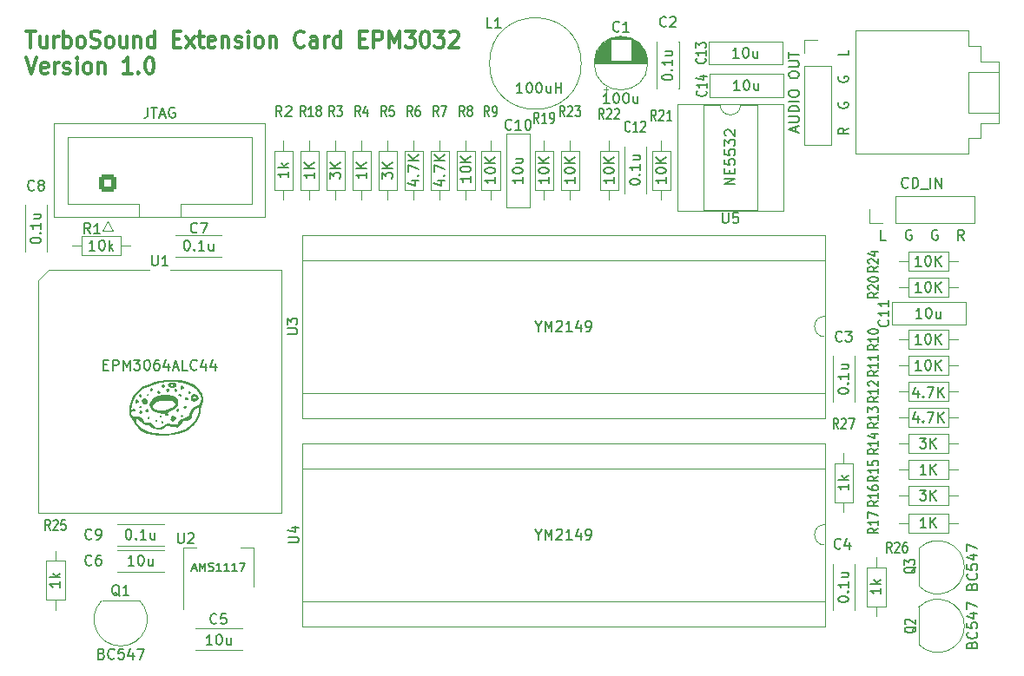
<source format=gto>
%TF.GenerationSoftware,KiCad,Pcbnew,(6.0.8)*%
%TF.CreationDate,2022-10-21T18:27:38+07:00*%
%TF.ProjectId,TS_Ext_EPM3032,54535f45-7874-45f4-9550-4d333033322e,1.0*%
%TF.SameCoordinates,Original*%
%TF.FileFunction,Legend,Top*%
%TF.FilePolarity,Positive*%
%FSLAX46Y46*%
G04 Gerber Fmt 4.6, Leading zero omitted, Abs format (unit mm)*
G04 Created by KiCad (PCBNEW (6.0.8)) date 2022-10-21 18:27:38*
%MOMM*%
%LPD*%
G01*
G04 APERTURE LIST*
G04 Aperture macros list*
%AMRoundRect*
0 Rectangle with rounded corners*
0 $1 Rounding radius*
0 $2 $3 $4 $5 $6 $7 $8 $9 X,Y pos of 4 corners*
0 Add a 4 corners polygon primitive as box body*
4,1,4,$2,$3,$4,$5,$6,$7,$8,$9,$2,$3,0*
0 Add four circle primitives for the rounded corners*
1,1,$1+$1,$2,$3*
1,1,$1+$1,$4,$5*
1,1,$1+$1,$6,$7*
1,1,$1+$1,$8,$9*
0 Add four rect primitives between the rounded corners*
20,1,$1+$1,$2,$3,$4,$5,0*
20,1,$1+$1,$4,$5,$6,$7,0*
20,1,$1+$1,$6,$7,$8,$9,0*
20,1,$1+$1,$8,$9,$2,$3,0*%
G04 Aperture macros list end*
%ADD10C,0.150000*%
%ADD11C,0.300000*%
%ADD12C,0.120000*%
%ADD13C,1.600000*%
%ADD14R,1.050000X1.500000*%
%ADD15O,1.050000X1.500000*%
%ADD16C,1.400000*%
%ADD17O,1.400000X1.400000*%
%ADD18R,1.600000X1.600000*%
%ADD19O,1.600000X1.600000*%
%ADD20R,1.600000X8.000000*%
%ADD21R,1.500000X1.050000*%
%ADD22O,1.500000X1.050000*%
%ADD23R,1.422400X1.422400*%
%ADD24C,1.422400*%
%ADD25O,2.200000X1.200000*%
%ADD26O,1.200000X2.200000*%
%ADD27RoundRect,0.250000X0.600000X-0.600000X0.600000X0.600000X-0.600000X0.600000X-0.600000X-0.600000X0*%
%ADD28C,1.700000*%
%ADD29C,2.600000*%
%ADD30R,1.700000X1.700000*%
%ADD31O,1.700000X1.700000*%
%ADD32R,1.500000X2.000000*%
%ADD33R,3.800000X2.000000*%
G04 APERTURE END LIST*
D10*
X109037380Y-36520476D02*
X108561190Y-36853809D01*
X109037380Y-37091904D02*
X108037380Y-37091904D01*
X108037380Y-36710952D01*
X108085000Y-36615714D01*
X108132619Y-36568095D01*
X108227857Y-36520476D01*
X108370714Y-36520476D01*
X108465952Y-36568095D01*
X108513571Y-36615714D01*
X108561190Y-36710952D01*
X108561190Y-37091904D01*
X108085000Y-34028095D02*
X108037380Y-34123333D01*
X108037380Y-34266190D01*
X108085000Y-34409047D01*
X108180238Y-34504285D01*
X108275476Y-34551904D01*
X108465952Y-34599523D01*
X108608809Y-34599523D01*
X108799285Y-34551904D01*
X108894523Y-34504285D01*
X108989761Y-34409047D01*
X109037380Y-34266190D01*
X109037380Y-34170952D01*
X108989761Y-34028095D01*
X108942142Y-33980476D01*
X108608809Y-33980476D01*
X108608809Y-34170952D01*
X120314523Y-47442380D02*
X119981190Y-46966190D01*
X119743095Y-47442380D02*
X119743095Y-46442380D01*
X120124047Y-46442380D01*
X120219285Y-46490000D01*
X120266904Y-46537619D01*
X120314523Y-46632857D01*
X120314523Y-46775714D01*
X120266904Y-46870952D01*
X120219285Y-46918571D01*
X120124047Y-46966190D01*
X119743095Y-46966190D01*
X117726904Y-46490000D02*
X117631666Y-46442380D01*
X117488809Y-46442380D01*
X117345952Y-46490000D01*
X117250714Y-46585238D01*
X117203095Y-46680476D01*
X117155476Y-46870952D01*
X117155476Y-47013809D01*
X117203095Y-47204285D01*
X117250714Y-47299523D01*
X117345952Y-47394761D01*
X117488809Y-47442380D01*
X117584047Y-47442380D01*
X117726904Y-47394761D01*
X117774523Y-47347142D01*
X117774523Y-47013809D01*
X117584047Y-47013809D01*
X112694523Y-47442380D02*
X112218333Y-47442380D01*
X112218333Y-46442380D01*
D11*
X28912857Y-27045809D02*
X29770000Y-27045809D01*
X29341428Y-28645809D02*
X29341428Y-27045809D01*
X30912857Y-27579142D02*
X30912857Y-28645809D01*
X30270000Y-27579142D02*
X30270000Y-28417238D01*
X30341428Y-28569619D01*
X30484285Y-28645809D01*
X30698571Y-28645809D01*
X30841428Y-28569619D01*
X30912857Y-28493428D01*
X31627142Y-28645809D02*
X31627142Y-27579142D01*
X31627142Y-27883904D02*
X31698571Y-27731523D01*
X31770000Y-27655333D01*
X31912857Y-27579142D01*
X32055714Y-27579142D01*
X32555714Y-28645809D02*
X32555714Y-27045809D01*
X32555714Y-27655333D02*
X32698571Y-27579142D01*
X32984285Y-27579142D01*
X33127142Y-27655333D01*
X33198571Y-27731523D01*
X33270000Y-27883904D01*
X33270000Y-28341047D01*
X33198571Y-28493428D01*
X33127142Y-28569619D01*
X32984285Y-28645809D01*
X32698571Y-28645809D01*
X32555714Y-28569619D01*
X34127142Y-28645809D02*
X33984285Y-28569619D01*
X33912857Y-28493428D01*
X33841428Y-28341047D01*
X33841428Y-27883904D01*
X33912857Y-27731523D01*
X33984285Y-27655333D01*
X34127142Y-27579142D01*
X34341428Y-27579142D01*
X34484285Y-27655333D01*
X34555714Y-27731523D01*
X34627142Y-27883904D01*
X34627142Y-28341047D01*
X34555714Y-28493428D01*
X34484285Y-28569619D01*
X34341428Y-28645809D01*
X34127142Y-28645809D01*
X35198571Y-28569619D02*
X35412857Y-28645809D01*
X35770000Y-28645809D01*
X35912857Y-28569619D01*
X35984285Y-28493428D01*
X36055714Y-28341047D01*
X36055714Y-28188666D01*
X35984285Y-28036285D01*
X35912857Y-27960095D01*
X35770000Y-27883904D01*
X35484285Y-27807714D01*
X35341428Y-27731523D01*
X35270000Y-27655333D01*
X35198571Y-27502952D01*
X35198571Y-27350571D01*
X35270000Y-27198190D01*
X35341428Y-27122000D01*
X35484285Y-27045809D01*
X35841428Y-27045809D01*
X36055714Y-27122000D01*
X36912857Y-28645809D02*
X36770000Y-28569619D01*
X36698571Y-28493428D01*
X36627142Y-28341047D01*
X36627142Y-27883904D01*
X36698571Y-27731523D01*
X36770000Y-27655333D01*
X36912857Y-27579142D01*
X37127142Y-27579142D01*
X37270000Y-27655333D01*
X37341428Y-27731523D01*
X37412857Y-27883904D01*
X37412857Y-28341047D01*
X37341428Y-28493428D01*
X37270000Y-28569619D01*
X37127142Y-28645809D01*
X36912857Y-28645809D01*
X38698571Y-27579142D02*
X38698571Y-28645809D01*
X38055714Y-27579142D02*
X38055714Y-28417238D01*
X38127142Y-28569619D01*
X38270000Y-28645809D01*
X38484285Y-28645809D01*
X38627142Y-28569619D01*
X38698571Y-28493428D01*
X39412857Y-27579142D02*
X39412857Y-28645809D01*
X39412857Y-27731523D02*
X39484285Y-27655333D01*
X39627142Y-27579142D01*
X39841428Y-27579142D01*
X39984285Y-27655333D01*
X40055714Y-27807714D01*
X40055714Y-28645809D01*
X41412857Y-28645809D02*
X41412857Y-27045809D01*
X41412857Y-28569619D02*
X41270000Y-28645809D01*
X40984285Y-28645809D01*
X40841428Y-28569619D01*
X40770000Y-28493428D01*
X40698571Y-28341047D01*
X40698571Y-27883904D01*
X40770000Y-27731523D01*
X40841428Y-27655333D01*
X40984285Y-27579142D01*
X41270000Y-27579142D01*
X41412857Y-27655333D01*
X43269999Y-27807714D02*
X43769999Y-27807714D01*
X43984285Y-28645809D02*
X43269999Y-28645809D01*
X43269999Y-27045809D01*
X43984285Y-27045809D01*
X44484285Y-28645809D02*
X45269999Y-27579142D01*
X44484285Y-27579142D02*
X45269999Y-28645809D01*
X45627142Y-27579142D02*
X46198571Y-27579142D01*
X45841428Y-27045809D02*
X45841428Y-28417238D01*
X45912857Y-28569619D01*
X46055714Y-28645809D01*
X46198571Y-28645809D01*
X47270000Y-28569619D02*
X47127142Y-28645809D01*
X46841428Y-28645809D01*
X46698571Y-28569619D01*
X46627142Y-28417238D01*
X46627142Y-27807714D01*
X46698571Y-27655333D01*
X46841428Y-27579142D01*
X47127142Y-27579142D01*
X47270000Y-27655333D01*
X47341428Y-27807714D01*
X47341428Y-27960095D01*
X46627142Y-28112476D01*
X47984285Y-27579142D02*
X47984285Y-28645809D01*
X47984285Y-27731523D02*
X48055714Y-27655333D01*
X48198571Y-27579142D01*
X48412857Y-27579142D01*
X48555714Y-27655333D01*
X48627142Y-27807714D01*
X48627142Y-28645809D01*
X49270000Y-28569619D02*
X49412857Y-28645809D01*
X49698571Y-28645809D01*
X49841428Y-28569619D01*
X49912857Y-28417238D01*
X49912857Y-28341047D01*
X49841428Y-28188666D01*
X49698571Y-28112476D01*
X49484285Y-28112476D01*
X49341428Y-28036285D01*
X49270000Y-27883904D01*
X49270000Y-27807714D01*
X49341428Y-27655333D01*
X49484285Y-27579142D01*
X49698571Y-27579142D01*
X49841428Y-27655333D01*
X50555714Y-28645809D02*
X50555714Y-27579142D01*
X50555714Y-27045809D02*
X50484285Y-27122000D01*
X50555714Y-27198190D01*
X50627142Y-27122000D01*
X50555714Y-27045809D01*
X50555714Y-27198190D01*
X51484285Y-28645809D02*
X51341428Y-28569619D01*
X51270000Y-28493428D01*
X51198571Y-28341047D01*
X51198571Y-27883904D01*
X51270000Y-27731523D01*
X51341428Y-27655333D01*
X51484285Y-27579142D01*
X51698571Y-27579142D01*
X51841428Y-27655333D01*
X51912857Y-27731523D01*
X51984285Y-27883904D01*
X51984285Y-28341047D01*
X51912857Y-28493428D01*
X51841428Y-28569619D01*
X51698571Y-28645809D01*
X51484285Y-28645809D01*
X52627142Y-27579142D02*
X52627142Y-28645809D01*
X52627142Y-27731523D02*
X52698571Y-27655333D01*
X52841428Y-27579142D01*
X53055714Y-27579142D01*
X53198571Y-27655333D01*
X53270000Y-27807714D01*
X53270000Y-28645809D01*
X55984285Y-28493428D02*
X55912857Y-28569619D01*
X55698571Y-28645809D01*
X55555714Y-28645809D01*
X55341428Y-28569619D01*
X55198571Y-28417238D01*
X55127142Y-28264857D01*
X55055714Y-27960095D01*
X55055714Y-27731523D01*
X55127142Y-27426761D01*
X55198571Y-27274380D01*
X55341428Y-27122000D01*
X55555714Y-27045809D01*
X55698571Y-27045809D01*
X55912857Y-27122000D01*
X55984285Y-27198190D01*
X57270000Y-28645809D02*
X57270000Y-27807714D01*
X57198571Y-27655333D01*
X57055714Y-27579142D01*
X56770000Y-27579142D01*
X56627142Y-27655333D01*
X57270000Y-28569619D02*
X57127142Y-28645809D01*
X56770000Y-28645809D01*
X56627142Y-28569619D01*
X56555714Y-28417238D01*
X56555714Y-28264857D01*
X56627142Y-28112476D01*
X56770000Y-28036285D01*
X57127142Y-28036285D01*
X57270000Y-27960095D01*
X57984285Y-28645809D02*
X57984285Y-27579142D01*
X57984285Y-27883904D02*
X58055714Y-27731523D01*
X58127142Y-27655333D01*
X58270000Y-27579142D01*
X58412857Y-27579142D01*
X59555714Y-28645809D02*
X59555714Y-27045809D01*
X59555714Y-28569619D02*
X59412857Y-28645809D01*
X59127142Y-28645809D01*
X58984285Y-28569619D01*
X58912857Y-28493428D01*
X58841428Y-28341047D01*
X58841428Y-27883904D01*
X58912857Y-27731523D01*
X58984285Y-27655333D01*
X59127142Y-27579142D01*
X59412857Y-27579142D01*
X59555714Y-27655333D01*
X61412857Y-27807714D02*
X61912857Y-27807714D01*
X62127142Y-28645809D02*
X61412857Y-28645809D01*
X61412857Y-27045809D01*
X62127142Y-27045809D01*
X62770000Y-28645809D02*
X62770000Y-27045809D01*
X63341428Y-27045809D01*
X63484285Y-27122000D01*
X63555714Y-27198190D01*
X63627142Y-27350571D01*
X63627142Y-27579142D01*
X63555714Y-27731523D01*
X63484285Y-27807714D01*
X63341428Y-27883904D01*
X62770000Y-27883904D01*
X64270000Y-28645809D02*
X64270000Y-27045809D01*
X64770000Y-28188666D01*
X65270000Y-27045809D01*
X65270000Y-28645809D01*
X65841428Y-27045809D02*
X66770000Y-27045809D01*
X66270000Y-27655333D01*
X66484285Y-27655333D01*
X66627142Y-27731523D01*
X66698571Y-27807714D01*
X66770000Y-27960095D01*
X66770000Y-28341047D01*
X66698571Y-28493428D01*
X66627142Y-28569619D01*
X66484285Y-28645809D01*
X66055714Y-28645809D01*
X65912857Y-28569619D01*
X65841428Y-28493428D01*
X67698571Y-27045809D02*
X67841428Y-27045809D01*
X67984285Y-27122000D01*
X68055714Y-27198190D01*
X68127142Y-27350571D01*
X68198571Y-27655333D01*
X68198571Y-28036285D01*
X68127142Y-28341047D01*
X68055714Y-28493428D01*
X67984285Y-28569619D01*
X67841428Y-28645809D01*
X67698571Y-28645809D01*
X67555714Y-28569619D01*
X67484285Y-28493428D01*
X67412857Y-28341047D01*
X67341428Y-28036285D01*
X67341428Y-27655333D01*
X67412857Y-27350571D01*
X67484285Y-27198190D01*
X67555714Y-27122000D01*
X67698571Y-27045809D01*
X68698571Y-27045809D02*
X69627142Y-27045809D01*
X69127142Y-27655333D01*
X69341428Y-27655333D01*
X69484285Y-27731523D01*
X69555714Y-27807714D01*
X69627142Y-27960095D01*
X69627142Y-28341047D01*
X69555714Y-28493428D01*
X69484285Y-28569619D01*
X69341428Y-28645809D01*
X68912857Y-28645809D01*
X68770000Y-28569619D01*
X68698571Y-28493428D01*
X70198571Y-27198190D02*
X70270000Y-27122000D01*
X70412857Y-27045809D01*
X70770000Y-27045809D01*
X70912857Y-27122000D01*
X70984285Y-27198190D01*
X71055714Y-27350571D01*
X71055714Y-27502952D01*
X70984285Y-27731523D01*
X70127142Y-28645809D01*
X71055714Y-28645809D01*
X28912857Y-29621809D02*
X29412857Y-31221809D01*
X29912857Y-29621809D01*
X30984285Y-31145619D02*
X30841428Y-31221809D01*
X30555714Y-31221809D01*
X30412857Y-31145619D01*
X30341428Y-30993238D01*
X30341428Y-30383714D01*
X30412857Y-30231333D01*
X30555714Y-30155142D01*
X30841428Y-30155142D01*
X30984285Y-30231333D01*
X31055714Y-30383714D01*
X31055714Y-30536095D01*
X30341428Y-30688476D01*
X31698571Y-31221809D02*
X31698571Y-30155142D01*
X31698571Y-30459904D02*
X31770000Y-30307523D01*
X31841428Y-30231333D01*
X31984285Y-30155142D01*
X32127142Y-30155142D01*
X32555714Y-31145619D02*
X32698571Y-31221809D01*
X32984285Y-31221809D01*
X33127142Y-31145619D01*
X33198571Y-30993238D01*
X33198571Y-30917047D01*
X33127142Y-30764666D01*
X32984285Y-30688476D01*
X32770000Y-30688476D01*
X32627142Y-30612285D01*
X32555714Y-30459904D01*
X32555714Y-30383714D01*
X32627142Y-30231333D01*
X32770000Y-30155142D01*
X32984285Y-30155142D01*
X33127142Y-30231333D01*
X33841428Y-31221809D02*
X33841428Y-30155142D01*
X33841428Y-29621809D02*
X33770000Y-29698000D01*
X33841428Y-29774190D01*
X33912857Y-29698000D01*
X33841428Y-29621809D01*
X33841428Y-29774190D01*
X34770000Y-31221809D02*
X34627142Y-31145619D01*
X34555714Y-31069428D01*
X34484285Y-30917047D01*
X34484285Y-30459904D01*
X34555714Y-30307523D01*
X34627142Y-30231333D01*
X34770000Y-30155142D01*
X34984285Y-30155142D01*
X35127142Y-30231333D01*
X35198571Y-30307523D01*
X35270000Y-30459904D01*
X35270000Y-30917047D01*
X35198571Y-31069428D01*
X35127142Y-31145619D01*
X34984285Y-31221809D01*
X34770000Y-31221809D01*
X35912857Y-30155142D02*
X35912857Y-31221809D01*
X35912857Y-30307523D02*
X35984285Y-30231333D01*
X36127142Y-30155142D01*
X36341428Y-30155142D01*
X36484285Y-30231333D01*
X36555714Y-30383714D01*
X36555714Y-31221809D01*
X39198571Y-31221809D02*
X38341428Y-31221809D01*
X38770000Y-31221809D02*
X38770000Y-29621809D01*
X38627142Y-29850380D01*
X38484285Y-30002761D01*
X38341428Y-30078952D01*
X39841428Y-31069428D02*
X39912857Y-31145619D01*
X39841428Y-31221809D01*
X39770000Y-31145619D01*
X39841428Y-31069428D01*
X39841428Y-31221809D01*
X40841428Y-29621809D02*
X40984285Y-29621809D01*
X41127142Y-29698000D01*
X41198571Y-29774190D01*
X41270000Y-29926571D01*
X41341428Y-30231333D01*
X41341428Y-30612285D01*
X41270000Y-30917047D01*
X41198571Y-31069428D01*
X41127142Y-31145619D01*
X40984285Y-31221809D01*
X40841428Y-31221809D01*
X40698571Y-31145619D01*
X40627142Y-31069428D01*
X40555714Y-30917047D01*
X40484285Y-30612285D01*
X40484285Y-30231333D01*
X40555714Y-29926571D01*
X40627142Y-29774190D01*
X40698571Y-29698000D01*
X40841428Y-29621809D01*
D10*
X115186904Y-46490000D02*
X115091666Y-46442380D01*
X114948809Y-46442380D01*
X114805952Y-46490000D01*
X114710714Y-46585238D01*
X114663095Y-46680476D01*
X114615476Y-46870952D01*
X114615476Y-47013809D01*
X114663095Y-47204285D01*
X114710714Y-47299523D01*
X114805952Y-47394761D01*
X114948809Y-47442380D01*
X115044047Y-47442380D01*
X115186904Y-47394761D01*
X115234523Y-47347142D01*
X115234523Y-47013809D01*
X115044047Y-47013809D01*
X109037380Y-28900476D02*
X109037380Y-29376666D01*
X108037380Y-29376666D01*
X108085000Y-31488095D02*
X108037380Y-31583333D01*
X108037380Y-31726190D01*
X108085000Y-31869047D01*
X108180238Y-31964285D01*
X108275476Y-32011904D01*
X108465952Y-32059523D01*
X108608809Y-32059523D01*
X108799285Y-32011904D01*
X108894523Y-31964285D01*
X108989761Y-31869047D01*
X109037380Y-31726190D01*
X109037380Y-31630952D01*
X108989761Y-31488095D01*
X108942142Y-31440476D01*
X108608809Y-31440476D01*
X108608809Y-31630952D01*
%TO.C,C4*%
X108291333Y-77486142D02*
X108243714Y-77533761D01*
X108100857Y-77581380D01*
X108005619Y-77581380D01*
X107862761Y-77533761D01*
X107767523Y-77438523D01*
X107719904Y-77343285D01*
X107672285Y-77152809D01*
X107672285Y-77009952D01*
X107719904Y-76819476D01*
X107767523Y-76724238D01*
X107862761Y-76629000D01*
X108005619Y-76581380D01*
X108100857Y-76581380D01*
X108243714Y-76629000D01*
X108291333Y-76676619D01*
X109148476Y-76914714D02*
X109148476Y-77581380D01*
X108910380Y-76533761D02*
X108672285Y-77248047D01*
X109291333Y-77248047D01*
X108037380Y-82534285D02*
X108037380Y-82439047D01*
X108085000Y-82343809D01*
X108132619Y-82296190D01*
X108227857Y-82248571D01*
X108418333Y-82200952D01*
X108656428Y-82200952D01*
X108846904Y-82248571D01*
X108942142Y-82296190D01*
X108989761Y-82343809D01*
X109037380Y-82439047D01*
X109037380Y-82534285D01*
X108989761Y-82629523D01*
X108942142Y-82677142D01*
X108846904Y-82724761D01*
X108656428Y-82772380D01*
X108418333Y-82772380D01*
X108227857Y-82724761D01*
X108132619Y-82677142D01*
X108085000Y-82629523D01*
X108037380Y-82534285D01*
X108942142Y-81772380D02*
X108989761Y-81724761D01*
X109037380Y-81772380D01*
X108989761Y-81820000D01*
X108942142Y-81772380D01*
X109037380Y-81772380D01*
X109037380Y-80772380D02*
X109037380Y-81343809D01*
X109037380Y-81058095D02*
X108037380Y-81058095D01*
X108180238Y-81153333D01*
X108275476Y-81248571D01*
X108323095Y-81343809D01*
X108370714Y-79915238D02*
X109037380Y-79915238D01*
X108370714Y-80343809D02*
X108894523Y-80343809D01*
X108989761Y-80296190D01*
X109037380Y-80200952D01*
X109037380Y-80058095D01*
X108989761Y-79962857D01*
X108942142Y-79915238D01*
%TO.C,Q1*%
X38004761Y-82187619D02*
X37909523Y-82140000D01*
X37814285Y-82044761D01*
X37671428Y-81901904D01*
X37576190Y-81854285D01*
X37480952Y-81854285D01*
X37528571Y-82092380D02*
X37433333Y-82044761D01*
X37338095Y-81949523D01*
X37290476Y-81759047D01*
X37290476Y-81425714D01*
X37338095Y-81235238D01*
X37433333Y-81140000D01*
X37528571Y-81092380D01*
X37719047Y-81092380D01*
X37814285Y-81140000D01*
X37909523Y-81235238D01*
X37957142Y-81425714D01*
X37957142Y-81759047D01*
X37909523Y-81949523D01*
X37814285Y-82044761D01*
X37719047Y-82092380D01*
X37528571Y-82092380D01*
X38909523Y-82092380D02*
X38338095Y-82092380D01*
X38623809Y-82092380D02*
X38623809Y-81092380D01*
X38528571Y-81235238D01*
X38433333Y-81330476D01*
X38338095Y-81378095D01*
X36242857Y-87812571D02*
X36385714Y-87860190D01*
X36433333Y-87907809D01*
X36480952Y-88003047D01*
X36480952Y-88145904D01*
X36433333Y-88241142D01*
X36385714Y-88288761D01*
X36290476Y-88336380D01*
X35909523Y-88336380D01*
X35909523Y-87336380D01*
X36242857Y-87336380D01*
X36338095Y-87384000D01*
X36385714Y-87431619D01*
X36433333Y-87526857D01*
X36433333Y-87622095D01*
X36385714Y-87717333D01*
X36338095Y-87764952D01*
X36242857Y-87812571D01*
X35909523Y-87812571D01*
X37480952Y-88241142D02*
X37433333Y-88288761D01*
X37290476Y-88336380D01*
X37195238Y-88336380D01*
X37052380Y-88288761D01*
X36957142Y-88193523D01*
X36909523Y-88098285D01*
X36861904Y-87907809D01*
X36861904Y-87764952D01*
X36909523Y-87574476D01*
X36957142Y-87479238D01*
X37052380Y-87384000D01*
X37195238Y-87336380D01*
X37290476Y-87336380D01*
X37433333Y-87384000D01*
X37480952Y-87431619D01*
X38385714Y-87336380D02*
X37909523Y-87336380D01*
X37861904Y-87812571D01*
X37909523Y-87764952D01*
X38004761Y-87717333D01*
X38242857Y-87717333D01*
X38338095Y-87764952D01*
X38385714Y-87812571D01*
X38433333Y-87907809D01*
X38433333Y-88145904D01*
X38385714Y-88241142D01*
X38338095Y-88288761D01*
X38242857Y-88336380D01*
X38004761Y-88336380D01*
X37909523Y-88288761D01*
X37861904Y-88241142D01*
X39290476Y-87669714D02*
X39290476Y-88336380D01*
X39052380Y-87288761D02*
X38814285Y-88003047D01*
X39433333Y-88003047D01*
X39719047Y-87336380D02*
X40385714Y-87336380D01*
X39957142Y-88336380D01*
%TO.C,R21*%
X90290714Y-35758380D02*
X90024047Y-35282190D01*
X89833571Y-35758380D02*
X89833571Y-34758380D01*
X90138333Y-34758380D01*
X90214523Y-34806000D01*
X90252619Y-34853619D01*
X90290714Y-34948857D01*
X90290714Y-35091714D01*
X90252619Y-35186952D01*
X90214523Y-35234571D01*
X90138333Y-35282190D01*
X89833571Y-35282190D01*
X90595476Y-34853619D02*
X90633571Y-34806000D01*
X90709761Y-34758380D01*
X90900238Y-34758380D01*
X90976428Y-34806000D01*
X91014523Y-34853619D01*
X91052619Y-34948857D01*
X91052619Y-35044095D01*
X91014523Y-35186952D01*
X90557380Y-35758380D01*
X91052619Y-35758380D01*
X91814523Y-35758380D02*
X91357380Y-35758380D01*
X91585952Y-35758380D02*
X91585952Y-34758380D01*
X91509761Y-34901238D01*
X91433571Y-34996476D01*
X91357380Y-35044095D01*
X91257380Y-41330476D02*
X91257380Y-41901904D01*
X91257380Y-41616190D02*
X90257380Y-41616190D01*
X90400238Y-41711428D01*
X90495476Y-41806666D01*
X90543095Y-41901904D01*
X90257380Y-40711428D02*
X90257380Y-40616190D01*
X90305000Y-40520952D01*
X90352619Y-40473333D01*
X90447857Y-40425714D01*
X90638333Y-40378095D01*
X90876428Y-40378095D01*
X91066904Y-40425714D01*
X91162142Y-40473333D01*
X91209761Y-40520952D01*
X91257380Y-40616190D01*
X91257380Y-40711428D01*
X91209761Y-40806666D01*
X91162142Y-40854285D01*
X91066904Y-40901904D01*
X90876428Y-40949523D01*
X90638333Y-40949523D01*
X90447857Y-40901904D01*
X90352619Y-40854285D01*
X90305000Y-40806666D01*
X90257380Y-40711428D01*
X91257380Y-39949523D02*
X90257380Y-39949523D01*
X91257380Y-39378095D02*
X90685952Y-39806666D01*
X90257380Y-39378095D02*
X90828809Y-39949523D01*
%TO.C,U4*%
X54448380Y-76966904D02*
X55257904Y-76966904D01*
X55353142Y-76919285D01*
X55400761Y-76871666D01*
X55448380Y-76776428D01*
X55448380Y-76585952D01*
X55400761Y-76490714D01*
X55353142Y-76443095D01*
X55257904Y-76395476D01*
X54448380Y-76395476D01*
X54781714Y-75490714D02*
X55448380Y-75490714D01*
X54400761Y-75728809D02*
X55115047Y-75966904D01*
X55115047Y-75347857D01*
X78808809Y-76181190D02*
X78808809Y-76657380D01*
X78475476Y-75657380D02*
X78808809Y-76181190D01*
X79142142Y-75657380D01*
X79475476Y-76657380D02*
X79475476Y-75657380D01*
X79808809Y-76371666D01*
X80142142Y-75657380D01*
X80142142Y-76657380D01*
X80570714Y-75752619D02*
X80618333Y-75705000D01*
X80713571Y-75657380D01*
X80951666Y-75657380D01*
X81046904Y-75705000D01*
X81094523Y-75752619D01*
X81142142Y-75847857D01*
X81142142Y-75943095D01*
X81094523Y-76085952D01*
X80523095Y-76657380D01*
X81142142Y-76657380D01*
X82094523Y-76657380D02*
X81523095Y-76657380D01*
X81808809Y-76657380D02*
X81808809Y-75657380D01*
X81713571Y-75800238D01*
X81618333Y-75895476D01*
X81523095Y-75943095D01*
X82951666Y-75990714D02*
X82951666Y-76657380D01*
X82713571Y-75609761D02*
X82475476Y-76324047D01*
X83094523Y-76324047D01*
X83523095Y-76657380D02*
X83713571Y-76657380D01*
X83808809Y-76609761D01*
X83856428Y-76562142D01*
X83951666Y-76419285D01*
X83999285Y-76228809D01*
X83999285Y-75847857D01*
X83951666Y-75752619D01*
X83904047Y-75705000D01*
X83808809Y-75657380D01*
X83618333Y-75657380D01*
X83523095Y-75705000D01*
X83475476Y-75752619D01*
X83427857Y-75847857D01*
X83427857Y-76085952D01*
X83475476Y-76181190D01*
X83523095Y-76228809D01*
X83618333Y-76276428D01*
X83808809Y-76276428D01*
X83904047Y-76228809D01*
X83951666Y-76181190D01*
X83999285Y-76085952D01*
%TO.C,R2*%
X53808333Y-35377380D02*
X53475000Y-34901190D01*
X53236904Y-35377380D02*
X53236904Y-34377380D01*
X53617857Y-34377380D01*
X53713095Y-34425000D01*
X53760714Y-34472619D01*
X53808333Y-34567857D01*
X53808333Y-34710714D01*
X53760714Y-34805952D01*
X53713095Y-34853571D01*
X53617857Y-34901190D01*
X53236904Y-34901190D01*
X54189285Y-34472619D02*
X54236904Y-34425000D01*
X54332142Y-34377380D01*
X54570238Y-34377380D01*
X54665476Y-34425000D01*
X54713095Y-34472619D01*
X54760714Y-34567857D01*
X54760714Y-34663095D01*
X54713095Y-34805952D01*
X54141666Y-35377380D01*
X54760714Y-35377380D01*
X54427380Y-40759047D02*
X54427380Y-41330476D01*
X54427380Y-41044761D02*
X53427380Y-41044761D01*
X53570238Y-41140000D01*
X53665476Y-41235238D01*
X53713095Y-41330476D01*
X54427380Y-40330476D02*
X53427380Y-40330476D01*
X54046428Y-40235238D02*
X54427380Y-39949523D01*
X53760714Y-39949523D02*
X54141666Y-40330476D01*
%TO.C,R16*%
X111958380Y-72904285D02*
X111482190Y-73170952D01*
X111958380Y-73361428D02*
X110958380Y-73361428D01*
X110958380Y-73056666D01*
X111006000Y-72980476D01*
X111053619Y-72942380D01*
X111148857Y-72904285D01*
X111291714Y-72904285D01*
X111386952Y-72942380D01*
X111434571Y-72980476D01*
X111482190Y-73056666D01*
X111482190Y-73361428D01*
X111958380Y-72142380D02*
X111958380Y-72599523D01*
X111958380Y-72370952D02*
X110958380Y-72370952D01*
X111101238Y-72447142D01*
X111196476Y-72523333D01*
X111244095Y-72599523D01*
X110958380Y-71456666D02*
X110958380Y-71609047D01*
X111006000Y-71685238D01*
X111053619Y-71723333D01*
X111196476Y-71799523D01*
X111386952Y-71837619D01*
X111767904Y-71837619D01*
X111863142Y-71799523D01*
X111910761Y-71761428D01*
X111958380Y-71685238D01*
X111958380Y-71532857D01*
X111910761Y-71456666D01*
X111863142Y-71418571D01*
X111767904Y-71380476D01*
X111529809Y-71380476D01*
X111434571Y-71418571D01*
X111386952Y-71456666D01*
X111339333Y-71532857D01*
X111339333Y-71685238D01*
X111386952Y-71761428D01*
X111434571Y-71799523D01*
X111529809Y-71837619D01*
X116006666Y-71842380D02*
X116625714Y-71842380D01*
X116292380Y-72223333D01*
X116435238Y-72223333D01*
X116530476Y-72270952D01*
X116578095Y-72318571D01*
X116625714Y-72413809D01*
X116625714Y-72651904D01*
X116578095Y-72747142D01*
X116530476Y-72794761D01*
X116435238Y-72842380D01*
X116149523Y-72842380D01*
X116054285Y-72794761D01*
X116006666Y-72747142D01*
X117054285Y-72842380D02*
X117054285Y-71842380D01*
X117625714Y-72842380D02*
X117197142Y-72270952D01*
X117625714Y-71842380D02*
X117054285Y-72413809D01*
%TO.C,Q3*%
X115609619Y-79345190D02*
X115562000Y-79421380D01*
X115466761Y-79497571D01*
X115323904Y-79611857D01*
X115276285Y-79688047D01*
X115276285Y-79764238D01*
X115514380Y-79726142D02*
X115466761Y-79802333D01*
X115371523Y-79878523D01*
X115181047Y-79916619D01*
X114847714Y-79916619D01*
X114657238Y-79878523D01*
X114562000Y-79802333D01*
X114514380Y-79726142D01*
X114514380Y-79573761D01*
X114562000Y-79497571D01*
X114657238Y-79421380D01*
X114847714Y-79383285D01*
X115181047Y-79383285D01*
X115371523Y-79421380D01*
X115466761Y-79497571D01*
X115514380Y-79573761D01*
X115514380Y-79726142D01*
X114514380Y-79116619D02*
X114514380Y-78621380D01*
X114895333Y-78888047D01*
X114895333Y-78773761D01*
X114942952Y-78697571D01*
X114990571Y-78659476D01*
X115085809Y-78621380D01*
X115323904Y-78621380D01*
X115419142Y-78659476D01*
X115466761Y-78697571D01*
X115514380Y-78773761D01*
X115514380Y-79002333D01*
X115466761Y-79078523D01*
X115419142Y-79116619D01*
X121086571Y-81232142D02*
X121134190Y-81089285D01*
X121181809Y-81041666D01*
X121277047Y-80994047D01*
X121419904Y-80994047D01*
X121515142Y-81041666D01*
X121562761Y-81089285D01*
X121610380Y-81184523D01*
X121610380Y-81565476D01*
X120610380Y-81565476D01*
X120610380Y-81232142D01*
X120658000Y-81136904D01*
X120705619Y-81089285D01*
X120800857Y-81041666D01*
X120896095Y-81041666D01*
X120991333Y-81089285D01*
X121038952Y-81136904D01*
X121086571Y-81232142D01*
X121086571Y-81565476D01*
X121515142Y-79994047D02*
X121562761Y-80041666D01*
X121610380Y-80184523D01*
X121610380Y-80279761D01*
X121562761Y-80422619D01*
X121467523Y-80517857D01*
X121372285Y-80565476D01*
X121181809Y-80613095D01*
X121038952Y-80613095D01*
X120848476Y-80565476D01*
X120753238Y-80517857D01*
X120658000Y-80422619D01*
X120610380Y-80279761D01*
X120610380Y-80184523D01*
X120658000Y-80041666D01*
X120705619Y-79994047D01*
X120610380Y-79089285D02*
X120610380Y-79565476D01*
X121086571Y-79613095D01*
X121038952Y-79565476D01*
X120991333Y-79470238D01*
X120991333Y-79232142D01*
X121038952Y-79136904D01*
X121086571Y-79089285D01*
X121181809Y-79041666D01*
X121419904Y-79041666D01*
X121515142Y-79089285D01*
X121562761Y-79136904D01*
X121610380Y-79232142D01*
X121610380Y-79470238D01*
X121562761Y-79565476D01*
X121515142Y-79613095D01*
X120943714Y-78184523D02*
X121610380Y-78184523D01*
X120562761Y-78422619D02*
X121277047Y-78660714D01*
X121277047Y-78041666D01*
X120610380Y-77755952D02*
X120610380Y-77089285D01*
X121610380Y-77517857D01*
%TO.C,U1*%
X41148095Y-48932380D02*
X41148095Y-49741904D01*
X41195714Y-49837142D01*
X41243333Y-49884761D01*
X41338571Y-49932380D01*
X41529047Y-49932380D01*
X41624285Y-49884761D01*
X41671904Y-49837142D01*
X41719523Y-49741904D01*
X41719523Y-48932380D01*
X42719523Y-49932380D02*
X42148095Y-49932380D01*
X42433809Y-49932380D02*
X42433809Y-48932380D01*
X42338571Y-49075238D01*
X42243333Y-49170476D01*
X42148095Y-49218095D01*
X36433809Y-59618571D02*
X36767142Y-59618571D01*
X36910000Y-60142380D02*
X36433809Y-60142380D01*
X36433809Y-59142380D01*
X36910000Y-59142380D01*
X37338571Y-60142380D02*
X37338571Y-59142380D01*
X37719523Y-59142380D01*
X37814761Y-59190000D01*
X37862380Y-59237619D01*
X37910000Y-59332857D01*
X37910000Y-59475714D01*
X37862380Y-59570952D01*
X37814761Y-59618571D01*
X37719523Y-59666190D01*
X37338571Y-59666190D01*
X38338571Y-60142380D02*
X38338571Y-59142380D01*
X38671904Y-59856666D01*
X39005238Y-59142380D01*
X39005238Y-60142380D01*
X39386190Y-59142380D02*
X40005238Y-59142380D01*
X39671904Y-59523333D01*
X39814761Y-59523333D01*
X39910000Y-59570952D01*
X39957619Y-59618571D01*
X40005238Y-59713809D01*
X40005238Y-59951904D01*
X39957619Y-60047142D01*
X39910000Y-60094761D01*
X39814761Y-60142380D01*
X39529047Y-60142380D01*
X39433809Y-60094761D01*
X39386190Y-60047142D01*
X40624285Y-59142380D02*
X40719523Y-59142380D01*
X40814761Y-59190000D01*
X40862380Y-59237619D01*
X40910000Y-59332857D01*
X40957619Y-59523333D01*
X40957619Y-59761428D01*
X40910000Y-59951904D01*
X40862380Y-60047142D01*
X40814761Y-60094761D01*
X40719523Y-60142380D01*
X40624285Y-60142380D01*
X40529047Y-60094761D01*
X40481428Y-60047142D01*
X40433809Y-59951904D01*
X40386190Y-59761428D01*
X40386190Y-59523333D01*
X40433809Y-59332857D01*
X40481428Y-59237619D01*
X40529047Y-59190000D01*
X40624285Y-59142380D01*
X41814761Y-59142380D02*
X41624285Y-59142380D01*
X41529047Y-59190000D01*
X41481428Y-59237619D01*
X41386190Y-59380476D01*
X41338571Y-59570952D01*
X41338571Y-59951904D01*
X41386190Y-60047142D01*
X41433809Y-60094761D01*
X41529047Y-60142380D01*
X41719523Y-60142380D01*
X41814761Y-60094761D01*
X41862380Y-60047142D01*
X41910000Y-59951904D01*
X41910000Y-59713809D01*
X41862380Y-59618571D01*
X41814761Y-59570952D01*
X41719523Y-59523333D01*
X41529047Y-59523333D01*
X41433809Y-59570952D01*
X41386190Y-59618571D01*
X41338571Y-59713809D01*
X42767142Y-59475714D02*
X42767142Y-60142380D01*
X42529047Y-59094761D02*
X42290952Y-59809047D01*
X42910000Y-59809047D01*
X43243333Y-59856666D02*
X43719523Y-59856666D01*
X43148095Y-60142380D02*
X43481428Y-59142380D01*
X43814761Y-60142380D01*
X44624285Y-60142380D02*
X44148095Y-60142380D01*
X44148095Y-59142380D01*
X45529047Y-60047142D02*
X45481428Y-60094761D01*
X45338571Y-60142380D01*
X45243333Y-60142380D01*
X45100476Y-60094761D01*
X45005238Y-59999523D01*
X44957619Y-59904285D01*
X44910000Y-59713809D01*
X44910000Y-59570952D01*
X44957619Y-59380476D01*
X45005238Y-59285238D01*
X45100476Y-59190000D01*
X45243333Y-59142380D01*
X45338571Y-59142380D01*
X45481428Y-59190000D01*
X45529047Y-59237619D01*
X46386190Y-59475714D02*
X46386190Y-60142380D01*
X46148095Y-59094761D02*
X45910000Y-59809047D01*
X46529047Y-59809047D01*
X47338571Y-59475714D02*
X47338571Y-60142380D01*
X47100476Y-59094761D02*
X46862380Y-59809047D01*
X47481428Y-59809047D01*
%TO.C,R22*%
X85210714Y-35631380D02*
X84944047Y-35155190D01*
X84753571Y-35631380D02*
X84753571Y-34631380D01*
X85058333Y-34631380D01*
X85134523Y-34679000D01*
X85172619Y-34726619D01*
X85210714Y-34821857D01*
X85210714Y-34964714D01*
X85172619Y-35059952D01*
X85134523Y-35107571D01*
X85058333Y-35155190D01*
X84753571Y-35155190D01*
X85515476Y-34726619D02*
X85553571Y-34679000D01*
X85629761Y-34631380D01*
X85820238Y-34631380D01*
X85896428Y-34679000D01*
X85934523Y-34726619D01*
X85972619Y-34821857D01*
X85972619Y-34917095D01*
X85934523Y-35059952D01*
X85477380Y-35631380D01*
X85972619Y-35631380D01*
X86277380Y-34726619D02*
X86315476Y-34679000D01*
X86391666Y-34631380D01*
X86582142Y-34631380D01*
X86658333Y-34679000D01*
X86696428Y-34726619D01*
X86734523Y-34821857D01*
X86734523Y-34917095D01*
X86696428Y-35059952D01*
X86239285Y-35631380D01*
X86734523Y-35631380D01*
X86177380Y-41330476D02*
X86177380Y-41901904D01*
X86177380Y-41616190D02*
X85177380Y-41616190D01*
X85320238Y-41711428D01*
X85415476Y-41806666D01*
X85463095Y-41901904D01*
X85177380Y-40711428D02*
X85177380Y-40616190D01*
X85225000Y-40520952D01*
X85272619Y-40473333D01*
X85367857Y-40425714D01*
X85558333Y-40378095D01*
X85796428Y-40378095D01*
X85986904Y-40425714D01*
X86082142Y-40473333D01*
X86129761Y-40520952D01*
X86177380Y-40616190D01*
X86177380Y-40711428D01*
X86129761Y-40806666D01*
X86082142Y-40854285D01*
X85986904Y-40901904D01*
X85796428Y-40949523D01*
X85558333Y-40949523D01*
X85367857Y-40901904D01*
X85272619Y-40854285D01*
X85225000Y-40806666D01*
X85177380Y-40711428D01*
X86177380Y-39949523D02*
X85177380Y-39949523D01*
X86177380Y-39378095D02*
X85605952Y-39806666D01*
X85177380Y-39378095D02*
X85748809Y-39949523D01*
%TO.C,C8*%
X29678333Y-42521142D02*
X29630714Y-42568761D01*
X29487857Y-42616380D01*
X29392619Y-42616380D01*
X29249761Y-42568761D01*
X29154523Y-42473523D01*
X29106904Y-42378285D01*
X29059285Y-42187809D01*
X29059285Y-42044952D01*
X29106904Y-41854476D01*
X29154523Y-41759238D01*
X29249761Y-41664000D01*
X29392619Y-41616380D01*
X29487857Y-41616380D01*
X29630714Y-41664000D01*
X29678333Y-41711619D01*
X30249761Y-42044952D02*
X30154523Y-41997333D01*
X30106904Y-41949714D01*
X30059285Y-41854476D01*
X30059285Y-41806857D01*
X30106904Y-41711619D01*
X30154523Y-41664000D01*
X30249761Y-41616380D01*
X30440238Y-41616380D01*
X30535476Y-41664000D01*
X30583095Y-41711619D01*
X30630714Y-41806857D01*
X30630714Y-41854476D01*
X30583095Y-41949714D01*
X30535476Y-41997333D01*
X30440238Y-42044952D01*
X30249761Y-42044952D01*
X30154523Y-42092571D01*
X30106904Y-42140190D01*
X30059285Y-42235428D01*
X30059285Y-42425904D01*
X30106904Y-42521142D01*
X30154523Y-42568761D01*
X30249761Y-42616380D01*
X30440238Y-42616380D01*
X30535476Y-42568761D01*
X30583095Y-42521142D01*
X30630714Y-42425904D01*
X30630714Y-42235428D01*
X30583095Y-42140190D01*
X30535476Y-42092571D01*
X30440238Y-42044952D01*
X29297380Y-47529285D02*
X29297380Y-47434047D01*
X29345000Y-47338809D01*
X29392619Y-47291190D01*
X29487857Y-47243571D01*
X29678333Y-47195952D01*
X29916428Y-47195952D01*
X30106904Y-47243571D01*
X30202142Y-47291190D01*
X30249761Y-47338809D01*
X30297380Y-47434047D01*
X30297380Y-47529285D01*
X30249761Y-47624523D01*
X30202142Y-47672142D01*
X30106904Y-47719761D01*
X29916428Y-47767380D01*
X29678333Y-47767380D01*
X29487857Y-47719761D01*
X29392619Y-47672142D01*
X29345000Y-47624523D01*
X29297380Y-47529285D01*
X30202142Y-46767380D02*
X30249761Y-46719761D01*
X30297380Y-46767380D01*
X30249761Y-46815000D01*
X30202142Y-46767380D01*
X30297380Y-46767380D01*
X30297380Y-45767380D02*
X30297380Y-46338809D01*
X30297380Y-46053095D02*
X29297380Y-46053095D01*
X29440238Y-46148333D01*
X29535476Y-46243571D01*
X29583095Y-46338809D01*
X29630714Y-44910238D02*
X30297380Y-44910238D01*
X29630714Y-45338809D02*
X30154523Y-45338809D01*
X30249761Y-45291190D01*
X30297380Y-45195952D01*
X30297380Y-45053095D01*
X30249761Y-44957857D01*
X30202142Y-44910238D01*
%TO.C,R25*%
X31235714Y-75763380D02*
X30969047Y-75287190D01*
X30778571Y-75763380D02*
X30778571Y-74763380D01*
X31083333Y-74763380D01*
X31159523Y-74811000D01*
X31197619Y-74858619D01*
X31235714Y-74953857D01*
X31235714Y-75096714D01*
X31197619Y-75191952D01*
X31159523Y-75239571D01*
X31083333Y-75287190D01*
X30778571Y-75287190D01*
X31540476Y-74858619D02*
X31578571Y-74811000D01*
X31654761Y-74763380D01*
X31845238Y-74763380D01*
X31921428Y-74811000D01*
X31959523Y-74858619D01*
X31997619Y-74953857D01*
X31997619Y-75049095D01*
X31959523Y-75191952D01*
X31502380Y-75763380D01*
X31997619Y-75763380D01*
X32721428Y-74763380D02*
X32340476Y-74763380D01*
X32302380Y-75239571D01*
X32340476Y-75191952D01*
X32416666Y-75144333D01*
X32607142Y-75144333D01*
X32683333Y-75191952D01*
X32721428Y-75239571D01*
X32759523Y-75334809D01*
X32759523Y-75572904D01*
X32721428Y-75668142D01*
X32683333Y-75715761D01*
X32607142Y-75763380D01*
X32416666Y-75763380D01*
X32340476Y-75715761D01*
X32302380Y-75668142D01*
X32202380Y-80764047D02*
X32202380Y-81335476D01*
X32202380Y-81049761D02*
X31202380Y-81049761D01*
X31345238Y-81145000D01*
X31440476Y-81240238D01*
X31488095Y-81335476D01*
X32202380Y-80335476D02*
X31202380Y-80335476D01*
X31821428Y-80240238D02*
X32202380Y-79954523D01*
X31535714Y-79954523D02*
X31916666Y-80335476D01*
%TO.C,U5*%
X96774095Y-44781380D02*
X96774095Y-45590904D01*
X96821714Y-45686142D01*
X96869333Y-45733761D01*
X96964571Y-45781380D01*
X97155047Y-45781380D01*
X97250285Y-45733761D01*
X97297904Y-45686142D01*
X97345523Y-45590904D01*
X97345523Y-44781380D01*
X98297904Y-44781380D02*
X97821714Y-44781380D01*
X97774095Y-45257571D01*
X97821714Y-45209952D01*
X97916952Y-45162333D01*
X98155047Y-45162333D01*
X98250285Y-45209952D01*
X98297904Y-45257571D01*
X98345523Y-45352809D01*
X98345523Y-45590904D01*
X98297904Y-45686142D01*
X98250285Y-45733761D01*
X98155047Y-45781380D01*
X97916952Y-45781380D01*
X97821714Y-45733761D01*
X97774095Y-45686142D01*
X97988380Y-42002857D02*
X96988380Y-42002857D01*
X97988380Y-41431428D01*
X96988380Y-41431428D01*
X97464571Y-40955238D02*
X97464571Y-40621904D01*
X97988380Y-40479047D02*
X97988380Y-40955238D01*
X96988380Y-40955238D01*
X96988380Y-40479047D01*
X96988380Y-39574285D02*
X96988380Y-40050476D01*
X97464571Y-40098095D01*
X97416952Y-40050476D01*
X97369333Y-39955238D01*
X97369333Y-39717142D01*
X97416952Y-39621904D01*
X97464571Y-39574285D01*
X97559809Y-39526666D01*
X97797904Y-39526666D01*
X97893142Y-39574285D01*
X97940761Y-39621904D01*
X97988380Y-39717142D01*
X97988380Y-39955238D01*
X97940761Y-40050476D01*
X97893142Y-40098095D01*
X96988380Y-38621904D02*
X96988380Y-39098095D01*
X97464571Y-39145714D01*
X97416952Y-39098095D01*
X97369333Y-39002857D01*
X97369333Y-38764761D01*
X97416952Y-38669523D01*
X97464571Y-38621904D01*
X97559809Y-38574285D01*
X97797904Y-38574285D01*
X97893142Y-38621904D01*
X97940761Y-38669523D01*
X97988380Y-38764761D01*
X97988380Y-39002857D01*
X97940761Y-39098095D01*
X97893142Y-39145714D01*
X96988380Y-38240952D02*
X96988380Y-37621904D01*
X97369333Y-37955238D01*
X97369333Y-37812380D01*
X97416952Y-37717142D01*
X97464571Y-37669523D01*
X97559809Y-37621904D01*
X97797904Y-37621904D01*
X97893142Y-37669523D01*
X97940761Y-37717142D01*
X97988380Y-37812380D01*
X97988380Y-38098095D01*
X97940761Y-38193333D01*
X97893142Y-38240952D01*
X97083619Y-37240952D02*
X97036000Y-37193333D01*
X96988380Y-37098095D01*
X96988380Y-36860000D01*
X97036000Y-36764761D01*
X97083619Y-36717142D01*
X97178857Y-36669523D01*
X97274095Y-36669523D01*
X97416952Y-36717142D01*
X97988380Y-37288571D01*
X97988380Y-36669523D01*
%TO.C,J1*%
X40743333Y-34504380D02*
X40743333Y-35218666D01*
X40695714Y-35361523D01*
X40600476Y-35456761D01*
X40457619Y-35504380D01*
X40362380Y-35504380D01*
X41076666Y-34504380D02*
X41648095Y-34504380D01*
X41362380Y-35504380D02*
X41362380Y-34504380D01*
X41933809Y-35218666D02*
X42410000Y-35218666D01*
X41838571Y-35504380D02*
X42171904Y-34504380D01*
X42505238Y-35504380D01*
X43362380Y-34552000D02*
X43267142Y-34504380D01*
X43124285Y-34504380D01*
X42981428Y-34552000D01*
X42886190Y-34647238D01*
X42838571Y-34742476D01*
X42790952Y-34932952D01*
X42790952Y-35075809D01*
X42838571Y-35266285D01*
X42886190Y-35361523D01*
X42981428Y-35456761D01*
X43124285Y-35504380D01*
X43219523Y-35504380D01*
X43362380Y-35456761D01*
X43410000Y-35409142D01*
X43410000Y-35075809D01*
X43219523Y-35075809D01*
%TO.C,R24*%
X111958380Y-50044285D02*
X111482190Y-50310952D01*
X111958380Y-50501428D02*
X110958380Y-50501428D01*
X110958380Y-50196666D01*
X111006000Y-50120476D01*
X111053619Y-50082380D01*
X111148857Y-50044285D01*
X111291714Y-50044285D01*
X111386952Y-50082380D01*
X111434571Y-50120476D01*
X111482190Y-50196666D01*
X111482190Y-50501428D01*
X111053619Y-49739523D02*
X111006000Y-49701428D01*
X110958380Y-49625238D01*
X110958380Y-49434761D01*
X111006000Y-49358571D01*
X111053619Y-49320476D01*
X111148857Y-49282380D01*
X111244095Y-49282380D01*
X111386952Y-49320476D01*
X111958380Y-49777619D01*
X111958380Y-49282380D01*
X111291714Y-48596666D02*
X111958380Y-48596666D01*
X110910761Y-48787142D02*
X111625047Y-48977619D01*
X111625047Y-48482380D01*
X116149523Y-49982380D02*
X115578095Y-49982380D01*
X115863809Y-49982380D02*
X115863809Y-48982380D01*
X115768571Y-49125238D01*
X115673333Y-49220476D01*
X115578095Y-49268095D01*
X116768571Y-48982380D02*
X116863809Y-48982380D01*
X116959047Y-49030000D01*
X117006666Y-49077619D01*
X117054285Y-49172857D01*
X117101904Y-49363333D01*
X117101904Y-49601428D01*
X117054285Y-49791904D01*
X117006666Y-49887142D01*
X116959047Y-49934761D01*
X116863809Y-49982380D01*
X116768571Y-49982380D01*
X116673333Y-49934761D01*
X116625714Y-49887142D01*
X116578095Y-49791904D01*
X116530476Y-49601428D01*
X116530476Y-49363333D01*
X116578095Y-49172857D01*
X116625714Y-49077619D01*
X116673333Y-49030000D01*
X116768571Y-48982380D01*
X117530476Y-49982380D02*
X117530476Y-48982380D01*
X118101904Y-49982380D02*
X117673333Y-49410952D01*
X118101904Y-48982380D02*
X117530476Y-49553809D01*
%TO.C,R26*%
X113277714Y-77922380D02*
X113011047Y-77446190D01*
X112820571Y-77922380D02*
X112820571Y-76922380D01*
X113125333Y-76922380D01*
X113201523Y-76970000D01*
X113239619Y-77017619D01*
X113277714Y-77112857D01*
X113277714Y-77255714D01*
X113239619Y-77350952D01*
X113201523Y-77398571D01*
X113125333Y-77446190D01*
X112820571Y-77446190D01*
X113582476Y-77017619D02*
X113620571Y-76970000D01*
X113696761Y-76922380D01*
X113887238Y-76922380D01*
X113963428Y-76970000D01*
X114001523Y-77017619D01*
X114039619Y-77112857D01*
X114039619Y-77208095D01*
X114001523Y-77350952D01*
X113544380Y-77922380D01*
X114039619Y-77922380D01*
X114725333Y-76922380D02*
X114572952Y-76922380D01*
X114496761Y-76970000D01*
X114458666Y-77017619D01*
X114382476Y-77160476D01*
X114344380Y-77350952D01*
X114344380Y-77731904D01*
X114382476Y-77827142D01*
X114420571Y-77874761D01*
X114496761Y-77922380D01*
X114649142Y-77922380D01*
X114725333Y-77874761D01*
X114763428Y-77827142D01*
X114801523Y-77731904D01*
X114801523Y-77493809D01*
X114763428Y-77398571D01*
X114725333Y-77350952D01*
X114649142Y-77303333D01*
X114496761Y-77303333D01*
X114420571Y-77350952D01*
X114382476Y-77398571D01*
X114344380Y-77493809D01*
X112212380Y-81399047D02*
X112212380Y-81970476D01*
X112212380Y-81684761D02*
X111212380Y-81684761D01*
X111355238Y-81780000D01*
X111450476Y-81875238D01*
X111498095Y-81970476D01*
X112212380Y-80970476D02*
X111212380Y-80970476D01*
X111831428Y-80875238D02*
X112212380Y-80589523D01*
X111545714Y-80589523D02*
X111926666Y-80970476D01*
%TO.C,L1*%
X74295333Y-26741380D02*
X73819142Y-26741380D01*
X73819142Y-25741380D01*
X75152476Y-26741380D02*
X74581047Y-26741380D01*
X74866761Y-26741380D02*
X74866761Y-25741380D01*
X74771523Y-25884238D01*
X74676285Y-25979476D01*
X74581047Y-26027095D01*
X77264142Y-33091380D02*
X76692714Y-33091380D01*
X76978428Y-33091380D02*
X76978428Y-32091380D01*
X76883190Y-32234238D01*
X76787952Y-32329476D01*
X76692714Y-32377095D01*
X77883190Y-32091380D02*
X77978428Y-32091380D01*
X78073666Y-32139000D01*
X78121285Y-32186619D01*
X78168904Y-32281857D01*
X78216523Y-32472333D01*
X78216523Y-32710428D01*
X78168904Y-32900904D01*
X78121285Y-32996142D01*
X78073666Y-33043761D01*
X77978428Y-33091380D01*
X77883190Y-33091380D01*
X77787952Y-33043761D01*
X77740333Y-32996142D01*
X77692714Y-32900904D01*
X77645095Y-32710428D01*
X77645095Y-32472333D01*
X77692714Y-32281857D01*
X77740333Y-32186619D01*
X77787952Y-32139000D01*
X77883190Y-32091380D01*
X78835571Y-32091380D02*
X78930809Y-32091380D01*
X79026047Y-32139000D01*
X79073666Y-32186619D01*
X79121285Y-32281857D01*
X79168904Y-32472333D01*
X79168904Y-32710428D01*
X79121285Y-32900904D01*
X79073666Y-32996142D01*
X79026047Y-33043761D01*
X78930809Y-33091380D01*
X78835571Y-33091380D01*
X78740333Y-33043761D01*
X78692714Y-32996142D01*
X78645095Y-32900904D01*
X78597476Y-32710428D01*
X78597476Y-32472333D01*
X78645095Y-32281857D01*
X78692714Y-32186619D01*
X78740333Y-32139000D01*
X78835571Y-32091380D01*
X80026047Y-32424714D02*
X80026047Y-33091380D01*
X79597476Y-32424714D02*
X79597476Y-32948523D01*
X79645095Y-33043761D01*
X79740333Y-33091380D01*
X79883190Y-33091380D01*
X79978428Y-33043761D01*
X80026047Y-32996142D01*
X80502238Y-33091380D02*
X80502238Y-32091380D01*
X80502238Y-32567571D02*
X81073666Y-32567571D01*
X81073666Y-33091380D02*
X81073666Y-32091380D01*
%TO.C,R11*%
X111958380Y-60204285D02*
X111482190Y-60470952D01*
X111958380Y-60661428D02*
X110958380Y-60661428D01*
X110958380Y-60356666D01*
X111006000Y-60280476D01*
X111053619Y-60242380D01*
X111148857Y-60204285D01*
X111291714Y-60204285D01*
X111386952Y-60242380D01*
X111434571Y-60280476D01*
X111482190Y-60356666D01*
X111482190Y-60661428D01*
X111958380Y-59442380D02*
X111958380Y-59899523D01*
X111958380Y-59670952D02*
X110958380Y-59670952D01*
X111101238Y-59747142D01*
X111196476Y-59823333D01*
X111244095Y-59899523D01*
X111958380Y-58680476D02*
X111958380Y-59137619D01*
X111958380Y-58909047D02*
X110958380Y-58909047D01*
X111101238Y-58985238D01*
X111196476Y-59061428D01*
X111244095Y-59137619D01*
X116149523Y-60142380D02*
X115578095Y-60142380D01*
X115863809Y-60142380D02*
X115863809Y-59142380D01*
X115768571Y-59285238D01*
X115673333Y-59380476D01*
X115578095Y-59428095D01*
X116768571Y-59142380D02*
X116863809Y-59142380D01*
X116959047Y-59190000D01*
X117006666Y-59237619D01*
X117054285Y-59332857D01*
X117101904Y-59523333D01*
X117101904Y-59761428D01*
X117054285Y-59951904D01*
X117006666Y-60047142D01*
X116959047Y-60094761D01*
X116863809Y-60142380D01*
X116768571Y-60142380D01*
X116673333Y-60094761D01*
X116625714Y-60047142D01*
X116578095Y-59951904D01*
X116530476Y-59761428D01*
X116530476Y-59523333D01*
X116578095Y-59332857D01*
X116625714Y-59237619D01*
X116673333Y-59190000D01*
X116768571Y-59142380D01*
X117530476Y-60142380D02*
X117530476Y-59142380D01*
X118101904Y-60142380D02*
X117673333Y-59570952D01*
X118101904Y-59142380D02*
X117530476Y-59713809D01*
%TO.C,U3*%
X54321380Y-56641904D02*
X55130904Y-56641904D01*
X55226142Y-56594285D01*
X55273761Y-56546666D01*
X55321380Y-56451428D01*
X55321380Y-56260952D01*
X55273761Y-56165714D01*
X55226142Y-56118095D01*
X55130904Y-56070476D01*
X54321380Y-56070476D01*
X54321380Y-55689523D02*
X54321380Y-55070476D01*
X54702333Y-55403809D01*
X54702333Y-55260952D01*
X54749952Y-55165714D01*
X54797571Y-55118095D01*
X54892809Y-55070476D01*
X55130904Y-55070476D01*
X55226142Y-55118095D01*
X55273761Y-55165714D01*
X55321380Y-55260952D01*
X55321380Y-55546666D01*
X55273761Y-55641904D01*
X55226142Y-55689523D01*
X78808809Y-55861190D02*
X78808809Y-56337380D01*
X78475476Y-55337380D02*
X78808809Y-55861190D01*
X79142142Y-55337380D01*
X79475476Y-56337380D02*
X79475476Y-55337380D01*
X79808809Y-56051666D01*
X80142142Y-55337380D01*
X80142142Y-56337380D01*
X80570714Y-55432619D02*
X80618333Y-55385000D01*
X80713571Y-55337380D01*
X80951666Y-55337380D01*
X81046904Y-55385000D01*
X81094523Y-55432619D01*
X81142142Y-55527857D01*
X81142142Y-55623095D01*
X81094523Y-55765952D01*
X80523095Y-56337380D01*
X81142142Y-56337380D01*
X82094523Y-56337380D02*
X81523095Y-56337380D01*
X81808809Y-56337380D02*
X81808809Y-55337380D01*
X81713571Y-55480238D01*
X81618333Y-55575476D01*
X81523095Y-55623095D01*
X82951666Y-55670714D02*
X82951666Y-56337380D01*
X82713571Y-55289761D02*
X82475476Y-56004047D01*
X83094523Y-56004047D01*
X83523095Y-56337380D02*
X83713571Y-56337380D01*
X83808809Y-56289761D01*
X83856428Y-56242142D01*
X83951666Y-56099285D01*
X83999285Y-55908809D01*
X83999285Y-55527857D01*
X83951666Y-55432619D01*
X83904047Y-55385000D01*
X83808809Y-55337380D01*
X83618333Y-55337380D01*
X83523095Y-55385000D01*
X83475476Y-55432619D01*
X83427857Y-55527857D01*
X83427857Y-55765952D01*
X83475476Y-55861190D01*
X83523095Y-55908809D01*
X83618333Y-55956428D01*
X83808809Y-55956428D01*
X83904047Y-55908809D01*
X83951666Y-55861190D01*
X83999285Y-55765952D01*
%TO.C,J4*%
X103925666Y-36853333D02*
X103925666Y-36377142D01*
X104211380Y-36948571D02*
X103211380Y-36615238D01*
X104211380Y-36281904D01*
X103211380Y-35948571D02*
X104020904Y-35948571D01*
X104116142Y-35900952D01*
X104163761Y-35853333D01*
X104211380Y-35758095D01*
X104211380Y-35567619D01*
X104163761Y-35472380D01*
X104116142Y-35424761D01*
X104020904Y-35377142D01*
X103211380Y-35377142D01*
X104211380Y-34900952D02*
X103211380Y-34900952D01*
X103211380Y-34662857D01*
X103259000Y-34520000D01*
X103354238Y-34424761D01*
X103449476Y-34377142D01*
X103639952Y-34329523D01*
X103782809Y-34329523D01*
X103973285Y-34377142D01*
X104068523Y-34424761D01*
X104163761Y-34520000D01*
X104211380Y-34662857D01*
X104211380Y-34900952D01*
X104211380Y-33900952D02*
X103211380Y-33900952D01*
X103211380Y-33234285D02*
X103211380Y-33043809D01*
X103259000Y-32948571D01*
X103354238Y-32853333D01*
X103544714Y-32805714D01*
X103878047Y-32805714D01*
X104068523Y-32853333D01*
X104163761Y-32948571D01*
X104211380Y-33043809D01*
X104211380Y-33234285D01*
X104163761Y-33329523D01*
X104068523Y-33424761D01*
X103878047Y-33472380D01*
X103544714Y-33472380D01*
X103354238Y-33424761D01*
X103259000Y-33329523D01*
X103211380Y-33234285D01*
X103211380Y-31424761D02*
X103211380Y-31234285D01*
X103259000Y-31139047D01*
X103354238Y-31043809D01*
X103544714Y-30996190D01*
X103878047Y-30996190D01*
X104068523Y-31043809D01*
X104163761Y-31139047D01*
X104211380Y-31234285D01*
X104211380Y-31424761D01*
X104163761Y-31520000D01*
X104068523Y-31615238D01*
X103878047Y-31662857D01*
X103544714Y-31662857D01*
X103354238Y-31615238D01*
X103259000Y-31520000D01*
X103211380Y-31424761D01*
X103211380Y-30567619D02*
X104020904Y-30567619D01*
X104116142Y-30520000D01*
X104163761Y-30472380D01*
X104211380Y-30377142D01*
X104211380Y-30186666D01*
X104163761Y-30091428D01*
X104116142Y-30043809D01*
X104020904Y-29996190D01*
X103211380Y-29996190D01*
X103211380Y-29662857D02*
X103211380Y-29091428D01*
X104211380Y-29377142D02*
X103211380Y-29377142D01*
%TO.C,C5*%
X47458333Y-84812142D02*
X47410714Y-84859761D01*
X47267857Y-84907380D01*
X47172619Y-84907380D01*
X47029761Y-84859761D01*
X46934523Y-84764523D01*
X46886904Y-84669285D01*
X46839285Y-84478809D01*
X46839285Y-84335952D01*
X46886904Y-84145476D01*
X46934523Y-84050238D01*
X47029761Y-83955000D01*
X47172619Y-83907380D01*
X47267857Y-83907380D01*
X47410714Y-83955000D01*
X47458333Y-84002619D01*
X48363095Y-83907380D02*
X47886904Y-83907380D01*
X47839285Y-84383571D01*
X47886904Y-84335952D01*
X47982142Y-84288333D01*
X48220238Y-84288333D01*
X48315476Y-84335952D01*
X48363095Y-84383571D01*
X48410714Y-84478809D01*
X48410714Y-84716904D01*
X48363095Y-84812142D01*
X48315476Y-84859761D01*
X48220238Y-84907380D01*
X47982142Y-84907380D01*
X47886904Y-84859761D01*
X47839285Y-84812142D01*
X47022142Y-86939380D02*
X46450714Y-86939380D01*
X46736428Y-86939380D02*
X46736428Y-85939380D01*
X46641190Y-86082238D01*
X46545952Y-86177476D01*
X46450714Y-86225095D01*
X47641190Y-85939380D02*
X47736428Y-85939380D01*
X47831666Y-85987000D01*
X47879285Y-86034619D01*
X47926904Y-86129857D01*
X47974523Y-86320333D01*
X47974523Y-86558428D01*
X47926904Y-86748904D01*
X47879285Y-86844142D01*
X47831666Y-86891761D01*
X47736428Y-86939380D01*
X47641190Y-86939380D01*
X47545952Y-86891761D01*
X47498333Y-86844142D01*
X47450714Y-86748904D01*
X47403095Y-86558428D01*
X47403095Y-86320333D01*
X47450714Y-86129857D01*
X47498333Y-86034619D01*
X47545952Y-85987000D01*
X47641190Y-85939380D01*
X48831666Y-86272714D02*
X48831666Y-86939380D01*
X48403095Y-86272714D02*
X48403095Y-86796523D01*
X48450714Y-86891761D01*
X48545952Y-86939380D01*
X48688809Y-86939380D01*
X48784047Y-86891761D01*
X48831666Y-86844142D01*
%TO.C,R27*%
X108070714Y-65857380D02*
X107804047Y-65381190D01*
X107613571Y-65857380D02*
X107613571Y-64857380D01*
X107918333Y-64857380D01*
X107994523Y-64905000D01*
X108032619Y-64952619D01*
X108070714Y-65047857D01*
X108070714Y-65190714D01*
X108032619Y-65285952D01*
X107994523Y-65333571D01*
X107918333Y-65381190D01*
X107613571Y-65381190D01*
X108375476Y-64952619D02*
X108413571Y-64905000D01*
X108489761Y-64857380D01*
X108680238Y-64857380D01*
X108756428Y-64905000D01*
X108794523Y-64952619D01*
X108832619Y-65047857D01*
X108832619Y-65143095D01*
X108794523Y-65285952D01*
X108337380Y-65857380D01*
X108832619Y-65857380D01*
X109099285Y-64857380D02*
X109632619Y-64857380D01*
X109289761Y-65857380D01*
X109037380Y-71239047D02*
X109037380Y-71810476D01*
X109037380Y-71524761D02*
X108037380Y-71524761D01*
X108180238Y-71620000D01*
X108275476Y-71715238D01*
X108323095Y-71810476D01*
X109037380Y-70810476D02*
X108037380Y-70810476D01*
X108656428Y-70715238D02*
X109037380Y-70429523D01*
X108370714Y-70429523D02*
X108751666Y-70810476D01*
%TO.C,C1*%
X86701333Y-27027142D02*
X86653714Y-27074761D01*
X86510857Y-27122380D01*
X86415619Y-27122380D01*
X86272761Y-27074761D01*
X86177523Y-26979523D01*
X86129904Y-26884285D01*
X86082285Y-26693809D01*
X86082285Y-26550952D01*
X86129904Y-26360476D01*
X86177523Y-26265238D01*
X86272761Y-26170000D01*
X86415619Y-26122380D01*
X86510857Y-26122380D01*
X86653714Y-26170000D01*
X86701333Y-26217619D01*
X87653714Y-27122380D02*
X87082285Y-27122380D01*
X87368000Y-27122380D02*
X87368000Y-26122380D01*
X87272761Y-26265238D01*
X87177523Y-26360476D01*
X87082285Y-26408095D01*
X85748952Y-34107380D02*
X85177523Y-34107380D01*
X85463238Y-34107380D02*
X85463238Y-33107380D01*
X85368000Y-33250238D01*
X85272761Y-33345476D01*
X85177523Y-33393095D01*
X86368000Y-33107380D02*
X86463238Y-33107380D01*
X86558476Y-33155000D01*
X86606095Y-33202619D01*
X86653714Y-33297857D01*
X86701333Y-33488333D01*
X86701333Y-33726428D01*
X86653714Y-33916904D01*
X86606095Y-34012142D01*
X86558476Y-34059761D01*
X86463238Y-34107380D01*
X86368000Y-34107380D01*
X86272761Y-34059761D01*
X86225142Y-34012142D01*
X86177523Y-33916904D01*
X86129904Y-33726428D01*
X86129904Y-33488333D01*
X86177523Y-33297857D01*
X86225142Y-33202619D01*
X86272761Y-33155000D01*
X86368000Y-33107380D01*
X87320380Y-33107380D02*
X87415619Y-33107380D01*
X87510857Y-33155000D01*
X87558476Y-33202619D01*
X87606095Y-33297857D01*
X87653714Y-33488333D01*
X87653714Y-33726428D01*
X87606095Y-33916904D01*
X87558476Y-34012142D01*
X87510857Y-34059761D01*
X87415619Y-34107380D01*
X87320380Y-34107380D01*
X87225142Y-34059761D01*
X87177523Y-34012142D01*
X87129904Y-33916904D01*
X87082285Y-33726428D01*
X87082285Y-33488333D01*
X87129904Y-33297857D01*
X87177523Y-33202619D01*
X87225142Y-33155000D01*
X87320380Y-33107380D01*
X88510857Y-33440714D02*
X88510857Y-34107380D01*
X88082285Y-33440714D02*
X88082285Y-33964523D01*
X88129904Y-34059761D01*
X88225142Y-34107380D01*
X88368000Y-34107380D01*
X88463238Y-34059761D01*
X88510857Y-34012142D01*
%TO.C,R8*%
X71621666Y-35377380D02*
X71355000Y-34901190D01*
X71164523Y-35377380D02*
X71164523Y-34377380D01*
X71469285Y-34377380D01*
X71545476Y-34425000D01*
X71583571Y-34472619D01*
X71621666Y-34567857D01*
X71621666Y-34710714D01*
X71583571Y-34805952D01*
X71545476Y-34853571D01*
X71469285Y-34901190D01*
X71164523Y-34901190D01*
X72078809Y-34805952D02*
X72002619Y-34758333D01*
X71964523Y-34710714D01*
X71926428Y-34615476D01*
X71926428Y-34567857D01*
X71964523Y-34472619D01*
X72002619Y-34425000D01*
X72078809Y-34377380D01*
X72231190Y-34377380D01*
X72307380Y-34425000D01*
X72345476Y-34472619D01*
X72383571Y-34567857D01*
X72383571Y-34615476D01*
X72345476Y-34710714D01*
X72307380Y-34758333D01*
X72231190Y-34805952D01*
X72078809Y-34805952D01*
X72002619Y-34853571D01*
X71964523Y-34901190D01*
X71926428Y-34996428D01*
X71926428Y-35186904D01*
X71964523Y-35282142D01*
X72002619Y-35329761D01*
X72078809Y-35377380D01*
X72231190Y-35377380D01*
X72307380Y-35329761D01*
X72345476Y-35282142D01*
X72383571Y-35186904D01*
X72383571Y-34996428D01*
X72345476Y-34901190D01*
X72307380Y-34853571D01*
X72231190Y-34805952D01*
X72207380Y-41203476D02*
X72207380Y-41774904D01*
X72207380Y-41489190D02*
X71207380Y-41489190D01*
X71350238Y-41584428D01*
X71445476Y-41679666D01*
X71493095Y-41774904D01*
X71207380Y-40584428D02*
X71207380Y-40489190D01*
X71255000Y-40393952D01*
X71302619Y-40346333D01*
X71397857Y-40298714D01*
X71588333Y-40251095D01*
X71826428Y-40251095D01*
X72016904Y-40298714D01*
X72112142Y-40346333D01*
X72159761Y-40393952D01*
X72207380Y-40489190D01*
X72207380Y-40584428D01*
X72159761Y-40679666D01*
X72112142Y-40727285D01*
X72016904Y-40774904D01*
X71826428Y-40822523D01*
X71588333Y-40822523D01*
X71397857Y-40774904D01*
X71302619Y-40727285D01*
X71255000Y-40679666D01*
X71207380Y-40584428D01*
X72207380Y-39822523D02*
X71207380Y-39822523D01*
X72207380Y-39251095D02*
X71635952Y-39679666D01*
X71207380Y-39251095D02*
X71778809Y-39822523D01*
%TO.C,R12*%
X111958380Y-62744285D02*
X111482190Y-63010952D01*
X111958380Y-63201428D02*
X110958380Y-63201428D01*
X110958380Y-62896666D01*
X111006000Y-62820476D01*
X111053619Y-62782380D01*
X111148857Y-62744285D01*
X111291714Y-62744285D01*
X111386952Y-62782380D01*
X111434571Y-62820476D01*
X111482190Y-62896666D01*
X111482190Y-63201428D01*
X111958380Y-61982380D02*
X111958380Y-62439523D01*
X111958380Y-62210952D02*
X110958380Y-62210952D01*
X111101238Y-62287142D01*
X111196476Y-62363333D01*
X111244095Y-62439523D01*
X111053619Y-61677619D02*
X111006000Y-61639523D01*
X110958380Y-61563333D01*
X110958380Y-61372857D01*
X111006000Y-61296666D01*
X111053619Y-61258571D01*
X111148857Y-61220476D01*
X111244095Y-61220476D01*
X111386952Y-61258571D01*
X111958380Y-61715714D01*
X111958380Y-61220476D01*
X115816190Y-62142714D02*
X115816190Y-62809380D01*
X115578095Y-61761761D02*
X115340000Y-62476047D01*
X115959047Y-62476047D01*
X116340000Y-62714142D02*
X116387619Y-62761761D01*
X116340000Y-62809380D01*
X116292380Y-62761761D01*
X116340000Y-62714142D01*
X116340000Y-62809380D01*
X116720952Y-61809380D02*
X117387619Y-61809380D01*
X116959047Y-62809380D01*
X117768571Y-62809380D02*
X117768571Y-61809380D01*
X118340000Y-62809380D02*
X117911428Y-62237952D01*
X118340000Y-61809380D02*
X117768571Y-62380809D01*
%TO.C,R13*%
X111958380Y-65284285D02*
X111482190Y-65550952D01*
X111958380Y-65741428D02*
X110958380Y-65741428D01*
X110958380Y-65436666D01*
X111006000Y-65360476D01*
X111053619Y-65322380D01*
X111148857Y-65284285D01*
X111291714Y-65284285D01*
X111386952Y-65322380D01*
X111434571Y-65360476D01*
X111482190Y-65436666D01*
X111482190Y-65741428D01*
X111958380Y-64522380D02*
X111958380Y-64979523D01*
X111958380Y-64750952D02*
X110958380Y-64750952D01*
X111101238Y-64827142D01*
X111196476Y-64903333D01*
X111244095Y-64979523D01*
X110958380Y-64255714D02*
X110958380Y-63760476D01*
X111339333Y-64027142D01*
X111339333Y-63912857D01*
X111386952Y-63836666D01*
X111434571Y-63798571D01*
X111529809Y-63760476D01*
X111767904Y-63760476D01*
X111863142Y-63798571D01*
X111910761Y-63836666D01*
X111958380Y-63912857D01*
X111958380Y-64141428D01*
X111910761Y-64217619D01*
X111863142Y-64255714D01*
X115816190Y-64555714D02*
X115816190Y-65222380D01*
X115578095Y-64174761D02*
X115340000Y-64889047D01*
X115959047Y-64889047D01*
X116340000Y-65127142D02*
X116387619Y-65174761D01*
X116340000Y-65222380D01*
X116292380Y-65174761D01*
X116340000Y-65127142D01*
X116340000Y-65222380D01*
X116720952Y-64222380D02*
X117387619Y-64222380D01*
X116959047Y-65222380D01*
X117768571Y-65222380D02*
X117768571Y-64222380D01*
X118340000Y-65222380D02*
X117911428Y-64650952D01*
X118340000Y-64222380D02*
X117768571Y-64793809D01*
%TO.C,C6*%
X35266333Y-79097142D02*
X35218714Y-79144761D01*
X35075857Y-79192380D01*
X34980619Y-79192380D01*
X34837761Y-79144761D01*
X34742523Y-79049523D01*
X34694904Y-78954285D01*
X34647285Y-78763809D01*
X34647285Y-78620952D01*
X34694904Y-78430476D01*
X34742523Y-78335238D01*
X34837761Y-78240000D01*
X34980619Y-78192380D01*
X35075857Y-78192380D01*
X35218714Y-78240000D01*
X35266333Y-78287619D01*
X36123476Y-78192380D02*
X35933000Y-78192380D01*
X35837761Y-78240000D01*
X35790142Y-78287619D01*
X35694904Y-78430476D01*
X35647285Y-78620952D01*
X35647285Y-79001904D01*
X35694904Y-79097142D01*
X35742523Y-79144761D01*
X35837761Y-79192380D01*
X36028238Y-79192380D01*
X36123476Y-79144761D01*
X36171095Y-79097142D01*
X36218714Y-79001904D01*
X36218714Y-78763809D01*
X36171095Y-78668571D01*
X36123476Y-78620952D01*
X36028238Y-78573333D01*
X35837761Y-78573333D01*
X35742523Y-78620952D01*
X35694904Y-78668571D01*
X35647285Y-78763809D01*
X39402142Y-79192380D02*
X38830714Y-79192380D01*
X39116428Y-79192380D02*
X39116428Y-78192380D01*
X39021190Y-78335238D01*
X38925952Y-78430476D01*
X38830714Y-78478095D01*
X40021190Y-78192380D02*
X40116428Y-78192380D01*
X40211666Y-78240000D01*
X40259285Y-78287619D01*
X40306904Y-78382857D01*
X40354523Y-78573333D01*
X40354523Y-78811428D01*
X40306904Y-79001904D01*
X40259285Y-79097142D01*
X40211666Y-79144761D01*
X40116428Y-79192380D01*
X40021190Y-79192380D01*
X39925952Y-79144761D01*
X39878333Y-79097142D01*
X39830714Y-79001904D01*
X39783095Y-78811428D01*
X39783095Y-78573333D01*
X39830714Y-78382857D01*
X39878333Y-78287619D01*
X39925952Y-78240000D01*
X40021190Y-78192380D01*
X41211666Y-78525714D02*
X41211666Y-79192380D01*
X40783095Y-78525714D02*
X40783095Y-79049523D01*
X40830714Y-79144761D01*
X40925952Y-79192380D01*
X41068809Y-79192380D01*
X41164047Y-79144761D01*
X41211666Y-79097142D01*
%TO.C,C9*%
X35266333Y-76557142D02*
X35218714Y-76604761D01*
X35075857Y-76652380D01*
X34980619Y-76652380D01*
X34837761Y-76604761D01*
X34742523Y-76509523D01*
X34694904Y-76414285D01*
X34647285Y-76223809D01*
X34647285Y-76080952D01*
X34694904Y-75890476D01*
X34742523Y-75795238D01*
X34837761Y-75700000D01*
X34980619Y-75652380D01*
X35075857Y-75652380D01*
X35218714Y-75700000D01*
X35266333Y-75747619D01*
X35742523Y-76652380D02*
X35933000Y-76652380D01*
X36028238Y-76604761D01*
X36075857Y-76557142D01*
X36171095Y-76414285D01*
X36218714Y-76223809D01*
X36218714Y-75842857D01*
X36171095Y-75747619D01*
X36123476Y-75700000D01*
X36028238Y-75652380D01*
X35837761Y-75652380D01*
X35742523Y-75700000D01*
X35694904Y-75747619D01*
X35647285Y-75842857D01*
X35647285Y-76080952D01*
X35694904Y-76176190D01*
X35742523Y-76223809D01*
X35837761Y-76271428D01*
X36028238Y-76271428D01*
X36123476Y-76223809D01*
X36171095Y-76176190D01*
X36218714Y-76080952D01*
X38830714Y-75652380D02*
X38925952Y-75652380D01*
X39021190Y-75700000D01*
X39068809Y-75747619D01*
X39116428Y-75842857D01*
X39164047Y-76033333D01*
X39164047Y-76271428D01*
X39116428Y-76461904D01*
X39068809Y-76557142D01*
X39021190Y-76604761D01*
X38925952Y-76652380D01*
X38830714Y-76652380D01*
X38735476Y-76604761D01*
X38687857Y-76557142D01*
X38640238Y-76461904D01*
X38592619Y-76271428D01*
X38592619Y-76033333D01*
X38640238Y-75842857D01*
X38687857Y-75747619D01*
X38735476Y-75700000D01*
X38830714Y-75652380D01*
X39592619Y-76557142D02*
X39640238Y-76604761D01*
X39592619Y-76652380D01*
X39545000Y-76604761D01*
X39592619Y-76557142D01*
X39592619Y-76652380D01*
X40592619Y-76652380D02*
X40021190Y-76652380D01*
X40306904Y-76652380D02*
X40306904Y-75652380D01*
X40211666Y-75795238D01*
X40116428Y-75890476D01*
X40021190Y-75938095D01*
X41449761Y-75985714D02*
X41449761Y-76652380D01*
X41021190Y-75985714D02*
X41021190Y-76509523D01*
X41068809Y-76604761D01*
X41164047Y-76652380D01*
X41306904Y-76652380D01*
X41402142Y-76604761D01*
X41449761Y-76557142D01*
%TO.C,R18*%
X56127714Y-35377380D02*
X55861047Y-34901190D01*
X55670571Y-35377380D02*
X55670571Y-34377380D01*
X55975333Y-34377380D01*
X56051523Y-34425000D01*
X56089619Y-34472619D01*
X56127714Y-34567857D01*
X56127714Y-34710714D01*
X56089619Y-34805952D01*
X56051523Y-34853571D01*
X55975333Y-34901190D01*
X55670571Y-34901190D01*
X56889619Y-35377380D02*
X56432476Y-35377380D01*
X56661047Y-35377380D02*
X56661047Y-34377380D01*
X56584857Y-34520238D01*
X56508666Y-34615476D01*
X56432476Y-34663095D01*
X57346761Y-34805952D02*
X57270571Y-34758333D01*
X57232476Y-34710714D01*
X57194380Y-34615476D01*
X57194380Y-34567857D01*
X57232476Y-34472619D01*
X57270571Y-34425000D01*
X57346761Y-34377380D01*
X57499142Y-34377380D01*
X57575333Y-34425000D01*
X57613428Y-34472619D01*
X57651523Y-34567857D01*
X57651523Y-34615476D01*
X57613428Y-34710714D01*
X57575333Y-34758333D01*
X57499142Y-34805952D01*
X57346761Y-34805952D01*
X57270571Y-34853571D01*
X57232476Y-34901190D01*
X57194380Y-34996428D01*
X57194380Y-35186904D01*
X57232476Y-35282142D01*
X57270571Y-35329761D01*
X57346761Y-35377380D01*
X57499142Y-35377380D01*
X57575333Y-35329761D01*
X57613428Y-35282142D01*
X57651523Y-35186904D01*
X57651523Y-34996428D01*
X57613428Y-34901190D01*
X57575333Y-34853571D01*
X57499142Y-34805952D01*
X56967380Y-40854285D02*
X56967380Y-41425714D01*
X56967380Y-41140000D02*
X55967380Y-41140000D01*
X56110238Y-41235238D01*
X56205476Y-41330476D01*
X56253095Y-41425714D01*
X56967380Y-40425714D02*
X55967380Y-40425714D01*
X56967380Y-39854285D02*
X56395952Y-40282857D01*
X55967380Y-39854285D02*
X56538809Y-40425714D01*
%TO.C,R15*%
X111958380Y-70491285D02*
X111482190Y-70757952D01*
X111958380Y-70948428D02*
X110958380Y-70948428D01*
X110958380Y-70643666D01*
X111006000Y-70567476D01*
X111053619Y-70529380D01*
X111148857Y-70491285D01*
X111291714Y-70491285D01*
X111386952Y-70529380D01*
X111434571Y-70567476D01*
X111482190Y-70643666D01*
X111482190Y-70948428D01*
X111958380Y-69729380D02*
X111958380Y-70186523D01*
X111958380Y-69957952D02*
X110958380Y-69957952D01*
X111101238Y-70034142D01*
X111196476Y-70110333D01*
X111244095Y-70186523D01*
X110958380Y-69005571D02*
X110958380Y-69386523D01*
X111434571Y-69424619D01*
X111386952Y-69386523D01*
X111339333Y-69310333D01*
X111339333Y-69119857D01*
X111386952Y-69043666D01*
X111434571Y-69005571D01*
X111529809Y-68967476D01*
X111767904Y-68967476D01*
X111863142Y-69005571D01*
X111910761Y-69043666D01*
X111958380Y-69119857D01*
X111958380Y-69310333D01*
X111910761Y-69386523D01*
X111863142Y-69424619D01*
X116625714Y-70302380D02*
X116054285Y-70302380D01*
X116340000Y-70302380D02*
X116340000Y-69302380D01*
X116244761Y-69445238D01*
X116149523Y-69540476D01*
X116054285Y-69588095D01*
X117054285Y-70302380D02*
X117054285Y-69302380D01*
X117625714Y-70302380D02*
X117197142Y-69730952D01*
X117625714Y-69302380D02*
X117054285Y-69873809D01*
%TO.C,C7*%
X45553333Y-46661342D02*
X45505714Y-46708961D01*
X45362857Y-46756580D01*
X45267619Y-46756580D01*
X45124761Y-46708961D01*
X45029523Y-46613723D01*
X44981904Y-46518485D01*
X44934285Y-46328009D01*
X44934285Y-46185152D01*
X44981904Y-45994676D01*
X45029523Y-45899438D01*
X45124761Y-45804200D01*
X45267619Y-45756580D01*
X45362857Y-45756580D01*
X45505714Y-45804200D01*
X45553333Y-45851819D01*
X45886666Y-45756580D02*
X46553333Y-45756580D01*
X46124761Y-46756580D01*
X44505714Y-47458380D02*
X44600952Y-47458380D01*
X44696190Y-47506000D01*
X44743809Y-47553619D01*
X44791428Y-47648857D01*
X44839047Y-47839333D01*
X44839047Y-48077428D01*
X44791428Y-48267904D01*
X44743809Y-48363142D01*
X44696190Y-48410761D01*
X44600952Y-48458380D01*
X44505714Y-48458380D01*
X44410476Y-48410761D01*
X44362857Y-48363142D01*
X44315238Y-48267904D01*
X44267619Y-48077428D01*
X44267619Y-47839333D01*
X44315238Y-47648857D01*
X44362857Y-47553619D01*
X44410476Y-47506000D01*
X44505714Y-47458380D01*
X45267619Y-48363142D02*
X45315238Y-48410761D01*
X45267619Y-48458380D01*
X45220000Y-48410761D01*
X45267619Y-48363142D01*
X45267619Y-48458380D01*
X46267619Y-48458380D02*
X45696190Y-48458380D01*
X45981904Y-48458380D02*
X45981904Y-47458380D01*
X45886666Y-47601238D01*
X45791428Y-47696476D01*
X45696190Y-47744095D01*
X47124761Y-47791714D02*
X47124761Y-48458380D01*
X46696190Y-47791714D02*
X46696190Y-48315523D01*
X46743809Y-48410761D01*
X46839047Y-48458380D01*
X46981904Y-48458380D01*
X47077142Y-48410761D01*
X47124761Y-48363142D01*
%TO.C,U2*%
X43688095Y-76033380D02*
X43688095Y-76842904D01*
X43735714Y-76938142D01*
X43783333Y-76985761D01*
X43878571Y-77033380D01*
X44069047Y-77033380D01*
X44164285Y-76985761D01*
X44211904Y-76938142D01*
X44259523Y-76842904D01*
X44259523Y-76033380D01*
X44688095Y-76128619D02*
X44735714Y-76081000D01*
X44830952Y-76033380D01*
X45069047Y-76033380D01*
X45164285Y-76081000D01*
X45211904Y-76128619D01*
X45259523Y-76223857D01*
X45259523Y-76319095D01*
X45211904Y-76461952D01*
X44640476Y-77033380D01*
X45259523Y-77033380D01*
X45072619Y-79508333D02*
X45453571Y-79508333D01*
X44996428Y-79736904D02*
X45263095Y-78936904D01*
X45529761Y-79736904D01*
X45796428Y-79736904D02*
X45796428Y-78936904D01*
X46063095Y-79508333D01*
X46329761Y-78936904D01*
X46329761Y-79736904D01*
X46672619Y-79698809D02*
X46786904Y-79736904D01*
X46977380Y-79736904D01*
X47053571Y-79698809D01*
X47091666Y-79660714D01*
X47129761Y-79584523D01*
X47129761Y-79508333D01*
X47091666Y-79432142D01*
X47053571Y-79394047D01*
X46977380Y-79355952D01*
X46825000Y-79317857D01*
X46748809Y-79279761D01*
X46710714Y-79241666D01*
X46672619Y-79165476D01*
X46672619Y-79089285D01*
X46710714Y-79013095D01*
X46748809Y-78975000D01*
X46825000Y-78936904D01*
X47015476Y-78936904D01*
X47129761Y-78975000D01*
X47891666Y-79736904D02*
X47434523Y-79736904D01*
X47663095Y-79736904D02*
X47663095Y-78936904D01*
X47586904Y-79051190D01*
X47510714Y-79127380D01*
X47434523Y-79165476D01*
X48653571Y-79736904D02*
X48196428Y-79736904D01*
X48425000Y-79736904D02*
X48425000Y-78936904D01*
X48348809Y-79051190D01*
X48272619Y-79127380D01*
X48196428Y-79165476D01*
X49415476Y-79736904D02*
X48958333Y-79736904D01*
X49186904Y-79736904D02*
X49186904Y-78936904D01*
X49110714Y-79051190D01*
X49034523Y-79127380D01*
X48958333Y-79165476D01*
X49682142Y-78936904D02*
X50215476Y-78936904D01*
X49872619Y-79736904D01*
%TO.C,C12*%
X87750714Y-36766142D02*
X87712619Y-36813761D01*
X87598333Y-36861380D01*
X87522142Y-36861380D01*
X87407857Y-36813761D01*
X87331666Y-36718523D01*
X87293571Y-36623285D01*
X87255476Y-36432809D01*
X87255476Y-36289952D01*
X87293571Y-36099476D01*
X87331666Y-36004238D01*
X87407857Y-35909000D01*
X87522142Y-35861380D01*
X87598333Y-35861380D01*
X87712619Y-35909000D01*
X87750714Y-35956619D01*
X88512619Y-36861380D02*
X88055476Y-36861380D01*
X88284047Y-36861380D02*
X88284047Y-35861380D01*
X88207857Y-36004238D01*
X88131666Y-36099476D01*
X88055476Y-36147095D01*
X88817380Y-35956619D02*
X88855476Y-35909000D01*
X88931666Y-35861380D01*
X89122142Y-35861380D01*
X89198333Y-35909000D01*
X89236428Y-35956619D01*
X89274523Y-36051857D01*
X89274523Y-36147095D01*
X89236428Y-36289952D01*
X88779285Y-36861380D01*
X89274523Y-36861380D01*
X87717380Y-41814285D02*
X87717380Y-41719047D01*
X87765000Y-41623809D01*
X87812619Y-41576190D01*
X87907857Y-41528571D01*
X88098333Y-41480952D01*
X88336428Y-41480952D01*
X88526904Y-41528571D01*
X88622142Y-41576190D01*
X88669761Y-41623809D01*
X88717380Y-41719047D01*
X88717380Y-41814285D01*
X88669761Y-41909523D01*
X88622142Y-41957142D01*
X88526904Y-42004761D01*
X88336428Y-42052380D01*
X88098333Y-42052380D01*
X87907857Y-42004761D01*
X87812619Y-41957142D01*
X87765000Y-41909523D01*
X87717380Y-41814285D01*
X88622142Y-41052380D02*
X88669761Y-41004761D01*
X88717380Y-41052380D01*
X88669761Y-41100000D01*
X88622142Y-41052380D01*
X88717380Y-41052380D01*
X88717380Y-40052380D02*
X88717380Y-40623809D01*
X88717380Y-40338095D02*
X87717380Y-40338095D01*
X87860238Y-40433333D01*
X87955476Y-40528571D01*
X88003095Y-40623809D01*
X88050714Y-39195238D02*
X88717380Y-39195238D01*
X88050714Y-39623809D02*
X88574523Y-39623809D01*
X88669761Y-39576190D01*
X88717380Y-39480952D01*
X88717380Y-39338095D01*
X88669761Y-39242857D01*
X88622142Y-39195238D01*
%TO.C,R9*%
X74034666Y-35377380D02*
X73768000Y-34901190D01*
X73577523Y-35377380D02*
X73577523Y-34377380D01*
X73882285Y-34377380D01*
X73958476Y-34425000D01*
X73996571Y-34472619D01*
X74034666Y-34567857D01*
X74034666Y-34710714D01*
X73996571Y-34805952D01*
X73958476Y-34853571D01*
X73882285Y-34901190D01*
X73577523Y-34901190D01*
X74415619Y-35377380D02*
X74568000Y-35377380D01*
X74644190Y-35329761D01*
X74682285Y-35282142D01*
X74758476Y-35139285D01*
X74796571Y-34948809D01*
X74796571Y-34567857D01*
X74758476Y-34472619D01*
X74720380Y-34425000D01*
X74644190Y-34377380D01*
X74491809Y-34377380D01*
X74415619Y-34425000D01*
X74377523Y-34472619D01*
X74339428Y-34567857D01*
X74339428Y-34805952D01*
X74377523Y-34901190D01*
X74415619Y-34948809D01*
X74491809Y-34996428D01*
X74644190Y-34996428D01*
X74720380Y-34948809D01*
X74758476Y-34901190D01*
X74796571Y-34805952D01*
X74620380Y-41330476D02*
X74620380Y-41901904D01*
X74620380Y-41616190D02*
X73620380Y-41616190D01*
X73763238Y-41711428D01*
X73858476Y-41806666D01*
X73906095Y-41901904D01*
X73620380Y-40711428D02*
X73620380Y-40616190D01*
X73668000Y-40520952D01*
X73715619Y-40473333D01*
X73810857Y-40425714D01*
X74001333Y-40378095D01*
X74239428Y-40378095D01*
X74429904Y-40425714D01*
X74525142Y-40473333D01*
X74572761Y-40520952D01*
X74620380Y-40616190D01*
X74620380Y-40711428D01*
X74572761Y-40806666D01*
X74525142Y-40854285D01*
X74429904Y-40901904D01*
X74239428Y-40949523D01*
X74001333Y-40949523D01*
X73810857Y-40901904D01*
X73715619Y-40854285D01*
X73668000Y-40806666D01*
X73620380Y-40711428D01*
X74620380Y-39949523D02*
X73620380Y-39949523D01*
X74620380Y-39378095D02*
X74048952Y-39806666D01*
X73620380Y-39378095D02*
X74191809Y-39949523D01*
%TO.C,R7*%
X69081666Y-35377380D02*
X68815000Y-34901190D01*
X68624523Y-35377380D02*
X68624523Y-34377380D01*
X68929285Y-34377380D01*
X69005476Y-34425000D01*
X69043571Y-34472619D01*
X69081666Y-34567857D01*
X69081666Y-34710714D01*
X69043571Y-34805952D01*
X69005476Y-34853571D01*
X68929285Y-34901190D01*
X68624523Y-34901190D01*
X69348333Y-34377380D02*
X69881666Y-34377380D01*
X69538809Y-35377380D01*
X69000714Y-41663809D02*
X69667380Y-41663809D01*
X68619761Y-41901904D02*
X69334047Y-42140000D01*
X69334047Y-41520952D01*
X69572142Y-41140000D02*
X69619761Y-41092380D01*
X69667380Y-41140000D01*
X69619761Y-41187619D01*
X69572142Y-41140000D01*
X69667380Y-41140000D01*
X68667380Y-40759047D02*
X68667380Y-40092380D01*
X69667380Y-40520952D01*
X69667380Y-39711428D02*
X68667380Y-39711428D01*
X69667380Y-39140000D02*
X69095952Y-39568571D01*
X68667380Y-39140000D02*
X69238809Y-39711428D01*
%TO.C,R6*%
X66541666Y-35377380D02*
X66275000Y-34901190D01*
X66084523Y-35377380D02*
X66084523Y-34377380D01*
X66389285Y-34377380D01*
X66465476Y-34425000D01*
X66503571Y-34472619D01*
X66541666Y-34567857D01*
X66541666Y-34710714D01*
X66503571Y-34805952D01*
X66465476Y-34853571D01*
X66389285Y-34901190D01*
X66084523Y-34901190D01*
X67227380Y-34377380D02*
X67075000Y-34377380D01*
X66998809Y-34425000D01*
X66960714Y-34472619D01*
X66884523Y-34615476D01*
X66846428Y-34805952D01*
X66846428Y-35186904D01*
X66884523Y-35282142D01*
X66922619Y-35329761D01*
X66998809Y-35377380D01*
X67151190Y-35377380D01*
X67227380Y-35329761D01*
X67265476Y-35282142D01*
X67303571Y-35186904D01*
X67303571Y-34948809D01*
X67265476Y-34853571D01*
X67227380Y-34805952D01*
X67151190Y-34758333D01*
X66998809Y-34758333D01*
X66922619Y-34805952D01*
X66884523Y-34853571D01*
X66846428Y-34948809D01*
X66460714Y-41663809D02*
X67127380Y-41663809D01*
X66079761Y-41901904D02*
X66794047Y-42140000D01*
X66794047Y-41520952D01*
X67032142Y-41140000D02*
X67079761Y-41092380D01*
X67127380Y-41140000D01*
X67079761Y-41187619D01*
X67032142Y-41140000D01*
X67127380Y-41140000D01*
X66127380Y-40759047D02*
X66127380Y-40092380D01*
X67127380Y-40520952D01*
X67127380Y-39711428D02*
X66127380Y-39711428D01*
X67127380Y-39140000D02*
X66555952Y-39568571D01*
X66127380Y-39140000D02*
X66698809Y-39711428D01*
%TO.C,C2*%
X91273333Y-26559142D02*
X91225714Y-26606761D01*
X91082857Y-26654380D01*
X90987619Y-26654380D01*
X90844761Y-26606761D01*
X90749523Y-26511523D01*
X90701904Y-26416285D01*
X90654285Y-26225809D01*
X90654285Y-26082952D01*
X90701904Y-25892476D01*
X90749523Y-25797238D01*
X90844761Y-25702000D01*
X90987619Y-25654380D01*
X91082857Y-25654380D01*
X91225714Y-25702000D01*
X91273333Y-25749619D01*
X91654285Y-25749619D02*
X91701904Y-25702000D01*
X91797142Y-25654380D01*
X92035238Y-25654380D01*
X92130476Y-25702000D01*
X92178095Y-25749619D01*
X92225714Y-25844857D01*
X92225714Y-25940095D01*
X92178095Y-26082952D01*
X91606666Y-26654380D01*
X92225714Y-26654380D01*
X90892380Y-31607285D02*
X90892380Y-31512047D01*
X90940000Y-31416809D01*
X90987619Y-31369190D01*
X91082857Y-31321571D01*
X91273333Y-31273952D01*
X91511428Y-31273952D01*
X91701904Y-31321571D01*
X91797142Y-31369190D01*
X91844761Y-31416809D01*
X91892380Y-31512047D01*
X91892380Y-31607285D01*
X91844761Y-31702523D01*
X91797142Y-31750142D01*
X91701904Y-31797761D01*
X91511428Y-31845380D01*
X91273333Y-31845380D01*
X91082857Y-31797761D01*
X90987619Y-31750142D01*
X90940000Y-31702523D01*
X90892380Y-31607285D01*
X91797142Y-30845380D02*
X91844761Y-30797761D01*
X91892380Y-30845380D01*
X91844761Y-30893000D01*
X91797142Y-30845380D01*
X91892380Y-30845380D01*
X91892380Y-29845380D02*
X91892380Y-30416809D01*
X91892380Y-30131095D02*
X90892380Y-30131095D01*
X91035238Y-30226333D01*
X91130476Y-30321571D01*
X91178095Y-30416809D01*
X91225714Y-28988238D02*
X91892380Y-28988238D01*
X91225714Y-29416809D02*
X91749523Y-29416809D01*
X91844761Y-29369190D01*
X91892380Y-29273952D01*
X91892380Y-29131095D01*
X91844761Y-29035857D01*
X91797142Y-28988238D01*
%TO.C,C11*%
X112879142Y-55252857D02*
X112926761Y-55300476D01*
X112974380Y-55443333D01*
X112974380Y-55538571D01*
X112926761Y-55681428D01*
X112831523Y-55776666D01*
X112736285Y-55824285D01*
X112545809Y-55871904D01*
X112402952Y-55871904D01*
X112212476Y-55824285D01*
X112117238Y-55776666D01*
X112022000Y-55681428D01*
X111974380Y-55538571D01*
X111974380Y-55443333D01*
X112022000Y-55300476D01*
X112069619Y-55252857D01*
X112974380Y-54300476D02*
X112974380Y-54871904D01*
X112974380Y-54586190D02*
X111974380Y-54586190D01*
X112117238Y-54681428D01*
X112212476Y-54776666D01*
X112260095Y-54871904D01*
X112974380Y-53348095D02*
X112974380Y-53919523D01*
X112974380Y-53633809D02*
X111974380Y-53633809D01*
X112117238Y-53729047D01*
X112212476Y-53824285D01*
X112260095Y-53919523D01*
X116197142Y-55062380D02*
X115625714Y-55062380D01*
X115911428Y-55062380D02*
X115911428Y-54062380D01*
X115816190Y-54205238D01*
X115720952Y-54300476D01*
X115625714Y-54348095D01*
X116816190Y-54062380D02*
X116911428Y-54062380D01*
X117006666Y-54110000D01*
X117054285Y-54157619D01*
X117101904Y-54252857D01*
X117149523Y-54443333D01*
X117149523Y-54681428D01*
X117101904Y-54871904D01*
X117054285Y-54967142D01*
X117006666Y-55014761D01*
X116911428Y-55062380D01*
X116816190Y-55062380D01*
X116720952Y-55014761D01*
X116673333Y-54967142D01*
X116625714Y-54871904D01*
X116578095Y-54681428D01*
X116578095Y-54443333D01*
X116625714Y-54252857D01*
X116673333Y-54157619D01*
X116720952Y-54110000D01*
X116816190Y-54062380D01*
X118006666Y-54395714D02*
X118006666Y-55062380D01*
X117578095Y-54395714D02*
X117578095Y-54919523D01*
X117625714Y-55014761D01*
X117720952Y-55062380D01*
X117863809Y-55062380D01*
X117959047Y-55014761D01*
X118006666Y-54967142D01*
%TO.C,R14*%
X111958380Y-67824285D02*
X111482190Y-68090952D01*
X111958380Y-68281428D02*
X110958380Y-68281428D01*
X110958380Y-67976666D01*
X111006000Y-67900476D01*
X111053619Y-67862380D01*
X111148857Y-67824285D01*
X111291714Y-67824285D01*
X111386952Y-67862380D01*
X111434571Y-67900476D01*
X111482190Y-67976666D01*
X111482190Y-68281428D01*
X111958380Y-67062380D02*
X111958380Y-67519523D01*
X111958380Y-67290952D02*
X110958380Y-67290952D01*
X111101238Y-67367142D01*
X111196476Y-67443333D01*
X111244095Y-67519523D01*
X111291714Y-66376666D02*
X111958380Y-66376666D01*
X110910761Y-66567142D02*
X111625047Y-66757619D01*
X111625047Y-66262380D01*
X116006666Y-66762380D02*
X116625714Y-66762380D01*
X116292380Y-67143333D01*
X116435238Y-67143333D01*
X116530476Y-67190952D01*
X116578095Y-67238571D01*
X116625714Y-67333809D01*
X116625714Y-67571904D01*
X116578095Y-67667142D01*
X116530476Y-67714761D01*
X116435238Y-67762380D01*
X116149523Y-67762380D01*
X116054285Y-67714761D01*
X116006666Y-67667142D01*
X117054285Y-67762380D02*
X117054285Y-66762380D01*
X117625714Y-67762380D02*
X117197142Y-67190952D01*
X117625714Y-66762380D02*
X117054285Y-67333809D01*
%TO.C,R4*%
X61461666Y-35377380D02*
X61195000Y-34901190D01*
X61004523Y-35377380D02*
X61004523Y-34377380D01*
X61309285Y-34377380D01*
X61385476Y-34425000D01*
X61423571Y-34472619D01*
X61461666Y-34567857D01*
X61461666Y-34710714D01*
X61423571Y-34805952D01*
X61385476Y-34853571D01*
X61309285Y-34901190D01*
X61004523Y-34901190D01*
X62147380Y-34710714D02*
X62147380Y-35377380D01*
X61956904Y-34329761D02*
X61766428Y-35044047D01*
X62261666Y-35044047D01*
X62047380Y-40854285D02*
X62047380Y-41425714D01*
X62047380Y-41140000D02*
X61047380Y-41140000D01*
X61190238Y-41235238D01*
X61285476Y-41330476D01*
X61333095Y-41425714D01*
X62047380Y-40425714D02*
X61047380Y-40425714D01*
X62047380Y-39854285D02*
X61475952Y-40282857D01*
X61047380Y-39854285D02*
X61618809Y-40425714D01*
%TO.C,Q2*%
X115630619Y-85166190D02*
X115583000Y-85242380D01*
X115487761Y-85318571D01*
X115344904Y-85432857D01*
X115297285Y-85509047D01*
X115297285Y-85585238D01*
X115535380Y-85547142D02*
X115487761Y-85623333D01*
X115392523Y-85699523D01*
X115202047Y-85737619D01*
X114868714Y-85737619D01*
X114678238Y-85699523D01*
X114583000Y-85623333D01*
X114535380Y-85547142D01*
X114535380Y-85394761D01*
X114583000Y-85318571D01*
X114678238Y-85242380D01*
X114868714Y-85204285D01*
X115202047Y-85204285D01*
X115392523Y-85242380D01*
X115487761Y-85318571D01*
X115535380Y-85394761D01*
X115535380Y-85547142D01*
X114630619Y-84899523D02*
X114583000Y-84861428D01*
X114535380Y-84785238D01*
X114535380Y-84594761D01*
X114583000Y-84518571D01*
X114630619Y-84480476D01*
X114725857Y-84442380D01*
X114821095Y-84442380D01*
X114963952Y-84480476D01*
X115535380Y-84937619D01*
X115535380Y-84442380D01*
X121086571Y-86947142D02*
X121134190Y-86804285D01*
X121181809Y-86756666D01*
X121277047Y-86709047D01*
X121419904Y-86709047D01*
X121515142Y-86756666D01*
X121562761Y-86804285D01*
X121610380Y-86899523D01*
X121610380Y-87280476D01*
X120610380Y-87280476D01*
X120610380Y-86947142D01*
X120658000Y-86851904D01*
X120705619Y-86804285D01*
X120800857Y-86756666D01*
X120896095Y-86756666D01*
X120991333Y-86804285D01*
X121038952Y-86851904D01*
X121086571Y-86947142D01*
X121086571Y-87280476D01*
X121515142Y-85709047D02*
X121562761Y-85756666D01*
X121610380Y-85899523D01*
X121610380Y-85994761D01*
X121562761Y-86137619D01*
X121467523Y-86232857D01*
X121372285Y-86280476D01*
X121181809Y-86328095D01*
X121038952Y-86328095D01*
X120848476Y-86280476D01*
X120753238Y-86232857D01*
X120658000Y-86137619D01*
X120610380Y-85994761D01*
X120610380Y-85899523D01*
X120658000Y-85756666D01*
X120705619Y-85709047D01*
X120610380Y-84804285D02*
X120610380Y-85280476D01*
X121086571Y-85328095D01*
X121038952Y-85280476D01*
X120991333Y-85185238D01*
X120991333Y-84947142D01*
X121038952Y-84851904D01*
X121086571Y-84804285D01*
X121181809Y-84756666D01*
X121419904Y-84756666D01*
X121515142Y-84804285D01*
X121562761Y-84851904D01*
X121610380Y-84947142D01*
X121610380Y-85185238D01*
X121562761Y-85280476D01*
X121515142Y-85328095D01*
X120943714Y-83899523D02*
X121610380Y-83899523D01*
X120562761Y-84137619D02*
X121277047Y-84375714D01*
X121277047Y-83756666D01*
X120610380Y-83470952D02*
X120610380Y-82804285D01*
X121610380Y-83232857D01*
%TO.C,C3*%
X108418333Y-57253142D02*
X108370714Y-57300761D01*
X108227857Y-57348380D01*
X108132619Y-57348380D01*
X107989761Y-57300761D01*
X107894523Y-57205523D01*
X107846904Y-57110285D01*
X107799285Y-56919809D01*
X107799285Y-56776952D01*
X107846904Y-56586476D01*
X107894523Y-56491238D01*
X107989761Y-56396000D01*
X108132619Y-56348380D01*
X108227857Y-56348380D01*
X108370714Y-56396000D01*
X108418333Y-56443619D01*
X108751666Y-56348380D02*
X109370714Y-56348380D01*
X109037380Y-56729333D01*
X109180238Y-56729333D01*
X109275476Y-56776952D01*
X109323095Y-56824571D01*
X109370714Y-56919809D01*
X109370714Y-57157904D01*
X109323095Y-57253142D01*
X109275476Y-57300761D01*
X109180238Y-57348380D01*
X108894523Y-57348380D01*
X108799285Y-57300761D01*
X108751666Y-57253142D01*
X108037380Y-62214285D02*
X108037380Y-62119047D01*
X108085000Y-62023809D01*
X108132619Y-61976190D01*
X108227857Y-61928571D01*
X108418333Y-61880952D01*
X108656428Y-61880952D01*
X108846904Y-61928571D01*
X108942142Y-61976190D01*
X108989761Y-62023809D01*
X109037380Y-62119047D01*
X109037380Y-62214285D01*
X108989761Y-62309523D01*
X108942142Y-62357142D01*
X108846904Y-62404761D01*
X108656428Y-62452380D01*
X108418333Y-62452380D01*
X108227857Y-62404761D01*
X108132619Y-62357142D01*
X108085000Y-62309523D01*
X108037380Y-62214285D01*
X108942142Y-61452380D02*
X108989761Y-61404761D01*
X109037380Y-61452380D01*
X108989761Y-61500000D01*
X108942142Y-61452380D01*
X109037380Y-61452380D01*
X109037380Y-60452380D02*
X109037380Y-61023809D01*
X109037380Y-60738095D02*
X108037380Y-60738095D01*
X108180238Y-60833333D01*
X108275476Y-60928571D01*
X108323095Y-61023809D01*
X108370714Y-59595238D02*
X109037380Y-59595238D01*
X108370714Y-60023809D02*
X108894523Y-60023809D01*
X108989761Y-59976190D01*
X109037380Y-59880952D01*
X109037380Y-59738095D01*
X108989761Y-59642857D01*
X108942142Y-59595238D01*
%TO.C,R23*%
X81400714Y-35377380D02*
X81134047Y-34901190D01*
X80943571Y-35377380D02*
X80943571Y-34377380D01*
X81248333Y-34377380D01*
X81324523Y-34425000D01*
X81362619Y-34472619D01*
X81400714Y-34567857D01*
X81400714Y-34710714D01*
X81362619Y-34805952D01*
X81324523Y-34853571D01*
X81248333Y-34901190D01*
X80943571Y-34901190D01*
X81705476Y-34472619D02*
X81743571Y-34425000D01*
X81819761Y-34377380D01*
X82010238Y-34377380D01*
X82086428Y-34425000D01*
X82124523Y-34472619D01*
X82162619Y-34567857D01*
X82162619Y-34663095D01*
X82124523Y-34805952D01*
X81667380Y-35377380D01*
X82162619Y-35377380D01*
X82429285Y-34377380D02*
X82924523Y-34377380D01*
X82657857Y-34758333D01*
X82772142Y-34758333D01*
X82848333Y-34805952D01*
X82886428Y-34853571D01*
X82924523Y-34948809D01*
X82924523Y-35186904D01*
X82886428Y-35282142D01*
X82848333Y-35329761D01*
X82772142Y-35377380D01*
X82543571Y-35377380D01*
X82467380Y-35329761D01*
X82429285Y-35282142D01*
X82367380Y-41330476D02*
X82367380Y-41901904D01*
X82367380Y-41616190D02*
X81367380Y-41616190D01*
X81510238Y-41711428D01*
X81605476Y-41806666D01*
X81653095Y-41901904D01*
X81367380Y-40711428D02*
X81367380Y-40616190D01*
X81415000Y-40520952D01*
X81462619Y-40473333D01*
X81557857Y-40425714D01*
X81748333Y-40378095D01*
X81986428Y-40378095D01*
X82176904Y-40425714D01*
X82272142Y-40473333D01*
X82319761Y-40520952D01*
X82367380Y-40616190D01*
X82367380Y-40711428D01*
X82319761Y-40806666D01*
X82272142Y-40854285D01*
X82176904Y-40901904D01*
X81986428Y-40949523D01*
X81748333Y-40949523D01*
X81557857Y-40901904D01*
X81462619Y-40854285D01*
X81415000Y-40806666D01*
X81367380Y-40711428D01*
X82367380Y-39949523D02*
X81367380Y-39949523D01*
X82367380Y-39378095D02*
X81795952Y-39806666D01*
X81367380Y-39378095D02*
X81938809Y-39949523D01*
%TO.C,R10*%
X111958380Y-57664285D02*
X111482190Y-57930952D01*
X111958380Y-58121428D02*
X110958380Y-58121428D01*
X110958380Y-57816666D01*
X111006000Y-57740476D01*
X111053619Y-57702380D01*
X111148857Y-57664285D01*
X111291714Y-57664285D01*
X111386952Y-57702380D01*
X111434571Y-57740476D01*
X111482190Y-57816666D01*
X111482190Y-58121428D01*
X111958380Y-56902380D02*
X111958380Y-57359523D01*
X111958380Y-57130952D02*
X110958380Y-57130952D01*
X111101238Y-57207142D01*
X111196476Y-57283333D01*
X111244095Y-57359523D01*
X110958380Y-56407142D02*
X110958380Y-56330952D01*
X111006000Y-56254761D01*
X111053619Y-56216666D01*
X111148857Y-56178571D01*
X111339333Y-56140476D01*
X111577428Y-56140476D01*
X111767904Y-56178571D01*
X111863142Y-56216666D01*
X111910761Y-56254761D01*
X111958380Y-56330952D01*
X111958380Y-56407142D01*
X111910761Y-56483333D01*
X111863142Y-56521428D01*
X111767904Y-56559523D01*
X111577428Y-56597619D01*
X111339333Y-56597619D01*
X111148857Y-56559523D01*
X111053619Y-56521428D01*
X111006000Y-56483333D01*
X110958380Y-56407142D01*
X116149523Y-57602380D02*
X115578095Y-57602380D01*
X115863809Y-57602380D02*
X115863809Y-56602380D01*
X115768571Y-56745238D01*
X115673333Y-56840476D01*
X115578095Y-56888095D01*
X116768571Y-56602380D02*
X116863809Y-56602380D01*
X116959047Y-56650000D01*
X117006666Y-56697619D01*
X117054285Y-56792857D01*
X117101904Y-56983333D01*
X117101904Y-57221428D01*
X117054285Y-57411904D01*
X117006666Y-57507142D01*
X116959047Y-57554761D01*
X116863809Y-57602380D01*
X116768571Y-57602380D01*
X116673333Y-57554761D01*
X116625714Y-57507142D01*
X116578095Y-57411904D01*
X116530476Y-57221428D01*
X116530476Y-56983333D01*
X116578095Y-56792857D01*
X116625714Y-56697619D01*
X116673333Y-56650000D01*
X116768571Y-56602380D01*
X117530476Y-57602380D02*
X117530476Y-56602380D01*
X118101904Y-57602380D02*
X117673333Y-57030952D01*
X118101904Y-56602380D02*
X117530476Y-57173809D01*
%TO.C,C13*%
X95059142Y-29724285D02*
X95106761Y-29762380D01*
X95154380Y-29876666D01*
X95154380Y-29952857D01*
X95106761Y-30067142D01*
X95011523Y-30143333D01*
X94916285Y-30181428D01*
X94725809Y-30219523D01*
X94582952Y-30219523D01*
X94392476Y-30181428D01*
X94297238Y-30143333D01*
X94202000Y-30067142D01*
X94154380Y-29952857D01*
X94154380Y-29876666D01*
X94202000Y-29762380D01*
X94249619Y-29724285D01*
X95154380Y-28962380D02*
X95154380Y-29419523D01*
X95154380Y-29190952D02*
X94154380Y-29190952D01*
X94297238Y-29267142D01*
X94392476Y-29343333D01*
X94440095Y-29419523D01*
X94154380Y-28695714D02*
X94154380Y-28200476D01*
X94535333Y-28467142D01*
X94535333Y-28352857D01*
X94582952Y-28276666D01*
X94630571Y-28238571D01*
X94725809Y-28200476D01*
X94963904Y-28200476D01*
X95059142Y-28238571D01*
X95106761Y-28276666D01*
X95154380Y-28352857D01*
X95154380Y-28581428D01*
X95106761Y-28657619D01*
X95059142Y-28695714D01*
X98377142Y-29662380D02*
X97805714Y-29662380D01*
X98091428Y-29662380D02*
X98091428Y-28662380D01*
X97996190Y-28805238D01*
X97900952Y-28900476D01*
X97805714Y-28948095D01*
X98996190Y-28662380D02*
X99091428Y-28662380D01*
X99186666Y-28710000D01*
X99234285Y-28757619D01*
X99281904Y-28852857D01*
X99329523Y-29043333D01*
X99329523Y-29281428D01*
X99281904Y-29471904D01*
X99234285Y-29567142D01*
X99186666Y-29614761D01*
X99091428Y-29662380D01*
X98996190Y-29662380D01*
X98900952Y-29614761D01*
X98853333Y-29567142D01*
X98805714Y-29471904D01*
X98758095Y-29281428D01*
X98758095Y-29043333D01*
X98805714Y-28852857D01*
X98853333Y-28757619D01*
X98900952Y-28710000D01*
X98996190Y-28662380D01*
X100186666Y-28995714D02*
X100186666Y-29662380D01*
X99758095Y-28995714D02*
X99758095Y-29519523D01*
X99805714Y-29614761D01*
X99900952Y-29662380D01*
X100043809Y-29662380D01*
X100139047Y-29614761D01*
X100186666Y-29567142D01*
%TO.C,J2*%
X114861666Y-42267142D02*
X114814047Y-42314761D01*
X114671190Y-42362380D01*
X114575952Y-42362380D01*
X114433095Y-42314761D01*
X114337857Y-42219523D01*
X114290238Y-42124285D01*
X114242619Y-41933809D01*
X114242619Y-41790952D01*
X114290238Y-41600476D01*
X114337857Y-41505238D01*
X114433095Y-41410000D01*
X114575952Y-41362380D01*
X114671190Y-41362380D01*
X114814047Y-41410000D01*
X114861666Y-41457619D01*
X115290238Y-42362380D02*
X115290238Y-41362380D01*
X115528333Y-41362380D01*
X115671190Y-41410000D01*
X115766428Y-41505238D01*
X115814047Y-41600476D01*
X115861666Y-41790952D01*
X115861666Y-41933809D01*
X115814047Y-42124285D01*
X115766428Y-42219523D01*
X115671190Y-42314761D01*
X115528333Y-42362380D01*
X115290238Y-42362380D01*
X116052142Y-42457619D02*
X116814047Y-42457619D01*
X117052142Y-42362380D02*
X117052142Y-41362380D01*
X117528333Y-42362380D02*
X117528333Y-41362380D01*
X118099761Y-42362380D01*
X118099761Y-41362380D01*
%TO.C,R3*%
X58921666Y-35377380D02*
X58655000Y-34901190D01*
X58464523Y-35377380D02*
X58464523Y-34377380D01*
X58769285Y-34377380D01*
X58845476Y-34425000D01*
X58883571Y-34472619D01*
X58921666Y-34567857D01*
X58921666Y-34710714D01*
X58883571Y-34805952D01*
X58845476Y-34853571D01*
X58769285Y-34901190D01*
X58464523Y-34901190D01*
X59188333Y-34377380D02*
X59683571Y-34377380D01*
X59416904Y-34758333D01*
X59531190Y-34758333D01*
X59607380Y-34805952D01*
X59645476Y-34853571D01*
X59683571Y-34948809D01*
X59683571Y-35186904D01*
X59645476Y-35282142D01*
X59607380Y-35329761D01*
X59531190Y-35377380D01*
X59302619Y-35377380D01*
X59226428Y-35329761D01*
X59188333Y-35282142D01*
X58507380Y-41473333D02*
X58507380Y-40854285D01*
X58888333Y-41187619D01*
X58888333Y-41044761D01*
X58935952Y-40949523D01*
X58983571Y-40901904D01*
X59078809Y-40854285D01*
X59316904Y-40854285D01*
X59412142Y-40901904D01*
X59459761Y-40949523D01*
X59507380Y-41044761D01*
X59507380Y-41330476D01*
X59459761Y-41425714D01*
X59412142Y-41473333D01*
X59507380Y-40425714D02*
X58507380Y-40425714D01*
X59507380Y-39854285D02*
X58935952Y-40282857D01*
X58507380Y-39854285D02*
X59078809Y-40425714D01*
%TO.C,R17*%
X111958380Y-75571285D02*
X111482190Y-75837952D01*
X111958380Y-76028428D02*
X110958380Y-76028428D01*
X110958380Y-75723666D01*
X111006000Y-75647476D01*
X111053619Y-75609380D01*
X111148857Y-75571285D01*
X111291714Y-75571285D01*
X111386952Y-75609380D01*
X111434571Y-75647476D01*
X111482190Y-75723666D01*
X111482190Y-76028428D01*
X111958380Y-74809380D02*
X111958380Y-75266523D01*
X111958380Y-75037952D02*
X110958380Y-75037952D01*
X111101238Y-75114142D01*
X111196476Y-75190333D01*
X111244095Y-75266523D01*
X110958380Y-74542714D02*
X110958380Y-74009380D01*
X111958380Y-74352238D01*
X116625714Y-75509380D02*
X116054285Y-75509380D01*
X116340000Y-75509380D02*
X116340000Y-74509380D01*
X116244761Y-74652238D01*
X116149523Y-74747476D01*
X116054285Y-74795095D01*
X117054285Y-75509380D02*
X117054285Y-74509380D01*
X117625714Y-75509380D02*
X117197142Y-74937952D01*
X117625714Y-74509380D02*
X117054285Y-75080809D01*
%TO.C,R1*%
X35139333Y-46807380D02*
X34806000Y-46331190D01*
X34567904Y-46807380D02*
X34567904Y-45807380D01*
X34948857Y-45807380D01*
X35044095Y-45855000D01*
X35091714Y-45902619D01*
X35139333Y-45997857D01*
X35139333Y-46140714D01*
X35091714Y-46235952D01*
X35044095Y-46283571D01*
X34948857Y-46331190D01*
X34567904Y-46331190D01*
X36091714Y-46807380D02*
X35520285Y-46807380D01*
X35806000Y-46807380D02*
X35806000Y-45807380D01*
X35710761Y-45950238D01*
X35615523Y-46045476D01*
X35520285Y-46093095D01*
X35599761Y-48458380D02*
X35028333Y-48458380D01*
X35314047Y-48458380D02*
X35314047Y-47458380D01*
X35218809Y-47601238D01*
X35123571Y-47696476D01*
X35028333Y-47744095D01*
X36218809Y-47458380D02*
X36314047Y-47458380D01*
X36409285Y-47506000D01*
X36456904Y-47553619D01*
X36504523Y-47648857D01*
X36552142Y-47839333D01*
X36552142Y-48077428D01*
X36504523Y-48267904D01*
X36456904Y-48363142D01*
X36409285Y-48410761D01*
X36314047Y-48458380D01*
X36218809Y-48458380D01*
X36123571Y-48410761D01*
X36075952Y-48363142D01*
X36028333Y-48267904D01*
X35980714Y-48077428D01*
X35980714Y-47839333D01*
X36028333Y-47648857D01*
X36075952Y-47553619D01*
X36123571Y-47506000D01*
X36218809Y-47458380D01*
X36980714Y-48458380D02*
X36980714Y-47458380D01*
X37075952Y-48077428D02*
X37361666Y-48458380D01*
X37361666Y-47791714D02*
X36980714Y-48172666D01*
%TO.C,C14*%
X95139142Y-32899285D02*
X95186761Y-32937380D01*
X95234380Y-33051666D01*
X95234380Y-33127857D01*
X95186761Y-33242142D01*
X95091523Y-33318333D01*
X94996285Y-33356428D01*
X94805809Y-33394523D01*
X94662952Y-33394523D01*
X94472476Y-33356428D01*
X94377238Y-33318333D01*
X94282000Y-33242142D01*
X94234380Y-33127857D01*
X94234380Y-33051666D01*
X94282000Y-32937380D01*
X94329619Y-32899285D01*
X95234380Y-32137380D02*
X95234380Y-32594523D01*
X95234380Y-32365952D02*
X94234380Y-32365952D01*
X94377238Y-32442142D01*
X94472476Y-32518333D01*
X94520095Y-32594523D01*
X94567714Y-31451666D02*
X95234380Y-31451666D01*
X94186761Y-31642142D02*
X94901047Y-31832619D01*
X94901047Y-31337380D01*
X98457142Y-32837380D02*
X97885714Y-32837380D01*
X98171428Y-32837380D02*
X98171428Y-31837380D01*
X98076190Y-31980238D01*
X97980952Y-32075476D01*
X97885714Y-32123095D01*
X99076190Y-31837380D02*
X99171428Y-31837380D01*
X99266666Y-31885000D01*
X99314285Y-31932619D01*
X99361904Y-32027857D01*
X99409523Y-32218333D01*
X99409523Y-32456428D01*
X99361904Y-32646904D01*
X99314285Y-32742142D01*
X99266666Y-32789761D01*
X99171428Y-32837380D01*
X99076190Y-32837380D01*
X98980952Y-32789761D01*
X98933333Y-32742142D01*
X98885714Y-32646904D01*
X98838095Y-32456428D01*
X98838095Y-32218333D01*
X98885714Y-32027857D01*
X98933333Y-31932619D01*
X98980952Y-31885000D01*
X99076190Y-31837380D01*
X100266666Y-32170714D02*
X100266666Y-32837380D01*
X99838095Y-32170714D02*
X99838095Y-32694523D01*
X99885714Y-32789761D01*
X99980952Y-32837380D01*
X100123809Y-32837380D01*
X100219047Y-32789761D01*
X100266666Y-32742142D01*
%TO.C,R5*%
X64001666Y-35377380D02*
X63735000Y-34901190D01*
X63544523Y-35377380D02*
X63544523Y-34377380D01*
X63849285Y-34377380D01*
X63925476Y-34425000D01*
X63963571Y-34472619D01*
X64001666Y-34567857D01*
X64001666Y-34710714D01*
X63963571Y-34805952D01*
X63925476Y-34853571D01*
X63849285Y-34901190D01*
X63544523Y-34901190D01*
X64725476Y-34377380D02*
X64344523Y-34377380D01*
X64306428Y-34853571D01*
X64344523Y-34805952D01*
X64420714Y-34758333D01*
X64611190Y-34758333D01*
X64687380Y-34805952D01*
X64725476Y-34853571D01*
X64763571Y-34948809D01*
X64763571Y-35186904D01*
X64725476Y-35282142D01*
X64687380Y-35329761D01*
X64611190Y-35377380D01*
X64420714Y-35377380D01*
X64344523Y-35329761D01*
X64306428Y-35282142D01*
X63587380Y-41473333D02*
X63587380Y-40854285D01*
X63968333Y-41187619D01*
X63968333Y-41044761D01*
X64015952Y-40949523D01*
X64063571Y-40901904D01*
X64158809Y-40854285D01*
X64396904Y-40854285D01*
X64492142Y-40901904D01*
X64539761Y-40949523D01*
X64587380Y-41044761D01*
X64587380Y-41330476D01*
X64539761Y-41425714D01*
X64492142Y-41473333D01*
X64587380Y-40425714D02*
X63587380Y-40425714D01*
X64587380Y-39854285D02*
X64015952Y-40282857D01*
X63587380Y-39854285D02*
X64158809Y-40425714D01*
%TO.C,R20*%
X111958380Y-52584285D02*
X111482190Y-52850952D01*
X111958380Y-53041428D02*
X110958380Y-53041428D01*
X110958380Y-52736666D01*
X111006000Y-52660476D01*
X111053619Y-52622380D01*
X111148857Y-52584285D01*
X111291714Y-52584285D01*
X111386952Y-52622380D01*
X111434571Y-52660476D01*
X111482190Y-52736666D01*
X111482190Y-53041428D01*
X111053619Y-52279523D02*
X111006000Y-52241428D01*
X110958380Y-52165238D01*
X110958380Y-51974761D01*
X111006000Y-51898571D01*
X111053619Y-51860476D01*
X111148857Y-51822380D01*
X111244095Y-51822380D01*
X111386952Y-51860476D01*
X111958380Y-52317619D01*
X111958380Y-51822380D01*
X110958380Y-51327142D02*
X110958380Y-51250952D01*
X111006000Y-51174761D01*
X111053619Y-51136666D01*
X111148857Y-51098571D01*
X111339333Y-51060476D01*
X111577428Y-51060476D01*
X111767904Y-51098571D01*
X111863142Y-51136666D01*
X111910761Y-51174761D01*
X111958380Y-51250952D01*
X111958380Y-51327142D01*
X111910761Y-51403333D01*
X111863142Y-51441428D01*
X111767904Y-51479523D01*
X111577428Y-51517619D01*
X111339333Y-51517619D01*
X111148857Y-51479523D01*
X111053619Y-51441428D01*
X111006000Y-51403333D01*
X110958380Y-51327142D01*
X116149523Y-52522380D02*
X115578095Y-52522380D01*
X115863809Y-52522380D02*
X115863809Y-51522380D01*
X115768571Y-51665238D01*
X115673333Y-51760476D01*
X115578095Y-51808095D01*
X116768571Y-51522380D02*
X116863809Y-51522380D01*
X116959047Y-51570000D01*
X117006666Y-51617619D01*
X117054285Y-51712857D01*
X117101904Y-51903333D01*
X117101904Y-52141428D01*
X117054285Y-52331904D01*
X117006666Y-52427142D01*
X116959047Y-52474761D01*
X116863809Y-52522380D01*
X116768571Y-52522380D01*
X116673333Y-52474761D01*
X116625714Y-52427142D01*
X116578095Y-52331904D01*
X116530476Y-52141428D01*
X116530476Y-51903333D01*
X116578095Y-51712857D01*
X116625714Y-51617619D01*
X116673333Y-51570000D01*
X116768571Y-51522380D01*
X117530476Y-52522380D02*
X117530476Y-51522380D01*
X118101904Y-52522380D02*
X117673333Y-51950952D01*
X118101904Y-51522380D02*
X117530476Y-52093809D01*
%TO.C,R19*%
X78860714Y-36012380D02*
X78594047Y-35536190D01*
X78403571Y-36012380D02*
X78403571Y-35012380D01*
X78708333Y-35012380D01*
X78784523Y-35060000D01*
X78822619Y-35107619D01*
X78860714Y-35202857D01*
X78860714Y-35345714D01*
X78822619Y-35440952D01*
X78784523Y-35488571D01*
X78708333Y-35536190D01*
X78403571Y-35536190D01*
X79622619Y-36012380D02*
X79165476Y-36012380D01*
X79394047Y-36012380D02*
X79394047Y-35012380D01*
X79317857Y-35155238D01*
X79241666Y-35250476D01*
X79165476Y-35298095D01*
X80003571Y-36012380D02*
X80155952Y-36012380D01*
X80232142Y-35964761D01*
X80270238Y-35917142D01*
X80346428Y-35774285D01*
X80384523Y-35583809D01*
X80384523Y-35202857D01*
X80346428Y-35107619D01*
X80308333Y-35060000D01*
X80232142Y-35012380D01*
X80079761Y-35012380D01*
X80003571Y-35060000D01*
X79965476Y-35107619D01*
X79927380Y-35202857D01*
X79927380Y-35440952D01*
X79965476Y-35536190D01*
X80003571Y-35583809D01*
X80079761Y-35631428D01*
X80232142Y-35631428D01*
X80308333Y-35583809D01*
X80346428Y-35536190D01*
X80384523Y-35440952D01*
X79827380Y-41330476D02*
X79827380Y-41901904D01*
X79827380Y-41616190D02*
X78827380Y-41616190D01*
X78970238Y-41711428D01*
X79065476Y-41806666D01*
X79113095Y-41901904D01*
X78827380Y-40711428D02*
X78827380Y-40616190D01*
X78875000Y-40520952D01*
X78922619Y-40473333D01*
X79017857Y-40425714D01*
X79208333Y-40378095D01*
X79446428Y-40378095D01*
X79636904Y-40425714D01*
X79732142Y-40473333D01*
X79779761Y-40520952D01*
X79827380Y-40616190D01*
X79827380Y-40711428D01*
X79779761Y-40806666D01*
X79732142Y-40854285D01*
X79636904Y-40901904D01*
X79446428Y-40949523D01*
X79208333Y-40949523D01*
X79017857Y-40901904D01*
X78922619Y-40854285D01*
X78875000Y-40806666D01*
X78827380Y-40711428D01*
X79827380Y-39949523D02*
X78827380Y-39949523D01*
X79827380Y-39378095D02*
X79255952Y-39806666D01*
X78827380Y-39378095D02*
X79398809Y-39949523D01*
%TO.C,C10*%
X76192142Y-36592142D02*
X76144523Y-36639761D01*
X76001666Y-36687380D01*
X75906428Y-36687380D01*
X75763571Y-36639761D01*
X75668333Y-36544523D01*
X75620714Y-36449285D01*
X75573095Y-36258809D01*
X75573095Y-36115952D01*
X75620714Y-35925476D01*
X75668333Y-35830238D01*
X75763571Y-35735000D01*
X75906428Y-35687380D01*
X76001666Y-35687380D01*
X76144523Y-35735000D01*
X76192142Y-35782619D01*
X77144523Y-36687380D02*
X76573095Y-36687380D01*
X76858809Y-36687380D02*
X76858809Y-35687380D01*
X76763571Y-35830238D01*
X76668333Y-35925476D01*
X76573095Y-35973095D01*
X77763571Y-35687380D02*
X77858809Y-35687380D01*
X77954047Y-35735000D01*
X78001666Y-35782619D01*
X78049285Y-35877857D01*
X78096904Y-36068333D01*
X78096904Y-36306428D01*
X78049285Y-36496904D01*
X78001666Y-36592142D01*
X77954047Y-36639761D01*
X77858809Y-36687380D01*
X77763571Y-36687380D01*
X77668333Y-36639761D01*
X77620714Y-36592142D01*
X77573095Y-36496904D01*
X77525476Y-36306428D01*
X77525476Y-36068333D01*
X77573095Y-35877857D01*
X77620714Y-35782619D01*
X77668333Y-35735000D01*
X77763571Y-35687380D01*
X77287380Y-41322857D02*
X77287380Y-41894285D01*
X77287380Y-41608571D02*
X76287380Y-41608571D01*
X76430238Y-41703809D01*
X76525476Y-41799047D01*
X76573095Y-41894285D01*
X76287380Y-40703809D02*
X76287380Y-40608571D01*
X76335000Y-40513333D01*
X76382619Y-40465714D01*
X76477857Y-40418095D01*
X76668333Y-40370476D01*
X76906428Y-40370476D01*
X77096904Y-40418095D01*
X77192142Y-40465714D01*
X77239761Y-40513333D01*
X77287380Y-40608571D01*
X77287380Y-40703809D01*
X77239761Y-40799047D01*
X77192142Y-40846666D01*
X77096904Y-40894285D01*
X76906428Y-40941904D01*
X76668333Y-40941904D01*
X76477857Y-40894285D01*
X76382619Y-40846666D01*
X76335000Y-40799047D01*
X76287380Y-40703809D01*
X76620714Y-39513333D02*
X77287380Y-39513333D01*
X76620714Y-39941904D02*
X77144523Y-39941904D01*
X77239761Y-39894285D01*
X77287380Y-39799047D01*
X77287380Y-39656190D01*
X77239761Y-39560952D01*
X77192142Y-39513333D01*
D12*
%TO.C,C4*%
X107515000Y-83590000D02*
X107530000Y-83590000D01*
X109640000Y-79050000D02*
X109655000Y-79050000D01*
X107515000Y-83590000D02*
X107515000Y-79050000D01*
X107515000Y-79050000D02*
X107530000Y-79050000D01*
X109640000Y-83590000D02*
X109655000Y-83590000D01*
X109655000Y-83590000D02*
X109655000Y-79050000D01*
%TO.C,Q1*%
X39900000Y-82605000D02*
X36300000Y-82605000D01*
X38100000Y-87055001D02*
G75*
G03*
X39938478Y-82616522I0J2600001D01*
G01*
X36261522Y-82616522D02*
G75*
G03*
X38100000Y-87055000I1838478J-1838478D01*
G01*
%TO.C,R21*%
X89885000Y-42560000D02*
X91725000Y-42560000D01*
X89885000Y-38720000D02*
X89885000Y-42560000D01*
X90805000Y-43510000D02*
X90805000Y-42560000D01*
X91725000Y-42560000D02*
X91725000Y-38720000D01*
X90805000Y-37770000D02*
X90805000Y-38720000D01*
X91725000Y-38720000D02*
X89885000Y-38720000D01*
%TO.C,U4*%
X55760000Y-85150000D02*
X106800000Y-85150000D01*
X106740000Y-69740000D02*
X55820000Y-69740000D01*
X55760000Y-67250000D02*
X55760000Y-85150000D01*
X106740000Y-75200000D02*
X106740000Y-69740000D01*
X55820000Y-69740000D02*
X55820000Y-82660000D01*
X106740000Y-82660000D02*
X106740000Y-77200000D01*
X106800000Y-67250000D02*
X55760000Y-67250000D01*
X106800000Y-85150000D02*
X106800000Y-67250000D01*
X55820000Y-82660000D02*
X106740000Y-82660000D01*
X106740000Y-75200000D02*
G75*
G03*
X106740000Y-77200000I0J-1000000D01*
G01*
%TO.C,R2*%
X53975000Y-43510000D02*
X53975000Y-42560000D01*
X53055000Y-38720000D02*
X53055000Y-42560000D01*
X53975000Y-37770000D02*
X53975000Y-38720000D01*
X54895000Y-38720000D02*
X53055000Y-38720000D01*
X53055000Y-42560000D02*
X54895000Y-42560000D01*
X54895000Y-42560000D02*
X54895000Y-38720000D01*
%TO.C,R16*%
X118760000Y-71470000D02*
X114920000Y-71470000D01*
X114920000Y-73310000D02*
X118760000Y-73310000D01*
X114920000Y-71470000D02*
X114920000Y-73310000D01*
X113970000Y-72390000D02*
X114920000Y-72390000D01*
X118760000Y-73310000D02*
X118760000Y-71470000D01*
X119710000Y-72390000D02*
X118760000Y-72390000D01*
%TO.C,Q3*%
X115900000Y-77575000D02*
X115900000Y-81175000D01*
X115911522Y-81213478D02*
G75*
G03*
X120350000Y-79375000I1838478J1838478D01*
G01*
X120350001Y-79375000D02*
G75*
G03*
X115911522Y-77536522I-2600001J0D01*
G01*
%TO.C,U1*%
X40910000Y-50380000D02*
X31060000Y-50380000D01*
X30060000Y-51380000D02*
X30060000Y-74080000D01*
X53760000Y-50380000D02*
X42910000Y-50380000D01*
X53760000Y-74080000D02*
X53760000Y-50380000D01*
X30060000Y-74080000D02*
X53760000Y-74080000D01*
X31060000Y-50380000D02*
X30060000Y-51380000D01*
%TO.C,R22*%
X85725000Y-37770000D02*
X85725000Y-38720000D01*
X86645000Y-42560000D02*
X86645000Y-38720000D01*
X86645000Y-38720000D02*
X84805000Y-38720000D01*
X85725000Y-43510000D02*
X85725000Y-42560000D01*
X84805000Y-42560000D02*
X86645000Y-42560000D01*
X84805000Y-38720000D02*
X84805000Y-42560000D01*
%TO.C,LOGO1*%
G36*
X41865892Y-62137093D02*
G01*
X41952334Y-62185901D01*
X42035871Y-62264199D01*
X41986921Y-62357488D01*
X41952334Y-62393210D01*
X41791129Y-62472002D01*
X41707163Y-62447150D01*
X41631038Y-62317622D01*
X41641006Y-62238545D01*
X41727097Y-62118874D01*
X41865892Y-62137093D01*
G37*
G36*
X39182009Y-64873030D02*
G01*
X39071692Y-64720792D01*
X38988045Y-64454396D01*
X38941979Y-64128286D01*
X38943418Y-63931519D01*
X39149104Y-63931519D01*
X39164760Y-64025748D01*
X39218620Y-63999422D01*
X39235752Y-63974496D01*
X39358599Y-63899824D01*
X39498127Y-63940105D01*
X39579107Y-64068072D01*
X39581667Y-64099880D01*
X39535734Y-64198747D01*
X39375656Y-64200010D01*
X39370000Y-64198945D01*
X39212199Y-64194768D01*
X39160527Y-64292352D01*
X39158333Y-64348041D01*
X39226146Y-64570719D01*
X39397493Y-64697927D01*
X39586989Y-64701743D01*
X39851095Y-64696399D01*
X40098984Y-64791934D01*
X40266871Y-64958821D01*
X40295166Y-65029570D01*
X40351854Y-65161137D01*
X40468851Y-65221063D01*
X40699196Y-65235654D01*
X40710701Y-65235667D01*
X40960267Y-65256319D01*
X41143628Y-65343286D01*
X41338692Y-65534079D01*
X41344826Y-65540994D01*
X41529351Y-65727686D01*
X41673823Y-65802029D01*
X41833867Y-65791382D01*
X41847237Y-65788125D01*
X42077505Y-65687408D01*
X42224636Y-65574079D01*
X42450167Y-65404672D01*
X42728544Y-65348003D01*
X43101036Y-65396446D01*
X43138563Y-65405215D01*
X43462118Y-65460850D01*
X43652626Y-65435449D01*
X43727590Y-65325491D01*
X43730334Y-65286126D01*
X43806374Y-65118606D01*
X44006238Y-64950022D01*
X44287540Y-64811691D01*
X44433457Y-64766628D01*
X44667810Y-64687089D01*
X44786562Y-64574551D01*
X44834683Y-64427961D01*
X44948223Y-64074762D01*
X45138937Y-63838854D01*
X45446065Y-63672501D01*
X45460105Y-63667085D01*
X45771206Y-63495832D01*
X45932895Y-63266005D01*
X45953134Y-62958435D01*
X45878452Y-62659840D01*
X45746754Y-62371156D01*
X45575257Y-62111865D01*
X45523395Y-62053524D01*
X45131120Y-61760308D01*
X44614519Y-61529586D01*
X44008832Y-61367171D01*
X43349299Y-61278878D01*
X42671160Y-61270521D01*
X42009653Y-61347913D01*
X41692764Y-61421519D01*
X40944984Y-61671423D01*
X40345871Y-61970177D01*
X39878907Y-62329378D01*
X39527574Y-62760626D01*
X39367534Y-63054200D01*
X39280866Y-63278076D01*
X39212205Y-63522425D01*
X39166602Y-63751992D01*
X39149104Y-63931519D01*
X38943418Y-63931519D01*
X38944402Y-63796902D01*
X38952591Y-63728243D01*
X39107182Y-63108686D01*
X39385129Y-62577696D01*
X39795951Y-62125148D01*
X40349171Y-61740911D01*
X41054311Y-61414858D01*
X41166925Y-61372830D01*
X41840149Y-61185699D01*
X42556562Y-61088135D01*
X43282646Y-61076951D01*
X43984884Y-61148960D01*
X44629757Y-61300975D01*
X45183749Y-61529810D01*
X45568459Y-61791313D01*
X45842731Y-62102509D01*
X46042859Y-62468634D01*
X46156875Y-62848074D01*
X46172809Y-63199214D01*
X46078691Y-63480440D01*
X46061360Y-63504985D01*
X45980043Y-63694993D01*
X45936487Y-63956578D01*
X45934360Y-64015644D01*
X45878444Y-64347330D01*
X45734857Y-64740007D01*
X45533289Y-65132601D01*
X45303430Y-65464037D01*
X45157326Y-65614058D01*
X44609325Y-65999136D01*
X43997184Y-66276656D01*
X43292268Y-66456522D01*
X42465941Y-66548637D01*
X42453187Y-66549362D01*
X42121089Y-66564077D01*
X41859761Y-66568276D01*
X41710287Y-66561600D01*
X41691187Y-66555977D01*
X41592798Y-66522495D01*
X41390546Y-66480864D01*
X41317334Y-66468726D01*
X40673330Y-66319864D01*
X40166303Y-66091192D01*
X39778553Y-65771821D01*
X39492385Y-65350864D01*
X39488754Y-65343677D01*
X39355009Y-65102537D01*
X39336675Y-65075701D01*
X39593402Y-65075701D01*
X39663856Y-65315319D01*
X39680091Y-65347066D01*
X39953214Y-65688527D01*
X40360544Y-65966044D01*
X40877422Y-66174283D01*
X41479189Y-66307910D01*
X42141184Y-66361590D01*
X42838749Y-66329989D01*
X43547224Y-66207773D01*
X43599579Y-66194939D01*
X44051794Y-66062417D01*
X44404545Y-65903234D01*
X44727389Y-65680477D01*
X44974819Y-65465125D01*
X45385711Y-64998497D01*
X45641411Y-64491650D01*
X45730829Y-64128695D01*
X45758986Y-63907146D01*
X45740959Y-63814908D01*
X45666097Y-63815730D01*
X45641481Y-63824592D01*
X45486945Y-63872849D01*
X45434997Y-63881000D01*
X45342982Y-63951979D01*
X45233568Y-64124374D01*
X45137887Y-64337368D01*
X45087069Y-64530147D01*
X45085000Y-64564730D01*
X45009940Y-64823818D01*
X44808893Y-65001814D01*
X44524883Y-65066334D01*
X44358391Y-65075272D01*
X44233292Y-65122635D01*
X44106187Y-65239238D01*
X43933672Y-65455900D01*
X43884638Y-65520956D01*
X43755038Y-65669364D01*
X43620946Y-65729804D01*
X43413309Y-65725592D01*
X43314059Y-65713624D01*
X43038587Y-65672161D01*
X42810892Y-65628190D01*
X42756242Y-65614385D01*
X42549008Y-65636757D01*
X42405998Y-65733581D01*
X42102105Y-65912182D01*
X41744466Y-65968346D01*
X41402493Y-65892195D01*
X41377602Y-65879941D01*
X41193765Y-65763605D01*
X41092165Y-65659313D01*
X41089374Y-65652454D01*
X40993631Y-65587831D01*
X40786717Y-65531755D01*
X40660390Y-65512887D01*
X40396414Y-65465098D01*
X40232229Y-65370681D01*
X40098404Y-65189105D01*
X40094522Y-65182548D01*
X39920053Y-64968944D01*
X39755626Y-64888966D01*
X39635368Y-64929067D01*
X39593402Y-65075701D01*
X39336675Y-65075701D01*
X39234303Y-64925857D01*
X39182009Y-64873030D01*
G37*
G36*
X44879939Y-62193149D02*
G01*
X44958313Y-62310751D01*
X44952071Y-62366593D01*
X44833614Y-62438675D01*
X44710407Y-62366779D01*
X44704000Y-62357000D01*
X44681165Y-62220426D01*
X44763967Y-62152667D01*
X44879939Y-62193149D01*
G37*
G36*
X43772121Y-63882483D02*
G01*
X43805331Y-64009785D01*
X43786566Y-64086976D01*
X43683089Y-64210292D01*
X43550910Y-64180131D01*
X43535757Y-64166201D01*
X43528261Y-64059191D01*
X43571823Y-63945445D01*
X43676721Y-63849461D01*
X43772121Y-63882483D01*
G37*
G36*
X43513588Y-61962336D02*
G01*
X43601741Y-62069355D01*
X43592848Y-62142129D01*
X43494222Y-62262133D01*
X43383083Y-62224041D01*
X43336217Y-62141682D01*
X43324794Y-61985326D01*
X43434552Y-61941484D01*
X43513588Y-61962336D01*
G37*
G36*
X44545571Y-63679940D02*
G01*
X44577000Y-63754000D01*
X44514106Y-63860609D01*
X44380382Y-63874620D01*
X44294778Y-63824556D01*
X44240534Y-63703729D01*
X44336051Y-63633591D01*
X44407667Y-63627000D01*
X44545571Y-63679940D01*
G37*
G36*
X44660630Y-62834104D02*
G01*
X44730169Y-62930244D01*
X44725192Y-62970878D01*
X44620362Y-63079671D01*
X44465978Y-63098676D01*
X44363671Y-63031644D01*
X44359921Y-62894532D01*
X44392420Y-62846381D01*
X44523104Y-62796818D01*
X44660630Y-62834104D01*
G37*
G36*
X44168324Y-61690633D02*
G01*
X44217161Y-61739754D01*
X44280649Y-61867340D01*
X44217161Y-61948544D01*
X44050757Y-62012073D01*
X43948212Y-61930420D01*
X43927006Y-61882789D01*
X43929986Y-61732593D01*
X44031962Y-61657925D01*
X44168324Y-61690633D01*
G37*
G36*
X41251905Y-61919495D02*
G01*
X41275000Y-62018334D01*
X41214749Y-62154541D01*
X41086424Y-62184292D01*
X40978667Y-62103000D01*
X40967632Y-61960989D01*
X41077735Y-61861726D01*
X41152997Y-61849000D01*
X41251905Y-61919495D01*
G37*
G36*
X40732944Y-63938226D02*
G01*
X40841948Y-64039867D01*
X40823670Y-64158694D01*
X40691635Y-64219499D01*
X40682334Y-64219667D01*
X40544971Y-64172594D01*
X40513000Y-64106778D01*
X40564024Y-63948730D01*
X40707056Y-63929436D01*
X40732944Y-63938226D01*
G37*
G36*
X44012615Y-62527329D02*
G01*
X44044148Y-62625157D01*
X43957370Y-62690993D01*
X43906722Y-62695667D01*
X43761175Y-62641882D01*
X43730334Y-62562459D01*
X43793812Y-62460732D01*
X43871484Y-62456625D01*
X44012615Y-62527329D01*
G37*
G36*
X42327642Y-61538767D02*
G01*
X42443793Y-61650498D01*
X42460334Y-61719343D01*
X42394931Y-61818236D01*
X42251898Y-61846890D01*
X42111000Y-61797525D01*
X42074774Y-61756956D01*
X42069331Y-61629380D01*
X42173273Y-61539508D01*
X42327197Y-61538597D01*
X42327642Y-61538767D01*
G37*
G36*
X41622455Y-65041255D02*
G01*
X41664132Y-65147353D01*
X41626894Y-65185158D01*
X41512210Y-65177673D01*
X41484039Y-65146748D01*
X41464292Y-65026550D01*
X41546194Y-64994178D01*
X41622455Y-65041255D01*
G37*
G36*
X40150762Y-62512253D02*
G01*
X40174334Y-62611000D01*
X40121394Y-62748904D01*
X40047334Y-62780334D01*
X39943905Y-62709747D01*
X39920334Y-62611000D01*
X39973273Y-62473096D01*
X40047334Y-62441667D01*
X40150762Y-62512253D01*
G37*
G36*
X40849207Y-62506096D02*
G01*
X40851667Y-62526334D01*
X40787238Y-62608540D01*
X40767000Y-62611000D01*
X40684794Y-62546571D01*
X40682334Y-62526334D01*
X40746763Y-62444127D01*
X40767000Y-62441667D01*
X40849207Y-62506096D01*
G37*
G36*
X42166126Y-65092101D02*
G01*
X42224678Y-65135478D01*
X42280558Y-65251819D01*
X42226042Y-65334491D01*
X42131899Y-65379461D01*
X42071649Y-65288506D01*
X42050113Y-65139992D01*
X42070285Y-65089493D01*
X42166126Y-65092101D01*
G37*
G36*
X42855838Y-61993535D02*
G01*
X42883667Y-62103000D01*
X42822695Y-62243118D01*
X42688224Y-62268676D01*
X42601445Y-62215889D01*
X42543170Y-62072253D01*
X42617122Y-61957947D01*
X42714334Y-61933667D01*
X42855838Y-61993535D01*
G37*
G36*
X42838627Y-61388142D02*
G01*
X43100488Y-61354230D01*
X43157328Y-61357261D01*
X43403930Y-61395582D01*
X43522703Y-61476253D01*
X43547434Y-61542521D01*
X43520319Y-61709629D01*
X43463497Y-61774058D01*
X43273422Y-61837384D01*
X43043107Y-61844953D01*
X42842653Y-61801842D01*
X42744951Y-61722000D01*
X42729761Y-61595000D01*
X43053000Y-61595000D01*
X43117429Y-61677207D01*
X43137667Y-61679667D01*
X43219873Y-61615238D01*
X43222334Y-61595000D01*
X43157904Y-61512794D01*
X43137667Y-61510334D01*
X43055460Y-61574763D01*
X43053000Y-61595000D01*
X42729761Y-61595000D01*
X42719723Y-61511079D01*
X42838627Y-61388142D01*
G37*
G36*
X43152420Y-64581012D02*
G01*
X43340664Y-64645381D01*
X43401526Y-64694256D01*
X43574411Y-64850715D01*
X43388993Y-65000857D01*
X43170217Y-65135111D01*
X43030493Y-65120171D01*
X42970695Y-64956257D01*
X42968334Y-64894343D01*
X42977228Y-64854667D01*
X43137667Y-64854667D01*
X43180000Y-64897000D01*
X43222334Y-64854667D01*
X43180000Y-64812334D01*
X43137667Y-64854667D01*
X42977228Y-64854667D01*
X43019007Y-64668296D01*
X43152420Y-64581012D01*
G37*
G36*
X45080002Y-62541119D02*
G01*
X45256778Y-62484789D01*
X45293395Y-62484000D01*
X45534497Y-62551788D01*
X45645053Y-62657260D01*
X45698406Y-62853334D01*
X45625575Y-63028820D01*
X45469536Y-63155468D01*
X45273265Y-63205030D01*
X45079738Y-63149253D01*
X45002696Y-63079514D01*
X44942384Y-62898301D01*
X44957557Y-62822667D01*
X45169667Y-62822667D01*
X45228449Y-62917777D01*
X45347548Y-62927075D01*
X45441092Y-62850206D01*
X45449306Y-62823826D01*
X45394674Y-62740201D01*
X45317834Y-62711785D01*
X45191920Y-62744807D01*
X45169667Y-62822667D01*
X44957557Y-62822667D01*
X44978218Y-62719680D01*
X45080002Y-62541119D01*
G37*
G36*
X40097874Y-64110770D02*
G01*
X40192071Y-64205746D01*
X40215336Y-64312277D01*
X40201821Y-64333290D01*
X40067699Y-64389409D01*
X39949213Y-64343006D01*
X39920334Y-64266997D01*
X39965743Y-64126915D01*
X39995407Y-64098596D01*
X40097874Y-64110770D01*
G37*
G36*
X42045788Y-64617922D02*
G01*
X42087465Y-64724020D01*
X42050228Y-64761825D01*
X41935544Y-64754339D01*
X41907372Y-64723415D01*
X41887625Y-64603217D01*
X41969527Y-64570844D01*
X42045788Y-64617922D01*
G37*
G36*
X44162825Y-64577303D02*
G01*
X44166367Y-64600667D01*
X44100452Y-64699941D01*
X44075350Y-64711439D01*
X43998148Y-64670569D01*
X43984334Y-64600667D01*
X44027293Y-64495293D01*
X44075350Y-64489895D01*
X44162825Y-64577303D01*
G37*
G36*
X40160044Y-63670067D02*
G01*
X40174334Y-63706670D01*
X40118313Y-63817229D01*
X40009725Y-63843706D01*
X39974476Y-63822254D01*
X39922971Y-63699350D01*
X40013593Y-63629458D01*
X40047334Y-63627000D01*
X40160044Y-63670067D01*
G37*
G36*
X40882191Y-64701746D02*
G01*
X40934608Y-64818333D01*
X40880393Y-64894058D01*
X40856664Y-64897000D01*
X40741180Y-64835789D01*
X40728283Y-64818184D01*
X40732329Y-64717683D01*
X40821837Y-64673936D01*
X40882191Y-64701746D01*
G37*
G36*
X39755184Y-63010896D02*
G01*
X39887265Y-63103297D01*
X39902294Y-63192475D01*
X39815488Y-63319119D01*
X39671703Y-63356199D01*
X39549453Y-63290194D01*
X39531575Y-63256312D01*
X39519767Y-63077961D01*
X39636226Y-62999447D01*
X39755184Y-63010896D01*
G37*
G36*
X40959907Y-63295886D02*
G01*
X41118143Y-63026221D01*
X41264429Y-62907334D01*
X43222334Y-62907334D01*
X43264667Y-62949667D01*
X43307000Y-62907334D01*
X43264667Y-62865000D01*
X43222334Y-62907334D01*
X41264429Y-62907334D01*
X41393982Y-62802046D01*
X41770188Y-62637708D01*
X42229523Y-62547554D01*
X42713123Y-62542639D01*
X43164518Y-62614911D01*
X43473129Y-62761932D01*
X43652528Y-62993435D01*
X43713270Y-63259982D01*
X43660730Y-63599626D01*
X43457147Y-63882136D01*
X43115573Y-64092174D01*
X42957307Y-64148307D01*
X42749925Y-64229062D01*
X42693994Y-64307566D01*
X42714204Y-64346511D01*
X42754534Y-64472005D01*
X42645044Y-64546000D01*
X42521831Y-64558334D01*
X42402597Y-64515510D01*
X42399330Y-64449457D01*
X42380322Y-64378736D01*
X42229577Y-64366990D01*
X42148054Y-64374793D01*
X41820818Y-64351921D01*
X41477714Y-64234036D01*
X41188717Y-64050897D01*
X41065196Y-63914294D01*
X40979286Y-63702261D01*
X41224694Y-63702261D01*
X41332631Y-63873534D01*
X41562838Y-64013968D01*
X41857812Y-64085376D01*
X42229981Y-64066576D01*
X42709859Y-63955729D01*
X42756667Y-63941982D01*
X43062125Y-63816561D01*
X43308472Y-63652493D01*
X43454150Y-63481193D01*
X43476334Y-63397970D01*
X43395812Y-63273071D01*
X43166652Y-63179921D01*
X42807462Y-63123765D01*
X42451250Y-63109026D01*
X42020352Y-63141749D01*
X41667274Y-63232686D01*
X41406989Y-63366585D01*
X41254471Y-63528194D01*
X41224694Y-63702261D01*
X40979286Y-63702261D01*
X40936512Y-63596693D01*
X40959907Y-63295886D01*
G37*
G36*
X40244236Y-62947153D02*
G01*
X40278990Y-62918672D01*
X40444981Y-62895848D01*
X40608946Y-62986541D01*
X40721659Y-63141647D01*
X40733891Y-63312060D01*
X40714417Y-63353010D01*
X40545481Y-63502992D01*
X40347065Y-63508169D01*
X40288893Y-63478727D01*
X40182632Y-63325349D01*
X40169305Y-63147222D01*
X40371889Y-63147222D01*
X40383511Y-63197557D01*
X40428334Y-63203667D01*
X40498024Y-63172689D01*
X40484778Y-63147222D01*
X40384298Y-63137089D01*
X40371889Y-63147222D01*
X40169305Y-63147222D01*
X40167242Y-63119644D01*
X40244236Y-62947153D01*
G37*
%TO.C,C8*%
X28775000Y-48585000D02*
X28775000Y-44045000D01*
X30915000Y-48585000D02*
X30915000Y-44045000D01*
X30900000Y-48585000D02*
X30915000Y-48585000D01*
X28775000Y-44045000D02*
X28790000Y-44045000D01*
X28775000Y-48585000D02*
X28790000Y-48585000D01*
X30900000Y-44045000D02*
X30915000Y-44045000D01*
%TO.C,R25*%
X30830000Y-82565000D02*
X32670000Y-82565000D01*
X30830000Y-78725000D02*
X30830000Y-82565000D01*
X32670000Y-82565000D02*
X32670000Y-78725000D01*
X32670000Y-78725000D02*
X30830000Y-78725000D01*
X31750000Y-77775000D02*
X31750000Y-78725000D01*
X31750000Y-83515000D02*
X31750000Y-82565000D01*
%TO.C,U5*%
X94886000Y-34230000D02*
X94886000Y-44510000D01*
X102676000Y-44570000D02*
X102676000Y-34170000D01*
X96536000Y-34230000D02*
X94886000Y-34230000D01*
X100186000Y-34230000D02*
X98536000Y-34230000D01*
X100186000Y-44510000D02*
X100186000Y-34230000D01*
X102676000Y-34170000D02*
X92396000Y-34170000D01*
X92396000Y-44570000D02*
X102676000Y-44570000D01*
X92396000Y-34170000D02*
X92396000Y-44570000D01*
X94886000Y-44510000D02*
X100186000Y-44510000D01*
X96536000Y-34230000D02*
G75*
G03*
X98536000Y-34230000I1000000J0D01*
G01*
%TO.C,J5*%
X123720000Y-31020000D02*
X120720000Y-31020000D01*
X120720000Y-37520000D02*
X120720000Y-39020000D01*
X121920000Y-37520000D02*
X120720000Y-37520000D01*
X123720000Y-30020000D02*
X123720000Y-36020000D01*
X120720000Y-39020000D02*
X109720000Y-39020000D01*
X121920000Y-28520000D02*
X121920000Y-30020000D01*
X121920000Y-30020000D02*
X123720000Y-30020000D01*
X109720000Y-39020000D02*
X109720000Y-27020000D01*
X120720000Y-31020000D02*
X120720000Y-35020000D01*
X120720000Y-28520000D02*
X121920000Y-28520000D01*
X121920000Y-36020000D02*
X121920000Y-37520000D01*
X120720000Y-35020000D02*
X123720000Y-35020000D01*
X123720000Y-36020000D02*
X121920000Y-36020000D01*
X109720000Y-27020000D02*
X120720000Y-27020000D01*
X120720000Y-27020000D02*
X120720000Y-28520000D01*
%TO.C,J1*%
X50900000Y-43890000D02*
X43960000Y-43890000D01*
X50900000Y-37390000D02*
X50900000Y-43890000D01*
X39860000Y-45200000D02*
X39860000Y-43890000D01*
X32920000Y-37390000D02*
X50900000Y-37390000D01*
X31620000Y-36080000D02*
X52200000Y-36080000D01*
X36330000Y-46590000D02*
X37330000Y-46590000D01*
X52200000Y-36080000D02*
X52200000Y-45200000D01*
X31620000Y-45200000D02*
X31620000Y-36080000D01*
X39860000Y-43890000D02*
X32920000Y-43890000D01*
X43960000Y-43890000D02*
X43960000Y-45200000D01*
X37330000Y-46590000D02*
X36830000Y-45590000D01*
X32920000Y-43890000D02*
X32920000Y-37390000D01*
X43960000Y-43890000D02*
X43960000Y-43890000D01*
X52200000Y-45200000D02*
X31620000Y-45200000D01*
X36830000Y-45590000D02*
X36330000Y-46590000D01*
%TO.C,R24*%
X114920000Y-48610000D02*
X114920000Y-50450000D01*
X114920000Y-50450000D02*
X118760000Y-50450000D01*
X118760000Y-48610000D02*
X114920000Y-48610000D01*
X113970000Y-49530000D02*
X114920000Y-49530000D01*
X119710000Y-49530000D02*
X118760000Y-49530000D01*
X118760000Y-50450000D02*
X118760000Y-48610000D01*
%TO.C,R26*%
X111760000Y-78410000D02*
X111760000Y-79360000D01*
X112680000Y-79360000D02*
X110840000Y-79360000D01*
X110840000Y-83200000D02*
X112680000Y-83200000D01*
X111760000Y-84150000D02*
X111760000Y-83200000D01*
X110840000Y-79360000D02*
X110840000Y-83200000D01*
X112680000Y-83200000D02*
X112680000Y-79360000D01*
%TO.C,L1*%
X82996000Y-30226000D02*
G75*
G03*
X82996000Y-30226000I-4470000J0D01*
G01*
%TO.C,R11*%
X114920000Y-60610000D02*
X118760000Y-60610000D01*
X114920000Y-58770000D02*
X114920000Y-60610000D01*
X118760000Y-58770000D02*
X114920000Y-58770000D01*
X118760000Y-60610000D02*
X118760000Y-58770000D01*
X119710000Y-59690000D02*
X118760000Y-59690000D01*
X113970000Y-59690000D02*
X114920000Y-59690000D01*
%TO.C,U3*%
X106740000Y-62340000D02*
X106740000Y-56880000D01*
X106800000Y-64830000D02*
X106800000Y-46930000D01*
X106740000Y-54880000D02*
X106740000Y-49420000D01*
X55820000Y-49420000D02*
X55820000Y-62340000D01*
X106740000Y-49420000D02*
X55820000Y-49420000D01*
X106800000Y-46930000D02*
X55760000Y-46930000D01*
X55760000Y-46930000D02*
X55760000Y-64830000D01*
X55760000Y-64830000D02*
X106800000Y-64830000D01*
X55820000Y-62340000D02*
X106740000Y-62340000D01*
X106740000Y-54880000D02*
G75*
G03*
X106740000Y-56880000I0J-1000000D01*
G01*
%TO.C,J4*%
X104715000Y-27890000D02*
X106045000Y-27890000D01*
X107375000Y-30490000D02*
X107375000Y-38170000D01*
X104715000Y-30490000D02*
X107375000Y-30490000D01*
X104715000Y-38170000D02*
X107375000Y-38170000D01*
X104715000Y-30490000D02*
X104715000Y-38170000D01*
X104715000Y-29220000D02*
X104715000Y-27890000D01*
%TO.C,C5*%
X49935000Y-87430000D02*
X45395000Y-87430000D01*
X49935000Y-85290000D02*
X45395000Y-85290000D01*
X49935000Y-87430000D02*
X49935000Y-87415000D01*
X45395000Y-87430000D02*
X45395000Y-87415000D01*
X45395000Y-85305000D02*
X45395000Y-85290000D01*
X49935000Y-85305000D02*
X49935000Y-85290000D01*
%TO.C,R27*%
X109505000Y-69200000D02*
X107665000Y-69200000D01*
X108585000Y-73990000D02*
X108585000Y-73040000D01*
X109505000Y-73040000D02*
X109505000Y-69200000D01*
X108585000Y-68250000D02*
X108585000Y-69200000D01*
X107665000Y-73040000D02*
X109505000Y-73040000D01*
X107665000Y-69200000D02*
X107665000Y-73040000D01*
%TO.C,C1*%
X86584000Y-27580113D02*
X87152000Y-27580113D01*
X87908000Y-29941113D02*
X89437000Y-29941113D01*
X84578000Y-28980113D02*
X85828000Y-28980113D01*
X84470000Y-29220113D02*
X85828000Y-29220113D01*
X87908000Y-29100113D02*
X89216000Y-29100113D01*
X85143000Y-32735888D02*
X85643000Y-32735888D01*
X84413000Y-29380113D02*
X85828000Y-29380113D01*
X87908000Y-29861113D02*
X89429000Y-29861113D01*
X84303000Y-29901113D02*
X85828000Y-29901113D01*
X87908000Y-28060113D02*
X88368000Y-28060113D01*
X84388000Y-29460113D02*
X85828000Y-29460113D01*
X87908000Y-28660113D02*
X88963000Y-28660113D01*
X85617000Y-27900113D02*
X85828000Y-27900113D01*
X84833000Y-28580113D02*
X85828000Y-28580113D01*
X87908000Y-28180113D02*
X88521000Y-28180113D01*
X87908000Y-28420113D02*
X88769000Y-28420113D01*
X84486000Y-29180113D02*
X85828000Y-29180113D01*
X87908000Y-27980113D02*
X88251000Y-27980113D01*
X87908000Y-29180113D02*
X89250000Y-29180113D01*
X85169000Y-28220113D02*
X85828000Y-28220113D01*
X87908000Y-28460113D02*
X88805000Y-28460113D01*
X87908000Y-28940113D02*
X89136000Y-28940113D01*
X84318000Y-29781113D02*
X85828000Y-29781113D01*
X84668000Y-28820113D02*
X85828000Y-28820113D01*
X84539000Y-29060113D02*
X85828000Y-29060113D01*
X85690000Y-27860113D02*
X88046000Y-27860113D01*
X87908000Y-28740113D02*
X89017000Y-28740113D01*
X87908000Y-28380113D02*
X88732000Y-28380113D01*
X84621000Y-28900113D02*
X85828000Y-28900113D01*
X87908000Y-28500113D02*
X88839000Y-28500113D01*
X87908000Y-29460113D02*
X89348000Y-29460113D01*
X87908000Y-28860113D02*
X89092000Y-28860113D01*
X84931000Y-28460113D02*
X85828000Y-28460113D01*
X87908000Y-29741113D02*
X89411000Y-29741113D01*
X87908000Y-29260113D02*
X89282000Y-29260113D01*
X87908000Y-28220113D02*
X88567000Y-28220113D01*
X85004000Y-28380113D02*
X85828000Y-28380113D01*
X84773000Y-28660113D02*
X85828000Y-28660113D01*
X87908000Y-28700113D02*
X88990000Y-28700113D01*
X87908000Y-29901113D02*
X89433000Y-29901113D01*
X86350000Y-27620113D02*
X87386000Y-27620113D01*
X87908000Y-28020113D02*
X88311000Y-28020113D01*
X87908000Y-28260113D02*
X88611000Y-28260113D01*
X87908000Y-29140113D02*
X89233000Y-29140113D01*
X85549000Y-27940113D02*
X85828000Y-27940113D01*
X87908000Y-29220113D02*
X89266000Y-29220113D01*
X84289000Y-30101113D02*
X89447000Y-30101113D01*
X85953000Y-27740113D02*
X87783000Y-27740113D01*
X84426000Y-29340113D02*
X85828000Y-29340113D01*
X87908000Y-29380113D02*
X89323000Y-29380113D01*
X84288000Y-30181113D02*
X89448000Y-30181113D01*
X87908000Y-29501113D02*
X89359000Y-29501113D01*
X87908000Y-28340113D02*
X88694000Y-28340113D01*
X84299000Y-29941113D02*
X85828000Y-29941113D01*
X84325000Y-29741113D02*
X85828000Y-29741113D01*
X84295000Y-29981113D02*
X89441000Y-29981113D01*
X85393000Y-32985888D02*
X85393000Y-32485888D01*
X87908000Y-28140113D02*
X88473000Y-28140113D01*
X84307000Y-29861113D02*
X85828000Y-29861113D01*
X84348000Y-29621113D02*
X85828000Y-29621113D01*
X85125000Y-28260113D02*
X85828000Y-28260113D01*
X84340000Y-29661113D02*
X85828000Y-29661113D01*
X84312000Y-29821113D02*
X85828000Y-29821113D01*
X87908000Y-29701113D02*
X89404000Y-29701113D01*
X87908000Y-29060113D02*
X89197000Y-29060113D01*
X84719000Y-28740113D02*
X85828000Y-28740113D01*
X87908000Y-29300113D02*
X89296000Y-29300113D01*
X87908000Y-29621113D02*
X89388000Y-29621113D01*
X87908000Y-27900113D02*
X88119000Y-27900113D01*
X87908000Y-28820113D02*
X89068000Y-28820113D01*
X84400000Y-29420113D02*
X85828000Y-29420113D01*
X86191000Y-27660113D02*
X87545000Y-27660113D01*
X87908000Y-29581113D02*
X89379000Y-29581113D01*
X84693000Y-28780113D02*
X85828000Y-28780113D01*
X85083000Y-28300113D02*
X85828000Y-28300113D01*
X87908000Y-29420113D02*
X89336000Y-29420113D01*
X87908000Y-29541113D02*
X89369000Y-29541113D01*
X85857000Y-27780113D02*
X87879000Y-27780113D01*
X87908000Y-28780113D02*
X89043000Y-28780113D01*
X87908000Y-27940113D02*
X88187000Y-27940113D01*
X87908000Y-28300113D02*
X88653000Y-28300113D01*
X87908000Y-28620113D02*
X88933000Y-28620113D01*
X84292000Y-30021113D02*
X89444000Y-30021113D01*
X87908000Y-29781113D02*
X89418000Y-29781113D01*
X84558000Y-29020113D02*
X85828000Y-29020113D01*
X85368000Y-28060113D02*
X85828000Y-28060113D01*
X87908000Y-28540113D02*
X88872000Y-28540113D01*
X84288000Y-30141113D02*
X89448000Y-30141113D01*
X85314000Y-28100113D02*
X85828000Y-28100113D01*
X85425000Y-28020113D02*
X85828000Y-28020113D01*
X87908000Y-29020113D02*
X89178000Y-29020113D01*
X87908000Y-29661113D02*
X89396000Y-29661113D01*
X84367000Y-29541113D02*
X85828000Y-29541113D01*
X84644000Y-28860113D02*
X85828000Y-28860113D01*
X84520000Y-29100113D02*
X85828000Y-29100113D01*
X84454000Y-29260113D02*
X85828000Y-29260113D01*
X87908000Y-28980113D02*
X89158000Y-28980113D01*
X84290000Y-30061113D02*
X89446000Y-30061113D01*
X87908000Y-29340113D02*
X89310000Y-29340113D01*
X87908000Y-29821113D02*
X89424000Y-29821113D01*
X84600000Y-28940113D02*
X85828000Y-28940113D01*
X85215000Y-28180113D02*
X85828000Y-28180113D01*
X85042000Y-28340113D02*
X85828000Y-28340113D01*
X84897000Y-28500113D02*
X85828000Y-28500113D01*
X84377000Y-29501113D02*
X85828000Y-29501113D01*
X87908000Y-28100113D02*
X88422000Y-28100113D01*
X86063000Y-27700113D02*
X87673000Y-27700113D01*
X84803000Y-28620113D02*
X85828000Y-28620113D01*
X84746000Y-28700113D02*
X85828000Y-28700113D01*
X85263000Y-28140113D02*
X85828000Y-28140113D01*
X84503000Y-29140113D02*
X85828000Y-29140113D01*
X85770000Y-27820113D02*
X87966000Y-27820113D01*
X87908000Y-28900113D02*
X89115000Y-28900113D01*
X84357000Y-29581113D02*
X85828000Y-29581113D01*
X84440000Y-29300113D02*
X85828000Y-29300113D01*
X84967000Y-28420113D02*
X85828000Y-28420113D01*
X87908000Y-28580113D02*
X88903000Y-28580113D01*
X85485000Y-27980113D02*
X85828000Y-27980113D01*
X84864000Y-28540113D02*
X85828000Y-28540113D01*
X84332000Y-29701113D02*
X85828000Y-29701113D01*
X89488000Y-30181113D02*
G75*
G03*
X89488000Y-30181113I-2620000J0D01*
G01*
%TO.C,R8*%
X70835000Y-42560000D02*
X72675000Y-42560000D01*
X71755000Y-43510000D02*
X71755000Y-42560000D01*
X71755000Y-37770000D02*
X71755000Y-38720000D01*
X72675000Y-38720000D02*
X70835000Y-38720000D01*
X70835000Y-38720000D02*
X70835000Y-42560000D01*
X72675000Y-42560000D02*
X72675000Y-38720000D01*
%TO.C,R12*%
X118760000Y-63150000D02*
X118760000Y-61310000D01*
X113970000Y-62230000D02*
X114920000Y-62230000D01*
X114920000Y-61310000D02*
X114920000Y-63150000D01*
X118760000Y-61310000D02*
X114920000Y-61310000D01*
X119710000Y-62230000D02*
X118760000Y-62230000D01*
X114920000Y-63150000D02*
X118760000Y-63150000D01*
%TO.C,R13*%
X114920000Y-63850000D02*
X114920000Y-65690000D01*
X114920000Y-65690000D02*
X118760000Y-65690000D01*
X113970000Y-64770000D02*
X114920000Y-64770000D01*
X118760000Y-65690000D02*
X118760000Y-63850000D01*
X118760000Y-63850000D02*
X114920000Y-63850000D01*
X119710000Y-64770000D02*
X118760000Y-64770000D01*
%TO.C,C6*%
X42315000Y-77685000D02*
X42315000Y-77670000D01*
X42315000Y-77670000D02*
X37775000Y-77670000D01*
X37775000Y-77685000D02*
X37775000Y-77670000D01*
X42315000Y-79810000D02*
X42315000Y-79795000D01*
X42315000Y-79810000D02*
X37775000Y-79810000D01*
X37775000Y-79810000D02*
X37775000Y-79795000D01*
%TO.C,C9*%
X42315000Y-75130000D02*
X37775000Y-75130000D01*
X42315000Y-77270000D02*
X42315000Y-77255000D01*
X42315000Y-77270000D02*
X37775000Y-77270000D01*
X37775000Y-77270000D02*
X37775000Y-77255000D01*
X37775000Y-75145000D02*
X37775000Y-75130000D01*
X42315000Y-75145000D02*
X42315000Y-75130000D01*
%TO.C,R18*%
X57435000Y-38720000D02*
X55595000Y-38720000D01*
X55595000Y-38720000D02*
X55595000Y-42560000D01*
X56515000Y-43510000D02*
X56515000Y-42560000D01*
X55595000Y-42560000D02*
X57435000Y-42560000D01*
X56515000Y-37770000D02*
X56515000Y-38720000D01*
X57435000Y-42560000D02*
X57435000Y-38720000D01*
%TO.C,R15*%
X113970000Y-69850000D02*
X114920000Y-69850000D01*
X118760000Y-68930000D02*
X114920000Y-68930000D01*
X114920000Y-70770000D02*
X118760000Y-70770000D01*
X114920000Y-68930000D02*
X114920000Y-70770000D01*
X118760000Y-70770000D02*
X118760000Y-68930000D01*
X119710000Y-69850000D02*
X118760000Y-69850000D01*
%TO.C,C7*%
X47950000Y-49061000D02*
X47950000Y-49076000D01*
X43410000Y-49061000D02*
X43410000Y-49076000D01*
X43410000Y-49076000D02*
X47950000Y-49076000D01*
X43410000Y-46936000D02*
X43410000Y-46951000D01*
X47950000Y-46936000D02*
X47950000Y-46951000D01*
X43410000Y-46936000D02*
X47950000Y-46936000D01*
%TO.C,U2*%
X44215000Y-77465000D02*
X45475000Y-77465000D01*
X51035000Y-77465000D02*
X49775000Y-77465000D01*
X51035000Y-81225000D02*
X51035000Y-77465000D01*
X44215000Y-83475000D02*
X44215000Y-77465000D01*
%TO.C,C12*%
X89335000Y-38330000D02*
X89320000Y-38330000D01*
X89335000Y-42870000D02*
X89320000Y-42870000D01*
X89335000Y-38330000D02*
X89335000Y-42870000D01*
X87210000Y-38330000D02*
X87195000Y-38330000D01*
X87210000Y-42870000D02*
X87195000Y-42870000D01*
X87195000Y-38330000D02*
X87195000Y-42870000D01*
%TO.C,R9*%
X75088000Y-38720000D02*
X73248000Y-38720000D01*
X75088000Y-42560000D02*
X75088000Y-38720000D01*
X74168000Y-37770000D02*
X74168000Y-38720000D01*
X74168000Y-43510000D02*
X74168000Y-42560000D01*
X73248000Y-38720000D02*
X73248000Y-42560000D01*
X73248000Y-42560000D02*
X75088000Y-42560000D01*
%TO.C,R7*%
X69215000Y-37770000D02*
X69215000Y-38720000D01*
X68295000Y-42560000D02*
X70135000Y-42560000D01*
X69215000Y-43510000D02*
X69215000Y-42560000D01*
X70135000Y-42560000D02*
X70135000Y-38720000D01*
X68295000Y-38720000D02*
X68295000Y-42560000D01*
X70135000Y-38720000D02*
X68295000Y-38720000D01*
%TO.C,R6*%
X67595000Y-38720000D02*
X65755000Y-38720000D01*
X66675000Y-37770000D02*
X66675000Y-38720000D01*
X66675000Y-43510000D02*
X66675000Y-42560000D01*
X65755000Y-42560000D02*
X67595000Y-42560000D01*
X65755000Y-38720000D02*
X65755000Y-42560000D01*
X67595000Y-42560000D02*
X67595000Y-38720000D01*
%TO.C,C2*%
X90370000Y-32663000D02*
X90370000Y-28123000D01*
X90370000Y-28123000D02*
X90385000Y-28123000D01*
X92495000Y-28123000D02*
X92510000Y-28123000D01*
X92510000Y-32663000D02*
X92510000Y-28123000D01*
X90370000Y-32663000D02*
X90385000Y-32663000D01*
X92495000Y-32663000D02*
X92510000Y-32663000D01*
%TO.C,C11*%
X120500000Y-55730000D02*
X120500000Y-53490000D01*
X120500000Y-55730000D02*
X113260000Y-55730000D01*
X120500000Y-53490000D02*
X113260000Y-53490000D01*
X113260000Y-55730000D02*
X113260000Y-53490000D01*
%TO.C,R14*%
X113970000Y-67310000D02*
X114920000Y-67310000D01*
X118760000Y-68230000D02*
X118760000Y-66390000D01*
X119710000Y-67310000D02*
X118760000Y-67310000D01*
X114920000Y-68230000D02*
X118760000Y-68230000D01*
X114920000Y-66390000D02*
X114920000Y-68230000D01*
X118760000Y-66390000D02*
X114920000Y-66390000D01*
%TO.C,R4*%
X60675000Y-42560000D02*
X62515000Y-42560000D01*
X60675000Y-38720000D02*
X60675000Y-42560000D01*
X62515000Y-38720000D02*
X60675000Y-38720000D01*
X61595000Y-43510000D02*
X61595000Y-42560000D01*
X62515000Y-42560000D02*
X62515000Y-38720000D01*
X61595000Y-37770000D02*
X61595000Y-38720000D01*
%TO.C,Q2*%
X115900000Y-83290000D02*
X115900000Y-86890000D01*
X120350001Y-85090000D02*
G75*
G03*
X115911522Y-83251522I-2600001J0D01*
G01*
X115911522Y-86928478D02*
G75*
G03*
X120350000Y-85090000I1838478J1838478D01*
G01*
%TO.C,C3*%
X109640000Y-63270000D02*
X109655000Y-63270000D01*
X107515000Y-63270000D02*
X107530000Y-63270000D01*
X107515000Y-58730000D02*
X107530000Y-58730000D01*
X107515000Y-63270000D02*
X107515000Y-58730000D01*
X109655000Y-63270000D02*
X109655000Y-58730000D01*
X109640000Y-58730000D02*
X109655000Y-58730000D01*
%TO.C,R23*%
X80995000Y-42560000D02*
X82835000Y-42560000D01*
X82835000Y-38720000D02*
X80995000Y-38720000D01*
X80995000Y-38720000D02*
X80995000Y-42560000D01*
X81915000Y-43510000D02*
X81915000Y-42560000D01*
X82835000Y-42560000D02*
X82835000Y-38720000D01*
X81915000Y-37770000D02*
X81915000Y-38720000D01*
%TO.C,R10*%
X118760000Y-56230000D02*
X114920000Y-56230000D01*
X113970000Y-57150000D02*
X114920000Y-57150000D01*
X114920000Y-58070000D02*
X118760000Y-58070000D01*
X114920000Y-56230000D02*
X114920000Y-58070000D01*
X119710000Y-57150000D02*
X118760000Y-57150000D01*
X118760000Y-58070000D02*
X118760000Y-56230000D01*
%TO.C,C13*%
X102640000Y-28090000D02*
X102640000Y-30330000D01*
X95400000Y-30330000D02*
X102640000Y-30330000D01*
X95400000Y-28090000D02*
X102640000Y-28090000D01*
X95400000Y-28090000D02*
X95400000Y-30330000D01*
%TO.C,J2*%
X112395000Y-45780000D02*
X111065000Y-45780000D01*
X121345000Y-45780000D02*
X121345000Y-43120000D01*
X111065000Y-45780000D02*
X111065000Y-44450000D01*
X113665000Y-45780000D02*
X113665000Y-43120000D01*
X113665000Y-43120000D02*
X121345000Y-43120000D01*
X113665000Y-45780000D02*
X121345000Y-45780000D01*
%TO.C,R3*%
X59975000Y-38720000D02*
X58135000Y-38720000D01*
X59975000Y-42560000D02*
X59975000Y-38720000D01*
X58135000Y-38720000D02*
X58135000Y-42560000D01*
X59055000Y-43510000D02*
X59055000Y-42560000D01*
X58135000Y-42560000D02*
X59975000Y-42560000D01*
X59055000Y-37770000D02*
X59055000Y-38720000D01*
%TO.C,R17*%
X114920000Y-75977000D02*
X118760000Y-75977000D01*
X113970000Y-75057000D02*
X114920000Y-75057000D01*
X119710000Y-75057000D02*
X118760000Y-75057000D01*
X114920000Y-74137000D02*
X114920000Y-75977000D01*
X118760000Y-75977000D02*
X118760000Y-74137000D01*
X118760000Y-74137000D02*
X114920000Y-74137000D01*
%TO.C,R1*%
X38115000Y-47086000D02*
X34275000Y-47086000D01*
X38115000Y-48926000D02*
X38115000Y-47086000D01*
X34275000Y-47086000D02*
X34275000Y-48926000D01*
X39065000Y-48006000D02*
X38115000Y-48006000D01*
X34275000Y-48926000D02*
X38115000Y-48926000D01*
X33325000Y-48006000D02*
X34275000Y-48006000D01*
%TO.C,C14*%
X102720000Y-33505000D02*
X95480000Y-33505000D01*
X102720000Y-31265000D02*
X95480000Y-31265000D01*
X95480000Y-33505000D02*
X95480000Y-31265000D01*
X102720000Y-33505000D02*
X102720000Y-31265000D01*
%TO.C,R5*%
X65055000Y-38720000D02*
X63215000Y-38720000D01*
X64135000Y-43510000D02*
X64135000Y-42560000D01*
X63215000Y-42560000D02*
X65055000Y-42560000D01*
X64135000Y-37770000D02*
X64135000Y-38720000D01*
X65055000Y-42560000D02*
X65055000Y-38720000D01*
X63215000Y-38720000D02*
X63215000Y-42560000D01*
%TO.C,R20*%
X119710000Y-52070000D02*
X118760000Y-52070000D01*
X114920000Y-52990000D02*
X118760000Y-52990000D01*
X114920000Y-51150000D02*
X114920000Y-52990000D01*
X113970000Y-52070000D02*
X114920000Y-52070000D01*
X118760000Y-51150000D02*
X114920000Y-51150000D01*
X118760000Y-52990000D02*
X118760000Y-51150000D01*
%TO.C,R19*%
X80295000Y-42560000D02*
X80295000Y-38720000D01*
X79375000Y-37770000D02*
X79375000Y-38720000D01*
X80295000Y-38720000D02*
X78455000Y-38720000D01*
X79375000Y-43510000D02*
X79375000Y-42560000D01*
X78455000Y-42560000D02*
X80295000Y-42560000D01*
X78455000Y-38720000D02*
X78455000Y-42560000D01*
%TO.C,C10*%
X75715000Y-37060000D02*
X77955000Y-37060000D01*
X75715000Y-44300000D02*
X77955000Y-44300000D01*
X77955000Y-44300000D02*
X77955000Y-37060000D01*
X75715000Y-44300000D02*
X75715000Y-37060000D01*
%TD*%
%LPC*%
D13*
%TO.C,C4*%
X108585000Y-83820000D03*
X108585000Y-78820000D03*
%TD*%
D14*
%TO.C,Q1*%
X39370000Y-84455000D03*
D15*
X38100000Y-84455000D03*
X36830000Y-84455000D03*
%TD*%
D16*
%TO.C,R21*%
X90805000Y-36830000D03*
D17*
X90805000Y-44450000D03*
%TD*%
D18*
%TO.C,U4*%
X105410000Y-68580000D03*
D19*
X102870000Y-68580000D03*
X100330000Y-68580000D03*
X97790000Y-68580000D03*
X95250000Y-68580000D03*
X92710000Y-68580000D03*
X90170000Y-68580000D03*
X87630000Y-68580000D03*
X85090000Y-68580000D03*
X82550000Y-68580000D03*
X80010000Y-68580000D03*
X77470000Y-68580000D03*
X74930000Y-68580000D03*
X72390000Y-68580000D03*
X69850000Y-68580000D03*
X67310000Y-68580000D03*
X64770000Y-68580000D03*
X62230000Y-68580000D03*
X59690000Y-68580000D03*
X57150000Y-68580000D03*
X57150000Y-83820000D03*
X59690000Y-83820000D03*
X62230000Y-83820000D03*
X64770000Y-83820000D03*
X67310000Y-83820000D03*
X69850000Y-83820000D03*
X72390000Y-83820000D03*
X74930000Y-83820000D03*
X77470000Y-83820000D03*
X80010000Y-83820000D03*
X82550000Y-83820000D03*
X85090000Y-83820000D03*
X87630000Y-83820000D03*
X90170000Y-83820000D03*
X92710000Y-83820000D03*
X95250000Y-83820000D03*
X97790000Y-83820000D03*
X100330000Y-83820000D03*
X102870000Y-83820000D03*
X105410000Y-83820000D03*
%TD*%
D20*
%TO.C,J3*%
X36830000Y-95478600D03*
X39370000Y-95478600D03*
X41910000Y-95478600D03*
X44450000Y-95478600D03*
X46990000Y-95478600D03*
X49530000Y-95478600D03*
X52070000Y-95478600D03*
X54610000Y-95478600D03*
X57150000Y-95478600D03*
X59690000Y-95478600D03*
X62230000Y-95478600D03*
X64770000Y-95478600D03*
X67310000Y-95478600D03*
X69850000Y-95478600D03*
X72390000Y-95478600D03*
X74930000Y-95478600D03*
X77470000Y-95478600D03*
X80010000Y-95478600D03*
X82550000Y-95478600D03*
X85090000Y-95478600D03*
X87630000Y-95478600D03*
X90170000Y-95478600D03*
X92710000Y-95478600D03*
X95250000Y-95478600D03*
X97790000Y-95478600D03*
X100330000Y-95478600D03*
X102870000Y-95478600D03*
X105410000Y-95478600D03*
X107950000Y-95478600D03*
X110490000Y-95478600D03*
%TD*%
D16*
%TO.C,R2*%
X53975000Y-36830000D03*
D17*
X53975000Y-44450000D03*
%TD*%
D16*
%TO.C,R16*%
X113030000Y-72390000D03*
D17*
X120650000Y-72390000D03*
%TD*%
D21*
%TO.C,Q3*%
X117750000Y-78105000D03*
D22*
X117750000Y-79375000D03*
X117750000Y-80645000D03*
%TD*%
D23*
%TO.C,U1*%
X43180000Y-55880000D03*
D24*
X40640000Y-53340000D03*
X40640000Y-55880000D03*
X38100000Y-53340000D03*
X38100000Y-55880000D03*
X35560000Y-53340000D03*
X33020000Y-55880000D03*
X35560000Y-55880000D03*
X33020000Y-58420000D03*
X35560000Y-58420000D03*
X33020000Y-60960000D03*
X35560000Y-60960000D03*
X33020000Y-63500000D03*
X35560000Y-63500000D03*
X33020000Y-66040000D03*
X35560000Y-66040000D03*
X33020000Y-68580000D03*
X35560000Y-71120000D03*
X35560000Y-68580000D03*
X38100000Y-71120000D03*
X38100000Y-68580000D03*
X40640000Y-71120000D03*
X40640000Y-68580000D03*
X43180000Y-71120000D03*
X43180000Y-68580000D03*
X45720000Y-71120000D03*
X45720000Y-68580000D03*
X48260000Y-71120000D03*
X50800000Y-68580000D03*
X48260000Y-68580000D03*
X50800000Y-66040000D03*
X48260000Y-66040000D03*
X50800000Y-63500000D03*
X48260000Y-63500000D03*
X50800000Y-60960000D03*
X48260000Y-60960000D03*
X50800000Y-58420000D03*
X48260000Y-58420000D03*
X50800000Y-55880000D03*
X48260000Y-53340000D03*
X48260000Y-55880000D03*
X45720000Y-53340000D03*
X45720000Y-55880000D03*
X43180000Y-53340000D03*
%TD*%
D16*
%TO.C,R22*%
X85725000Y-44450000D03*
D17*
X85725000Y-36830000D03*
%TD*%
D13*
%TO.C,C8*%
X29845000Y-48815000D03*
X29845000Y-43815000D03*
%TD*%
D16*
%TO.C,R25*%
X31750000Y-76835000D03*
D17*
X31750000Y-84455000D03*
%TD*%
D18*
%TO.C,U5*%
X93726000Y-35560000D03*
D19*
X93726000Y-38100000D03*
X93726000Y-40640000D03*
X93726000Y-43180000D03*
X101346000Y-43180000D03*
X101346000Y-40640000D03*
X101346000Y-38100000D03*
X101346000Y-35560000D03*
%TD*%
D25*
%TO.C,J5*%
X112420000Y-38020000D03*
X112420000Y-35520000D03*
D26*
X117420000Y-33020000D03*
D25*
X112420000Y-28020000D03*
X112420000Y-30520000D03*
%TD*%
D27*
%TO.C,J1*%
X36830000Y-41910000D03*
D28*
X36830000Y-39370000D03*
X39370000Y-41910000D03*
X39370000Y-39370000D03*
X41910000Y-41910000D03*
X41910000Y-39370000D03*
X44450000Y-41910000D03*
X44450000Y-39370000D03*
X46990000Y-41910000D03*
X46990000Y-39370000D03*
%TD*%
D16*
%TO.C,R24*%
X113030000Y-49530000D03*
D17*
X120650000Y-49530000D03*
%TD*%
D16*
%TO.C,R26*%
X111760000Y-85090000D03*
D17*
X111760000Y-77470000D03*
%TD*%
D29*
%TO.C,L1*%
X81026000Y-30226000D03*
X76026000Y-30226000D03*
%TD*%
D16*
%TO.C,R11*%
X113030000Y-59690000D03*
D17*
X120650000Y-59690000D03*
%TD*%
D18*
%TO.C,U3*%
X105410000Y-48260000D03*
D19*
X102870000Y-48260000D03*
X100330000Y-48260000D03*
X97790000Y-48260000D03*
X95250000Y-48260000D03*
X92710000Y-48260000D03*
X90170000Y-48260000D03*
X87630000Y-48260000D03*
X85090000Y-48260000D03*
X82550000Y-48260000D03*
X80010000Y-48260000D03*
X77470000Y-48260000D03*
X74930000Y-48260000D03*
X72390000Y-48260000D03*
X69850000Y-48260000D03*
X67310000Y-48260000D03*
X64770000Y-48260000D03*
X62230000Y-48260000D03*
X59690000Y-48260000D03*
X57150000Y-48260000D03*
X57150000Y-63500000D03*
X59690000Y-63500000D03*
X62230000Y-63500000D03*
X64770000Y-63500000D03*
X67310000Y-63500000D03*
X69850000Y-63500000D03*
X72390000Y-63500000D03*
X74930000Y-63500000D03*
X77470000Y-63500000D03*
X80010000Y-63500000D03*
X82550000Y-63500000D03*
X85090000Y-63500000D03*
X87630000Y-63500000D03*
X90170000Y-63500000D03*
X92710000Y-63500000D03*
X95250000Y-63500000D03*
X97790000Y-63500000D03*
X100330000Y-63500000D03*
X102870000Y-63500000D03*
X105410000Y-63500000D03*
%TD*%
D30*
%TO.C,J4*%
X106045000Y-29220000D03*
D31*
X106045000Y-31760000D03*
X106045000Y-34300000D03*
X106045000Y-36840000D03*
%TD*%
D13*
%TO.C,C5*%
X50165000Y-86360000D03*
X45165000Y-86360000D03*
%TD*%
D16*
%TO.C,R27*%
X108585000Y-67310000D03*
D17*
X108585000Y-74930000D03*
%TD*%
D18*
%TO.C,C1*%
X86868000Y-31431113D03*
D13*
X86868000Y-28931113D03*
%TD*%
D16*
%TO.C,R8*%
X71755000Y-44450000D03*
D17*
X71755000Y-36830000D03*
%TD*%
D16*
%TO.C,R12*%
X113030000Y-62230000D03*
D17*
X120650000Y-62230000D03*
%TD*%
D16*
%TO.C,R13*%
X113030000Y-64770000D03*
D17*
X120650000Y-64770000D03*
%TD*%
D13*
%TO.C,C6*%
X42545000Y-78740000D03*
X37545000Y-78740000D03*
%TD*%
%TO.C,C9*%
X42545000Y-76200000D03*
X37545000Y-76200000D03*
%TD*%
D16*
%TO.C,R18*%
X56515000Y-44450000D03*
D17*
X56515000Y-36830000D03*
%TD*%
D16*
%TO.C,R15*%
X113030000Y-69850000D03*
D17*
X120650000Y-69850000D03*
%TD*%
D13*
%TO.C,C7*%
X43180000Y-48006000D03*
X48180000Y-48006000D03*
%TD*%
D32*
%TO.C,U2*%
X45325000Y-82525000D03*
D33*
X47625000Y-76225000D03*
D32*
X47625000Y-82525000D03*
X49925000Y-82525000D03*
%TD*%
D13*
%TO.C,C12*%
X88265000Y-38100000D03*
X88265000Y-43100000D03*
%TD*%
D16*
%TO.C,R9*%
X74168000Y-44450000D03*
D17*
X74168000Y-36830000D03*
%TD*%
D16*
%TO.C,R7*%
X69215000Y-44450000D03*
D17*
X69215000Y-36830000D03*
%TD*%
D16*
%TO.C,R6*%
X66675000Y-44450000D03*
D17*
X66675000Y-36830000D03*
%TD*%
D13*
%TO.C,C2*%
X91440000Y-32893000D03*
X91440000Y-27893000D03*
%TD*%
%TO.C,C11*%
X119380000Y-54610000D03*
X114380000Y-54610000D03*
%TD*%
D16*
%TO.C,R14*%
X113030000Y-67310000D03*
D17*
X120650000Y-67310000D03*
%TD*%
D16*
%TO.C,R4*%
X61595000Y-44450000D03*
D17*
X61595000Y-36830000D03*
%TD*%
D21*
%TO.C,Q2*%
X117750000Y-83820000D03*
D22*
X117750000Y-85090000D03*
X117750000Y-86360000D03*
%TD*%
D13*
%TO.C,C3*%
X108585000Y-63500000D03*
X108585000Y-58500000D03*
%TD*%
D16*
%TO.C,R23*%
X81915000Y-44450000D03*
D17*
X81915000Y-36830000D03*
%TD*%
D16*
%TO.C,R10*%
X113030000Y-57150000D03*
D17*
X120650000Y-57150000D03*
%TD*%
D13*
%TO.C,C13*%
X96520000Y-29210000D03*
X101520000Y-29210000D03*
%TD*%
D30*
%TO.C,J2*%
X112395000Y-44450000D03*
D31*
X114935000Y-44450000D03*
X117475000Y-44450000D03*
X120015000Y-44450000D03*
%TD*%
D16*
%TO.C,R3*%
X59055000Y-44450000D03*
D17*
X59055000Y-36830000D03*
%TD*%
D16*
%TO.C,R17*%
X113030000Y-75057000D03*
D17*
X120650000Y-75057000D03*
%TD*%
D16*
%TO.C,R1*%
X32385000Y-48006000D03*
D17*
X40005000Y-48006000D03*
%TD*%
D13*
%TO.C,C14*%
X101600000Y-32385000D03*
X96600000Y-32385000D03*
%TD*%
D16*
%TO.C,R5*%
X64135000Y-44450000D03*
D17*
X64135000Y-36830000D03*
%TD*%
D16*
%TO.C,R20*%
X120650000Y-52070000D03*
D17*
X113030000Y-52070000D03*
%TD*%
D16*
%TO.C,R19*%
X79375000Y-36830000D03*
D17*
X79375000Y-44450000D03*
%TD*%
D13*
%TO.C,C10*%
X76835000Y-43180000D03*
X76835000Y-38180000D03*
%TD*%
M02*

</source>
